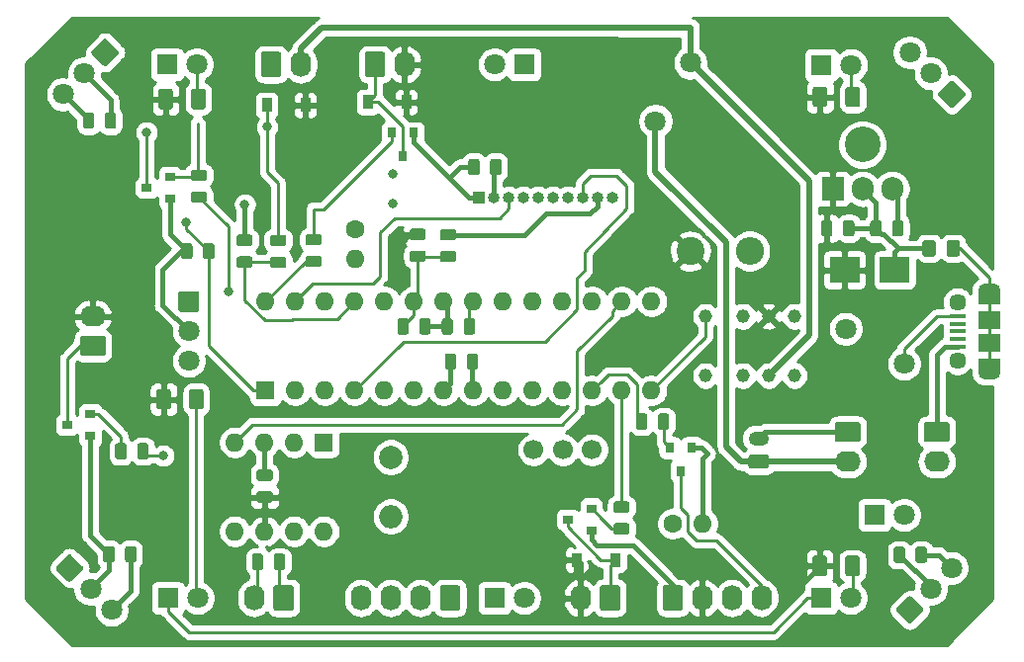
<source format=gbr>
G04 #@! TF.GenerationSoftware,KiCad,Pcbnew,5.1.5+dfsg1-2build2*
G04 #@! TF.CreationDate,2021-05-27T17:25:40+02:00*
G04 #@! TF.ProjectId,board,626f6172-642e-46b6-9963-61645f706362,rev?*
G04 #@! TF.SameCoordinates,Original*
G04 #@! TF.FileFunction,Copper,L4,Bot*
G04 #@! TF.FilePolarity,Positive*
%FSLAX46Y46*%
G04 Gerber Fmt 4.6, Leading zero omitted, Abs format (unit mm)*
G04 Created by KiCad (PCBNEW 5.1.5+dfsg1-2build2) date 2021-05-27 17:25:40*
%MOMM*%
%LPD*%
G04 APERTURE LIST*
%ADD10R,0.900000X1.200000*%
%ADD11C,0.100000*%
%ADD12R,0.800000X0.900000*%
%ADD13R,0.900000X0.800000*%
%ADD14R,2.500000X2.300000*%
%ADD15C,1.800000*%
%ADD16C,1.700000*%
%ADD17C,3.048000*%
%ADD18O,1.905000X2.000000*%
%ADD19R,1.905000X2.000000*%
%ADD20O,2.200000X1.740000*%
%ADD21R,1.900000X1.200000*%
%ADD22O,1.900000X1.200000*%
%ADD23R,1.900000X1.500000*%
%ADD24C,1.450000*%
%ADD25R,1.350000X0.400000*%
%ADD26O,1.600000X1.600000*%
%ADD27C,1.600000*%
%ADD28R,1.800000X1.800000*%
%ADD29O,1.740000X2.200000*%
%ADD30O,2.000000X2.000000*%
%ADD31C,2.000000*%
%ADD32R,1.600000X1.600000*%
%ADD33O,2.400000X2.400000*%
%ADD34C,2.400000*%
%ADD35C,1.168400*%
%ADD36O,1.000000X1.000000*%
%ADD37R,1.000000X1.000000*%
%ADD38O,1.750000X1.200000*%
%ADD39C,0.800000*%
%ADD40C,0.400000*%
%ADD41C,0.250000*%
%ADD42C,0.500000*%
%ADD43C,0.254000*%
G04 APERTURE END LIST*
D10*
X106240000Y-107630000D03*
X109540000Y-107630000D03*
G04 #@! TA.AperFunction,SMDPad,CuDef*
D11*
G36*
X124230142Y-112241174D02*
G01*
X124253803Y-112244684D01*
X124277007Y-112250496D01*
X124299529Y-112258554D01*
X124321153Y-112268782D01*
X124341670Y-112281079D01*
X124360883Y-112295329D01*
X124378607Y-112311393D01*
X124394671Y-112329117D01*
X124408921Y-112348330D01*
X124421218Y-112368847D01*
X124431446Y-112390471D01*
X124439504Y-112412993D01*
X124445316Y-112436197D01*
X124448826Y-112459858D01*
X124450000Y-112483750D01*
X124450000Y-113396250D01*
X124448826Y-113420142D01*
X124445316Y-113443803D01*
X124439504Y-113467007D01*
X124431446Y-113489529D01*
X124421218Y-113511153D01*
X124408921Y-113531670D01*
X124394671Y-113550883D01*
X124378607Y-113568607D01*
X124360883Y-113584671D01*
X124341670Y-113598921D01*
X124321153Y-113611218D01*
X124299529Y-113621446D01*
X124277007Y-113629504D01*
X124253803Y-113635316D01*
X124230142Y-113638826D01*
X124206250Y-113640000D01*
X123718750Y-113640000D01*
X123694858Y-113638826D01*
X123671197Y-113635316D01*
X123647993Y-113629504D01*
X123625471Y-113621446D01*
X123603847Y-113611218D01*
X123583330Y-113598921D01*
X123564117Y-113584671D01*
X123546393Y-113568607D01*
X123530329Y-113550883D01*
X123516079Y-113531670D01*
X123503782Y-113511153D01*
X123493554Y-113489529D01*
X123485496Y-113467007D01*
X123479684Y-113443803D01*
X123476174Y-113420142D01*
X123475000Y-113396250D01*
X123475000Y-112483750D01*
X123476174Y-112459858D01*
X123479684Y-112436197D01*
X123485496Y-112412993D01*
X123493554Y-112390471D01*
X123503782Y-112368847D01*
X123516079Y-112348330D01*
X123530329Y-112329117D01*
X123546393Y-112311393D01*
X123564117Y-112295329D01*
X123583330Y-112281079D01*
X123603847Y-112268782D01*
X123625471Y-112258554D01*
X123647993Y-112250496D01*
X123671197Y-112244684D01*
X123694858Y-112241174D01*
X123718750Y-112240000D01*
X124206250Y-112240000D01*
X124230142Y-112241174D01*
G37*
G04 #@! TD.AperFunction*
G04 #@! TA.AperFunction,SMDPad,CuDef*
G36*
X126105142Y-112241174D02*
G01*
X126128803Y-112244684D01*
X126152007Y-112250496D01*
X126174529Y-112258554D01*
X126196153Y-112268782D01*
X126216670Y-112281079D01*
X126235883Y-112295329D01*
X126253607Y-112311393D01*
X126269671Y-112329117D01*
X126283921Y-112348330D01*
X126296218Y-112368847D01*
X126306446Y-112390471D01*
X126314504Y-112412993D01*
X126320316Y-112436197D01*
X126323826Y-112459858D01*
X126325000Y-112483750D01*
X126325000Y-113396250D01*
X126323826Y-113420142D01*
X126320316Y-113443803D01*
X126314504Y-113467007D01*
X126306446Y-113489529D01*
X126296218Y-113511153D01*
X126283921Y-113531670D01*
X126269671Y-113550883D01*
X126253607Y-113568607D01*
X126235883Y-113584671D01*
X126216670Y-113598921D01*
X126196153Y-113611218D01*
X126174529Y-113621446D01*
X126152007Y-113629504D01*
X126128803Y-113635316D01*
X126105142Y-113638826D01*
X126081250Y-113640000D01*
X125593750Y-113640000D01*
X125569858Y-113638826D01*
X125546197Y-113635316D01*
X125522993Y-113629504D01*
X125500471Y-113621446D01*
X125478847Y-113611218D01*
X125458330Y-113598921D01*
X125439117Y-113584671D01*
X125421393Y-113568607D01*
X125405329Y-113550883D01*
X125391079Y-113531670D01*
X125378782Y-113511153D01*
X125368554Y-113489529D01*
X125360496Y-113467007D01*
X125354684Y-113443803D01*
X125351174Y-113420142D01*
X125350000Y-113396250D01*
X125350000Y-112483750D01*
X125351174Y-112459858D01*
X125354684Y-112436197D01*
X125360496Y-112412993D01*
X125368554Y-112390471D01*
X125378782Y-112368847D01*
X125391079Y-112348330D01*
X125405329Y-112329117D01*
X125421393Y-112311393D01*
X125439117Y-112295329D01*
X125458330Y-112281079D01*
X125478847Y-112268782D01*
X125500471Y-112258554D01*
X125522993Y-112250496D01*
X125546197Y-112244684D01*
X125569858Y-112241174D01*
X125593750Y-112240000D01*
X126081250Y-112240000D01*
X126105142Y-112241174D01*
G37*
G04 #@! TD.AperFunction*
G04 #@! TA.AperFunction,SMDPad,CuDef*
G36*
X156779504Y-106056204D02*
G01*
X156803773Y-106059804D01*
X156827571Y-106065765D01*
X156850671Y-106074030D01*
X156872849Y-106084520D01*
X156893893Y-106097133D01*
X156913598Y-106111747D01*
X156931777Y-106128223D01*
X156948253Y-106146402D01*
X156962867Y-106166107D01*
X156975480Y-106187151D01*
X156985970Y-106209329D01*
X156994235Y-106232429D01*
X157000196Y-106256227D01*
X157003796Y-106280496D01*
X157005000Y-106305000D01*
X157005000Y-107555000D01*
X157003796Y-107579504D01*
X157000196Y-107603773D01*
X156994235Y-107627571D01*
X156985970Y-107650671D01*
X156975480Y-107672849D01*
X156962867Y-107693893D01*
X156948253Y-107713598D01*
X156931777Y-107731777D01*
X156913598Y-107748253D01*
X156893893Y-107762867D01*
X156872849Y-107775480D01*
X156850671Y-107785970D01*
X156827571Y-107794235D01*
X156803773Y-107800196D01*
X156779504Y-107803796D01*
X156755000Y-107805000D01*
X156005000Y-107805000D01*
X155980496Y-107803796D01*
X155956227Y-107800196D01*
X155932429Y-107794235D01*
X155909329Y-107785970D01*
X155887151Y-107775480D01*
X155866107Y-107762867D01*
X155846402Y-107748253D01*
X155828223Y-107731777D01*
X155811747Y-107713598D01*
X155797133Y-107693893D01*
X155784520Y-107672849D01*
X155774030Y-107650671D01*
X155765765Y-107627571D01*
X155759804Y-107603773D01*
X155756204Y-107579504D01*
X155755000Y-107555000D01*
X155755000Y-106305000D01*
X155756204Y-106280496D01*
X155759804Y-106256227D01*
X155765765Y-106232429D01*
X155774030Y-106209329D01*
X155784520Y-106187151D01*
X155797133Y-106166107D01*
X155811747Y-106146402D01*
X155828223Y-106128223D01*
X155846402Y-106111747D01*
X155866107Y-106097133D01*
X155887151Y-106084520D01*
X155909329Y-106074030D01*
X155932429Y-106065765D01*
X155956227Y-106059804D01*
X155980496Y-106056204D01*
X156005000Y-106055000D01*
X156755000Y-106055000D01*
X156779504Y-106056204D01*
G37*
G04 #@! TD.AperFunction*
G04 #@! TA.AperFunction,SMDPad,CuDef*
G36*
X153979504Y-106056204D02*
G01*
X154003773Y-106059804D01*
X154027571Y-106065765D01*
X154050671Y-106074030D01*
X154072849Y-106084520D01*
X154093893Y-106097133D01*
X154113598Y-106111747D01*
X154131777Y-106128223D01*
X154148253Y-106146402D01*
X154162867Y-106166107D01*
X154175480Y-106187151D01*
X154185970Y-106209329D01*
X154194235Y-106232429D01*
X154200196Y-106256227D01*
X154203796Y-106280496D01*
X154205000Y-106305000D01*
X154205000Y-107555000D01*
X154203796Y-107579504D01*
X154200196Y-107603773D01*
X154194235Y-107627571D01*
X154185970Y-107650671D01*
X154175480Y-107672849D01*
X154162867Y-107693893D01*
X154148253Y-107713598D01*
X154131777Y-107731777D01*
X154113598Y-107748253D01*
X154093893Y-107762867D01*
X154072849Y-107775480D01*
X154050671Y-107785970D01*
X154027571Y-107794235D01*
X154003773Y-107800196D01*
X153979504Y-107803796D01*
X153955000Y-107805000D01*
X153205000Y-107805000D01*
X153180496Y-107803796D01*
X153156227Y-107800196D01*
X153132429Y-107794235D01*
X153109329Y-107785970D01*
X153087151Y-107775480D01*
X153066107Y-107762867D01*
X153046402Y-107748253D01*
X153028223Y-107731777D01*
X153011747Y-107713598D01*
X152997133Y-107693893D01*
X152984520Y-107672849D01*
X152974030Y-107650671D01*
X152965765Y-107627571D01*
X152959804Y-107603773D01*
X152956204Y-107579504D01*
X152955000Y-107555000D01*
X152955000Y-106305000D01*
X152956204Y-106280496D01*
X152959804Y-106256227D01*
X152965765Y-106232429D01*
X152974030Y-106209329D01*
X152984520Y-106187151D01*
X152997133Y-106166107D01*
X153011747Y-106146402D01*
X153028223Y-106128223D01*
X153046402Y-106111747D01*
X153066107Y-106097133D01*
X153087151Y-106084520D01*
X153109329Y-106074030D01*
X153132429Y-106065765D01*
X153156227Y-106059804D01*
X153180496Y-106056204D01*
X153205000Y-106055000D01*
X153955000Y-106055000D01*
X153979504Y-106056204D01*
G37*
G04 #@! TD.AperFunction*
G04 #@! TA.AperFunction,SMDPad,CuDef*
G36*
X156759504Y-146236204D02*
G01*
X156783773Y-146239804D01*
X156807571Y-146245765D01*
X156830671Y-146254030D01*
X156852849Y-146264520D01*
X156873893Y-146277133D01*
X156893598Y-146291747D01*
X156911777Y-146308223D01*
X156928253Y-146326402D01*
X156942867Y-146346107D01*
X156955480Y-146367151D01*
X156965970Y-146389329D01*
X156974235Y-146412429D01*
X156980196Y-146436227D01*
X156983796Y-146460496D01*
X156985000Y-146485000D01*
X156985000Y-147735000D01*
X156983796Y-147759504D01*
X156980196Y-147783773D01*
X156974235Y-147807571D01*
X156965970Y-147830671D01*
X156955480Y-147852849D01*
X156942867Y-147873893D01*
X156928253Y-147893598D01*
X156911777Y-147911777D01*
X156893598Y-147928253D01*
X156873893Y-147942867D01*
X156852849Y-147955480D01*
X156830671Y-147965970D01*
X156807571Y-147974235D01*
X156783773Y-147980196D01*
X156759504Y-147983796D01*
X156735000Y-147985000D01*
X155985000Y-147985000D01*
X155960496Y-147983796D01*
X155936227Y-147980196D01*
X155912429Y-147974235D01*
X155889329Y-147965970D01*
X155867151Y-147955480D01*
X155846107Y-147942867D01*
X155826402Y-147928253D01*
X155808223Y-147911777D01*
X155791747Y-147893598D01*
X155777133Y-147873893D01*
X155764520Y-147852849D01*
X155754030Y-147830671D01*
X155745765Y-147807571D01*
X155739804Y-147783773D01*
X155736204Y-147759504D01*
X155735000Y-147735000D01*
X155735000Y-146485000D01*
X155736204Y-146460496D01*
X155739804Y-146436227D01*
X155745765Y-146412429D01*
X155754030Y-146389329D01*
X155764520Y-146367151D01*
X155777133Y-146346107D01*
X155791747Y-146326402D01*
X155808223Y-146308223D01*
X155826402Y-146291747D01*
X155846107Y-146277133D01*
X155867151Y-146264520D01*
X155889329Y-146254030D01*
X155912429Y-146245765D01*
X155936227Y-146239804D01*
X155960496Y-146236204D01*
X155985000Y-146235000D01*
X156735000Y-146235000D01*
X156759504Y-146236204D01*
G37*
G04 #@! TD.AperFunction*
G04 #@! TA.AperFunction,SMDPad,CuDef*
G36*
X153959504Y-146236204D02*
G01*
X153983773Y-146239804D01*
X154007571Y-146245765D01*
X154030671Y-146254030D01*
X154052849Y-146264520D01*
X154073893Y-146277133D01*
X154093598Y-146291747D01*
X154111777Y-146308223D01*
X154128253Y-146326402D01*
X154142867Y-146346107D01*
X154155480Y-146367151D01*
X154165970Y-146389329D01*
X154174235Y-146412429D01*
X154180196Y-146436227D01*
X154183796Y-146460496D01*
X154185000Y-146485000D01*
X154185000Y-147735000D01*
X154183796Y-147759504D01*
X154180196Y-147783773D01*
X154174235Y-147807571D01*
X154165970Y-147830671D01*
X154155480Y-147852849D01*
X154142867Y-147873893D01*
X154128253Y-147893598D01*
X154111777Y-147911777D01*
X154093598Y-147928253D01*
X154073893Y-147942867D01*
X154052849Y-147955480D01*
X154030671Y-147965970D01*
X154007571Y-147974235D01*
X153983773Y-147980196D01*
X153959504Y-147983796D01*
X153935000Y-147985000D01*
X153185000Y-147985000D01*
X153160496Y-147983796D01*
X153136227Y-147980196D01*
X153112429Y-147974235D01*
X153089329Y-147965970D01*
X153067151Y-147955480D01*
X153046107Y-147942867D01*
X153026402Y-147928253D01*
X153008223Y-147911777D01*
X152991747Y-147893598D01*
X152977133Y-147873893D01*
X152964520Y-147852849D01*
X152954030Y-147830671D01*
X152945765Y-147807571D01*
X152939804Y-147783773D01*
X152936204Y-147759504D01*
X152935000Y-147735000D01*
X152935000Y-146485000D01*
X152936204Y-146460496D01*
X152939804Y-146436227D01*
X152945765Y-146412429D01*
X152954030Y-146389329D01*
X152964520Y-146367151D01*
X152977133Y-146346107D01*
X152991747Y-146326402D01*
X153008223Y-146308223D01*
X153026402Y-146291747D01*
X153046107Y-146277133D01*
X153067151Y-146264520D01*
X153089329Y-146254030D01*
X153112429Y-146245765D01*
X153136227Y-146239804D01*
X153160496Y-146236204D01*
X153185000Y-146235000D01*
X153935000Y-146235000D01*
X153959504Y-146236204D01*
G37*
G04 #@! TD.AperFunction*
G04 #@! TA.AperFunction,SMDPad,CuDef*
G36*
X100789504Y-106236204D02*
G01*
X100813773Y-106239804D01*
X100837571Y-106245765D01*
X100860671Y-106254030D01*
X100882849Y-106264520D01*
X100903893Y-106277133D01*
X100923598Y-106291747D01*
X100941777Y-106308223D01*
X100958253Y-106326402D01*
X100972867Y-106346107D01*
X100985480Y-106367151D01*
X100995970Y-106389329D01*
X101004235Y-106412429D01*
X101010196Y-106436227D01*
X101013796Y-106460496D01*
X101015000Y-106485000D01*
X101015000Y-107735000D01*
X101013796Y-107759504D01*
X101010196Y-107783773D01*
X101004235Y-107807571D01*
X100995970Y-107830671D01*
X100985480Y-107852849D01*
X100972867Y-107873893D01*
X100958253Y-107893598D01*
X100941777Y-107911777D01*
X100923598Y-107928253D01*
X100903893Y-107942867D01*
X100882849Y-107955480D01*
X100860671Y-107965970D01*
X100837571Y-107974235D01*
X100813773Y-107980196D01*
X100789504Y-107983796D01*
X100765000Y-107985000D01*
X100015000Y-107985000D01*
X99990496Y-107983796D01*
X99966227Y-107980196D01*
X99942429Y-107974235D01*
X99919329Y-107965970D01*
X99897151Y-107955480D01*
X99876107Y-107942867D01*
X99856402Y-107928253D01*
X99838223Y-107911777D01*
X99821747Y-107893598D01*
X99807133Y-107873893D01*
X99794520Y-107852849D01*
X99784030Y-107830671D01*
X99775765Y-107807571D01*
X99769804Y-107783773D01*
X99766204Y-107759504D01*
X99765000Y-107735000D01*
X99765000Y-106485000D01*
X99766204Y-106460496D01*
X99769804Y-106436227D01*
X99775765Y-106412429D01*
X99784030Y-106389329D01*
X99794520Y-106367151D01*
X99807133Y-106346107D01*
X99821747Y-106326402D01*
X99838223Y-106308223D01*
X99856402Y-106291747D01*
X99876107Y-106277133D01*
X99897151Y-106264520D01*
X99919329Y-106254030D01*
X99942429Y-106245765D01*
X99966227Y-106239804D01*
X99990496Y-106236204D01*
X100015000Y-106235000D01*
X100765000Y-106235000D01*
X100789504Y-106236204D01*
G37*
G04 #@! TD.AperFunction*
G04 #@! TA.AperFunction,SMDPad,CuDef*
G36*
X97989504Y-106236204D02*
G01*
X98013773Y-106239804D01*
X98037571Y-106245765D01*
X98060671Y-106254030D01*
X98082849Y-106264520D01*
X98103893Y-106277133D01*
X98123598Y-106291747D01*
X98141777Y-106308223D01*
X98158253Y-106326402D01*
X98172867Y-106346107D01*
X98185480Y-106367151D01*
X98195970Y-106389329D01*
X98204235Y-106412429D01*
X98210196Y-106436227D01*
X98213796Y-106460496D01*
X98215000Y-106485000D01*
X98215000Y-107735000D01*
X98213796Y-107759504D01*
X98210196Y-107783773D01*
X98204235Y-107807571D01*
X98195970Y-107830671D01*
X98185480Y-107852849D01*
X98172867Y-107873893D01*
X98158253Y-107893598D01*
X98141777Y-107911777D01*
X98123598Y-107928253D01*
X98103893Y-107942867D01*
X98082849Y-107955480D01*
X98060671Y-107965970D01*
X98037571Y-107974235D01*
X98013773Y-107980196D01*
X97989504Y-107983796D01*
X97965000Y-107985000D01*
X97215000Y-107985000D01*
X97190496Y-107983796D01*
X97166227Y-107980196D01*
X97142429Y-107974235D01*
X97119329Y-107965970D01*
X97097151Y-107955480D01*
X97076107Y-107942867D01*
X97056402Y-107928253D01*
X97038223Y-107911777D01*
X97021747Y-107893598D01*
X97007133Y-107873893D01*
X96994520Y-107852849D01*
X96984030Y-107830671D01*
X96975765Y-107807571D01*
X96969804Y-107783773D01*
X96966204Y-107759504D01*
X96965000Y-107735000D01*
X96965000Y-106485000D01*
X96966204Y-106460496D01*
X96969804Y-106436227D01*
X96975765Y-106412429D01*
X96984030Y-106389329D01*
X96994520Y-106367151D01*
X97007133Y-106346107D01*
X97021747Y-106326402D01*
X97038223Y-106308223D01*
X97056402Y-106291747D01*
X97076107Y-106277133D01*
X97097151Y-106264520D01*
X97119329Y-106254030D01*
X97142429Y-106245765D01*
X97166227Y-106239804D01*
X97190496Y-106236204D01*
X97215000Y-106235000D01*
X97965000Y-106235000D01*
X97989504Y-106236204D01*
G37*
G04 #@! TD.AperFunction*
G04 #@! TA.AperFunction,SMDPad,CuDef*
G36*
X100605504Y-131968204D02*
G01*
X100629773Y-131971804D01*
X100653571Y-131977765D01*
X100676671Y-131986030D01*
X100698849Y-131996520D01*
X100719893Y-132009133D01*
X100739598Y-132023747D01*
X100757777Y-132040223D01*
X100774253Y-132058402D01*
X100788867Y-132078107D01*
X100801480Y-132099151D01*
X100811970Y-132121329D01*
X100820235Y-132144429D01*
X100826196Y-132168227D01*
X100829796Y-132192496D01*
X100831000Y-132217000D01*
X100831000Y-133467000D01*
X100829796Y-133491504D01*
X100826196Y-133515773D01*
X100820235Y-133539571D01*
X100811970Y-133562671D01*
X100801480Y-133584849D01*
X100788867Y-133605893D01*
X100774253Y-133625598D01*
X100757777Y-133643777D01*
X100739598Y-133660253D01*
X100719893Y-133674867D01*
X100698849Y-133687480D01*
X100676671Y-133697970D01*
X100653571Y-133706235D01*
X100629773Y-133712196D01*
X100605504Y-133715796D01*
X100581000Y-133717000D01*
X99831000Y-133717000D01*
X99806496Y-133715796D01*
X99782227Y-133712196D01*
X99758429Y-133706235D01*
X99735329Y-133697970D01*
X99713151Y-133687480D01*
X99692107Y-133674867D01*
X99672402Y-133660253D01*
X99654223Y-133643777D01*
X99637747Y-133625598D01*
X99623133Y-133605893D01*
X99610520Y-133584849D01*
X99600030Y-133562671D01*
X99591765Y-133539571D01*
X99585804Y-133515773D01*
X99582204Y-133491504D01*
X99581000Y-133467000D01*
X99581000Y-132217000D01*
X99582204Y-132192496D01*
X99585804Y-132168227D01*
X99591765Y-132144429D01*
X99600030Y-132121329D01*
X99610520Y-132099151D01*
X99623133Y-132078107D01*
X99637747Y-132058402D01*
X99654223Y-132040223D01*
X99672402Y-132023747D01*
X99692107Y-132009133D01*
X99713151Y-131996520D01*
X99735329Y-131986030D01*
X99758429Y-131977765D01*
X99782227Y-131971804D01*
X99806496Y-131968204D01*
X99831000Y-131967000D01*
X100581000Y-131967000D01*
X100605504Y-131968204D01*
G37*
G04 #@! TD.AperFunction*
G04 #@! TA.AperFunction,SMDPad,CuDef*
G36*
X97805504Y-131968204D02*
G01*
X97829773Y-131971804D01*
X97853571Y-131977765D01*
X97876671Y-131986030D01*
X97898849Y-131996520D01*
X97919893Y-132009133D01*
X97939598Y-132023747D01*
X97957777Y-132040223D01*
X97974253Y-132058402D01*
X97988867Y-132078107D01*
X98001480Y-132099151D01*
X98011970Y-132121329D01*
X98020235Y-132144429D01*
X98026196Y-132168227D01*
X98029796Y-132192496D01*
X98031000Y-132217000D01*
X98031000Y-133467000D01*
X98029796Y-133491504D01*
X98026196Y-133515773D01*
X98020235Y-133539571D01*
X98011970Y-133562671D01*
X98001480Y-133584849D01*
X97988867Y-133605893D01*
X97974253Y-133625598D01*
X97957777Y-133643777D01*
X97939598Y-133660253D01*
X97919893Y-133674867D01*
X97898849Y-133687480D01*
X97876671Y-133697970D01*
X97853571Y-133706235D01*
X97829773Y-133712196D01*
X97805504Y-133715796D01*
X97781000Y-133717000D01*
X97031000Y-133717000D01*
X97006496Y-133715796D01*
X96982227Y-133712196D01*
X96958429Y-133706235D01*
X96935329Y-133697970D01*
X96913151Y-133687480D01*
X96892107Y-133674867D01*
X96872402Y-133660253D01*
X96854223Y-133643777D01*
X96837747Y-133625598D01*
X96823133Y-133605893D01*
X96810520Y-133584849D01*
X96800030Y-133562671D01*
X96791765Y-133539571D01*
X96785804Y-133515773D01*
X96782204Y-133491504D01*
X96781000Y-133467000D01*
X96781000Y-132217000D01*
X96782204Y-132192496D01*
X96785804Y-132168227D01*
X96791765Y-132144429D01*
X96800030Y-132121329D01*
X96810520Y-132099151D01*
X96823133Y-132078107D01*
X96837747Y-132058402D01*
X96854223Y-132040223D01*
X96872402Y-132023747D01*
X96892107Y-132009133D01*
X96913151Y-131996520D01*
X96935329Y-131986030D01*
X96958429Y-131977765D01*
X96982227Y-131971804D01*
X97006496Y-131968204D01*
X97031000Y-131967000D01*
X97781000Y-131967000D01*
X97805504Y-131968204D01*
G37*
G04 #@! TD.AperFunction*
D12*
X141660000Y-138980000D03*
X142610000Y-136980000D03*
X140710000Y-136980000D03*
D13*
X89130000Y-135050000D03*
X91130000Y-136000000D03*
X91130000Y-134100000D03*
D12*
X117870000Y-112000000D03*
X118820000Y-110000000D03*
X116920000Y-110000000D03*
D13*
X95960000Y-114710000D03*
X97960000Y-115660000D03*
X97960000Y-113760000D03*
X132010000Y-143140000D03*
X134010000Y-144090000D03*
X134010000Y-142190000D03*
G04 #@! TA.AperFunction,SMDPad,CuDef*
D11*
G36*
X160640142Y-145471174D02*
G01*
X160663803Y-145474684D01*
X160687007Y-145480496D01*
X160709529Y-145488554D01*
X160731153Y-145498782D01*
X160751670Y-145511079D01*
X160770883Y-145525329D01*
X160788607Y-145541393D01*
X160804671Y-145559117D01*
X160818921Y-145578330D01*
X160831218Y-145598847D01*
X160841446Y-145620471D01*
X160849504Y-145642993D01*
X160855316Y-145666197D01*
X160858826Y-145689858D01*
X160860000Y-145713750D01*
X160860000Y-146626250D01*
X160858826Y-146650142D01*
X160855316Y-146673803D01*
X160849504Y-146697007D01*
X160841446Y-146719529D01*
X160831218Y-146741153D01*
X160818921Y-146761670D01*
X160804671Y-146780883D01*
X160788607Y-146798607D01*
X160770883Y-146814671D01*
X160751670Y-146828921D01*
X160731153Y-146841218D01*
X160709529Y-146851446D01*
X160687007Y-146859504D01*
X160663803Y-146865316D01*
X160640142Y-146868826D01*
X160616250Y-146870000D01*
X160128750Y-146870000D01*
X160104858Y-146868826D01*
X160081197Y-146865316D01*
X160057993Y-146859504D01*
X160035471Y-146851446D01*
X160013847Y-146841218D01*
X159993330Y-146828921D01*
X159974117Y-146814671D01*
X159956393Y-146798607D01*
X159940329Y-146780883D01*
X159926079Y-146761670D01*
X159913782Y-146741153D01*
X159903554Y-146719529D01*
X159895496Y-146697007D01*
X159889684Y-146673803D01*
X159886174Y-146650142D01*
X159885000Y-146626250D01*
X159885000Y-145713750D01*
X159886174Y-145689858D01*
X159889684Y-145666197D01*
X159895496Y-145642993D01*
X159903554Y-145620471D01*
X159913782Y-145598847D01*
X159926079Y-145578330D01*
X159940329Y-145559117D01*
X159956393Y-145541393D01*
X159974117Y-145525329D01*
X159993330Y-145511079D01*
X160013847Y-145498782D01*
X160035471Y-145488554D01*
X160057993Y-145480496D01*
X160081197Y-145474684D01*
X160104858Y-145471174D01*
X160128750Y-145470000D01*
X160616250Y-145470000D01*
X160640142Y-145471174D01*
G37*
G04 #@! TD.AperFunction*
G04 #@! TA.AperFunction,SMDPad,CuDef*
G36*
X162515142Y-145471174D02*
G01*
X162538803Y-145474684D01*
X162562007Y-145480496D01*
X162584529Y-145488554D01*
X162606153Y-145498782D01*
X162626670Y-145511079D01*
X162645883Y-145525329D01*
X162663607Y-145541393D01*
X162679671Y-145559117D01*
X162693921Y-145578330D01*
X162706218Y-145598847D01*
X162716446Y-145620471D01*
X162724504Y-145642993D01*
X162730316Y-145666197D01*
X162733826Y-145689858D01*
X162735000Y-145713750D01*
X162735000Y-146626250D01*
X162733826Y-146650142D01*
X162730316Y-146673803D01*
X162724504Y-146697007D01*
X162716446Y-146719529D01*
X162706218Y-146741153D01*
X162693921Y-146761670D01*
X162679671Y-146780883D01*
X162663607Y-146798607D01*
X162645883Y-146814671D01*
X162626670Y-146828921D01*
X162606153Y-146841218D01*
X162584529Y-146851446D01*
X162562007Y-146859504D01*
X162538803Y-146865316D01*
X162515142Y-146868826D01*
X162491250Y-146870000D01*
X162003750Y-146870000D01*
X161979858Y-146868826D01*
X161956197Y-146865316D01*
X161932993Y-146859504D01*
X161910471Y-146851446D01*
X161888847Y-146841218D01*
X161868330Y-146828921D01*
X161849117Y-146814671D01*
X161831393Y-146798607D01*
X161815329Y-146780883D01*
X161801079Y-146761670D01*
X161788782Y-146741153D01*
X161778554Y-146719529D01*
X161770496Y-146697007D01*
X161764684Y-146673803D01*
X161761174Y-146650142D01*
X161760000Y-146626250D01*
X161760000Y-145713750D01*
X161761174Y-145689858D01*
X161764684Y-145666197D01*
X161770496Y-145642993D01*
X161778554Y-145620471D01*
X161788782Y-145598847D01*
X161801079Y-145578330D01*
X161815329Y-145559117D01*
X161831393Y-145541393D01*
X161849117Y-145525329D01*
X161868330Y-145511079D01*
X161888847Y-145498782D01*
X161910471Y-145488554D01*
X161932993Y-145480496D01*
X161956197Y-145474684D01*
X161979858Y-145471174D01*
X162003750Y-145470000D01*
X162491250Y-145470000D01*
X162515142Y-145471174D01*
G37*
G04 #@! TD.AperFunction*
G04 #@! TA.AperFunction,SMDPad,CuDef*
G36*
X92990142Y-145421174D02*
G01*
X93013803Y-145424684D01*
X93037007Y-145430496D01*
X93059529Y-145438554D01*
X93081153Y-145448782D01*
X93101670Y-145461079D01*
X93120883Y-145475329D01*
X93138607Y-145491393D01*
X93154671Y-145509117D01*
X93168921Y-145528330D01*
X93181218Y-145548847D01*
X93191446Y-145570471D01*
X93199504Y-145592993D01*
X93205316Y-145616197D01*
X93208826Y-145639858D01*
X93210000Y-145663750D01*
X93210000Y-146576250D01*
X93208826Y-146600142D01*
X93205316Y-146623803D01*
X93199504Y-146647007D01*
X93191446Y-146669529D01*
X93181218Y-146691153D01*
X93168921Y-146711670D01*
X93154671Y-146730883D01*
X93138607Y-146748607D01*
X93120883Y-146764671D01*
X93101670Y-146778921D01*
X93081153Y-146791218D01*
X93059529Y-146801446D01*
X93037007Y-146809504D01*
X93013803Y-146815316D01*
X92990142Y-146818826D01*
X92966250Y-146820000D01*
X92478750Y-146820000D01*
X92454858Y-146818826D01*
X92431197Y-146815316D01*
X92407993Y-146809504D01*
X92385471Y-146801446D01*
X92363847Y-146791218D01*
X92343330Y-146778921D01*
X92324117Y-146764671D01*
X92306393Y-146748607D01*
X92290329Y-146730883D01*
X92276079Y-146711670D01*
X92263782Y-146691153D01*
X92253554Y-146669529D01*
X92245496Y-146647007D01*
X92239684Y-146623803D01*
X92236174Y-146600142D01*
X92235000Y-146576250D01*
X92235000Y-145663750D01*
X92236174Y-145639858D01*
X92239684Y-145616197D01*
X92245496Y-145592993D01*
X92253554Y-145570471D01*
X92263782Y-145548847D01*
X92276079Y-145528330D01*
X92290329Y-145509117D01*
X92306393Y-145491393D01*
X92324117Y-145475329D01*
X92343330Y-145461079D01*
X92363847Y-145448782D01*
X92385471Y-145438554D01*
X92407993Y-145430496D01*
X92431197Y-145424684D01*
X92454858Y-145421174D01*
X92478750Y-145420000D01*
X92966250Y-145420000D01*
X92990142Y-145421174D01*
G37*
G04 #@! TD.AperFunction*
G04 #@! TA.AperFunction,SMDPad,CuDef*
G36*
X94865142Y-145421174D02*
G01*
X94888803Y-145424684D01*
X94912007Y-145430496D01*
X94934529Y-145438554D01*
X94956153Y-145448782D01*
X94976670Y-145461079D01*
X94995883Y-145475329D01*
X95013607Y-145491393D01*
X95029671Y-145509117D01*
X95043921Y-145528330D01*
X95056218Y-145548847D01*
X95066446Y-145570471D01*
X95074504Y-145592993D01*
X95080316Y-145616197D01*
X95083826Y-145639858D01*
X95085000Y-145663750D01*
X95085000Y-146576250D01*
X95083826Y-146600142D01*
X95080316Y-146623803D01*
X95074504Y-146647007D01*
X95066446Y-146669529D01*
X95056218Y-146691153D01*
X95043921Y-146711670D01*
X95029671Y-146730883D01*
X95013607Y-146748607D01*
X94995883Y-146764671D01*
X94976670Y-146778921D01*
X94956153Y-146791218D01*
X94934529Y-146801446D01*
X94912007Y-146809504D01*
X94888803Y-146815316D01*
X94865142Y-146818826D01*
X94841250Y-146820000D01*
X94353750Y-146820000D01*
X94329858Y-146818826D01*
X94306197Y-146815316D01*
X94282993Y-146809504D01*
X94260471Y-146801446D01*
X94238847Y-146791218D01*
X94218330Y-146778921D01*
X94199117Y-146764671D01*
X94181393Y-146748607D01*
X94165329Y-146730883D01*
X94151079Y-146711670D01*
X94138782Y-146691153D01*
X94128554Y-146669529D01*
X94120496Y-146647007D01*
X94114684Y-146623803D01*
X94111174Y-146600142D01*
X94110000Y-146576250D01*
X94110000Y-145663750D01*
X94111174Y-145639858D01*
X94114684Y-145616197D01*
X94120496Y-145592993D01*
X94128554Y-145570471D01*
X94138782Y-145548847D01*
X94151079Y-145528330D01*
X94165329Y-145509117D01*
X94181393Y-145491393D01*
X94199117Y-145475329D01*
X94218330Y-145461079D01*
X94238847Y-145448782D01*
X94260471Y-145438554D01*
X94282993Y-145430496D01*
X94306197Y-145424684D01*
X94329858Y-145421174D01*
X94353750Y-145420000D01*
X94841250Y-145420000D01*
X94865142Y-145421174D01*
G37*
G04 #@! TD.AperFunction*
G04 #@! TA.AperFunction,SMDPad,CuDef*
G36*
X93135142Y-108251174D02*
G01*
X93158803Y-108254684D01*
X93182007Y-108260496D01*
X93204529Y-108268554D01*
X93226153Y-108278782D01*
X93246670Y-108291079D01*
X93265883Y-108305329D01*
X93283607Y-108321393D01*
X93299671Y-108339117D01*
X93313921Y-108358330D01*
X93326218Y-108378847D01*
X93336446Y-108400471D01*
X93344504Y-108422993D01*
X93350316Y-108446197D01*
X93353826Y-108469858D01*
X93355000Y-108493750D01*
X93355000Y-109406250D01*
X93353826Y-109430142D01*
X93350316Y-109453803D01*
X93344504Y-109477007D01*
X93336446Y-109499529D01*
X93326218Y-109521153D01*
X93313921Y-109541670D01*
X93299671Y-109560883D01*
X93283607Y-109578607D01*
X93265883Y-109594671D01*
X93246670Y-109608921D01*
X93226153Y-109621218D01*
X93204529Y-109631446D01*
X93182007Y-109639504D01*
X93158803Y-109645316D01*
X93135142Y-109648826D01*
X93111250Y-109650000D01*
X92623750Y-109650000D01*
X92599858Y-109648826D01*
X92576197Y-109645316D01*
X92552993Y-109639504D01*
X92530471Y-109631446D01*
X92508847Y-109621218D01*
X92488330Y-109608921D01*
X92469117Y-109594671D01*
X92451393Y-109578607D01*
X92435329Y-109560883D01*
X92421079Y-109541670D01*
X92408782Y-109521153D01*
X92398554Y-109499529D01*
X92390496Y-109477007D01*
X92384684Y-109453803D01*
X92381174Y-109430142D01*
X92380000Y-109406250D01*
X92380000Y-108493750D01*
X92381174Y-108469858D01*
X92384684Y-108446197D01*
X92390496Y-108422993D01*
X92398554Y-108400471D01*
X92408782Y-108378847D01*
X92421079Y-108358330D01*
X92435329Y-108339117D01*
X92451393Y-108321393D01*
X92469117Y-108305329D01*
X92488330Y-108291079D01*
X92508847Y-108278782D01*
X92530471Y-108268554D01*
X92552993Y-108260496D01*
X92576197Y-108254684D01*
X92599858Y-108251174D01*
X92623750Y-108250000D01*
X93111250Y-108250000D01*
X93135142Y-108251174D01*
G37*
G04 #@! TD.AperFunction*
G04 #@! TA.AperFunction,SMDPad,CuDef*
G36*
X91260142Y-108251174D02*
G01*
X91283803Y-108254684D01*
X91307007Y-108260496D01*
X91329529Y-108268554D01*
X91351153Y-108278782D01*
X91371670Y-108291079D01*
X91390883Y-108305329D01*
X91408607Y-108321393D01*
X91424671Y-108339117D01*
X91438921Y-108358330D01*
X91451218Y-108378847D01*
X91461446Y-108400471D01*
X91469504Y-108422993D01*
X91475316Y-108446197D01*
X91478826Y-108469858D01*
X91480000Y-108493750D01*
X91480000Y-109406250D01*
X91478826Y-109430142D01*
X91475316Y-109453803D01*
X91469504Y-109477007D01*
X91461446Y-109499529D01*
X91451218Y-109521153D01*
X91438921Y-109541670D01*
X91424671Y-109560883D01*
X91408607Y-109578607D01*
X91390883Y-109594671D01*
X91371670Y-109608921D01*
X91351153Y-109621218D01*
X91329529Y-109631446D01*
X91307007Y-109639504D01*
X91283803Y-109645316D01*
X91260142Y-109648826D01*
X91236250Y-109650000D01*
X90748750Y-109650000D01*
X90724858Y-109648826D01*
X90701197Y-109645316D01*
X90677993Y-109639504D01*
X90655471Y-109631446D01*
X90633847Y-109621218D01*
X90613330Y-109608921D01*
X90594117Y-109594671D01*
X90576393Y-109578607D01*
X90560329Y-109560883D01*
X90546079Y-109541670D01*
X90533782Y-109521153D01*
X90523554Y-109499529D01*
X90515496Y-109477007D01*
X90509684Y-109453803D01*
X90506174Y-109430142D01*
X90505000Y-109406250D01*
X90505000Y-108493750D01*
X90506174Y-108469858D01*
X90509684Y-108446197D01*
X90515496Y-108422993D01*
X90523554Y-108400471D01*
X90533782Y-108378847D01*
X90546079Y-108358330D01*
X90560329Y-108339117D01*
X90576393Y-108321393D01*
X90594117Y-108305329D01*
X90613330Y-108291079D01*
X90633847Y-108278782D01*
X90655471Y-108268554D01*
X90677993Y-108260496D01*
X90701197Y-108254684D01*
X90724858Y-108251174D01*
X90748750Y-108250000D01*
X91236250Y-108250000D01*
X91260142Y-108251174D01*
G37*
G04 #@! TD.AperFunction*
G04 #@! TA.AperFunction,SMDPad,CuDef*
G36*
X110720142Y-118668674D02*
G01*
X110743803Y-118672184D01*
X110767007Y-118677996D01*
X110789529Y-118686054D01*
X110811153Y-118696282D01*
X110831670Y-118708579D01*
X110850883Y-118722829D01*
X110868607Y-118738893D01*
X110884671Y-118756617D01*
X110898921Y-118775830D01*
X110911218Y-118796347D01*
X110921446Y-118817971D01*
X110929504Y-118840493D01*
X110935316Y-118863697D01*
X110938826Y-118887358D01*
X110940000Y-118911250D01*
X110940000Y-119398750D01*
X110938826Y-119422642D01*
X110935316Y-119446303D01*
X110929504Y-119469507D01*
X110921446Y-119492029D01*
X110911218Y-119513653D01*
X110898921Y-119534170D01*
X110884671Y-119553383D01*
X110868607Y-119571107D01*
X110850883Y-119587171D01*
X110831670Y-119601421D01*
X110811153Y-119613718D01*
X110789529Y-119623946D01*
X110767007Y-119632004D01*
X110743803Y-119637816D01*
X110720142Y-119641326D01*
X110696250Y-119642500D01*
X109783750Y-119642500D01*
X109759858Y-119641326D01*
X109736197Y-119637816D01*
X109712993Y-119632004D01*
X109690471Y-119623946D01*
X109668847Y-119613718D01*
X109648330Y-119601421D01*
X109629117Y-119587171D01*
X109611393Y-119571107D01*
X109595329Y-119553383D01*
X109581079Y-119534170D01*
X109568782Y-119513653D01*
X109558554Y-119492029D01*
X109550496Y-119469507D01*
X109544684Y-119446303D01*
X109541174Y-119422642D01*
X109540000Y-119398750D01*
X109540000Y-118911250D01*
X109541174Y-118887358D01*
X109544684Y-118863697D01*
X109550496Y-118840493D01*
X109558554Y-118817971D01*
X109568782Y-118796347D01*
X109581079Y-118775830D01*
X109595329Y-118756617D01*
X109611393Y-118738893D01*
X109629117Y-118722829D01*
X109648330Y-118708579D01*
X109668847Y-118696282D01*
X109690471Y-118686054D01*
X109712993Y-118677996D01*
X109736197Y-118672184D01*
X109759858Y-118668674D01*
X109783750Y-118667500D01*
X110696250Y-118667500D01*
X110720142Y-118668674D01*
G37*
G04 #@! TD.AperFunction*
G04 #@! TA.AperFunction,SMDPad,CuDef*
G36*
X110720142Y-120543674D02*
G01*
X110743803Y-120547184D01*
X110767007Y-120552996D01*
X110789529Y-120561054D01*
X110811153Y-120571282D01*
X110831670Y-120583579D01*
X110850883Y-120597829D01*
X110868607Y-120613893D01*
X110884671Y-120631617D01*
X110898921Y-120650830D01*
X110911218Y-120671347D01*
X110921446Y-120692971D01*
X110929504Y-120715493D01*
X110935316Y-120738697D01*
X110938826Y-120762358D01*
X110940000Y-120786250D01*
X110940000Y-121273750D01*
X110938826Y-121297642D01*
X110935316Y-121321303D01*
X110929504Y-121344507D01*
X110921446Y-121367029D01*
X110911218Y-121388653D01*
X110898921Y-121409170D01*
X110884671Y-121428383D01*
X110868607Y-121446107D01*
X110850883Y-121462171D01*
X110831670Y-121476421D01*
X110811153Y-121488718D01*
X110789529Y-121498946D01*
X110767007Y-121507004D01*
X110743803Y-121512816D01*
X110720142Y-121516326D01*
X110696250Y-121517500D01*
X109783750Y-121517500D01*
X109759858Y-121516326D01*
X109736197Y-121512816D01*
X109712993Y-121507004D01*
X109690471Y-121498946D01*
X109668847Y-121488718D01*
X109648330Y-121476421D01*
X109629117Y-121462171D01*
X109611393Y-121446107D01*
X109595329Y-121428383D01*
X109581079Y-121409170D01*
X109568782Y-121388653D01*
X109558554Y-121367029D01*
X109550496Y-121344507D01*
X109544684Y-121321303D01*
X109541174Y-121297642D01*
X109540000Y-121273750D01*
X109540000Y-120786250D01*
X109541174Y-120762358D01*
X109544684Y-120738697D01*
X109550496Y-120715493D01*
X109558554Y-120692971D01*
X109568782Y-120671347D01*
X109581079Y-120650830D01*
X109595329Y-120631617D01*
X109611393Y-120613893D01*
X109629117Y-120597829D01*
X109648330Y-120583579D01*
X109668847Y-120571282D01*
X109690471Y-120561054D01*
X109712993Y-120552996D01*
X109736197Y-120547184D01*
X109759858Y-120543674D01*
X109783750Y-120542500D01*
X110696250Y-120542500D01*
X110720142Y-120543674D01*
G37*
G04 #@! TD.AperFunction*
G04 #@! TA.AperFunction,SMDPad,CuDef*
G36*
X100910142Y-113156174D02*
G01*
X100933803Y-113159684D01*
X100957007Y-113165496D01*
X100979529Y-113173554D01*
X101001153Y-113183782D01*
X101021670Y-113196079D01*
X101040883Y-113210329D01*
X101058607Y-113226393D01*
X101074671Y-113244117D01*
X101088921Y-113263330D01*
X101101218Y-113283847D01*
X101111446Y-113305471D01*
X101119504Y-113327993D01*
X101125316Y-113351197D01*
X101128826Y-113374858D01*
X101130000Y-113398750D01*
X101130000Y-113886250D01*
X101128826Y-113910142D01*
X101125316Y-113933803D01*
X101119504Y-113957007D01*
X101111446Y-113979529D01*
X101101218Y-114001153D01*
X101088921Y-114021670D01*
X101074671Y-114040883D01*
X101058607Y-114058607D01*
X101040883Y-114074671D01*
X101021670Y-114088921D01*
X101001153Y-114101218D01*
X100979529Y-114111446D01*
X100957007Y-114119504D01*
X100933803Y-114125316D01*
X100910142Y-114128826D01*
X100886250Y-114130000D01*
X99973750Y-114130000D01*
X99949858Y-114128826D01*
X99926197Y-114125316D01*
X99902993Y-114119504D01*
X99880471Y-114111446D01*
X99858847Y-114101218D01*
X99838330Y-114088921D01*
X99819117Y-114074671D01*
X99801393Y-114058607D01*
X99785329Y-114040883D01*
X99771079Y-114021670D01*
X99758782Y-114001153D01*
X99748554Y-113979529D01*
X99740496Y-113957007D01*
X99734684Y-113933803D01*
X99731174Y-113910142D01*
X99730000Y-113886250D01*
X99730000Y-113398750D01*
X99731174Y-113374858D01*
X99734684Y-113351197D01*
X99740496Y-113327993D01*
X99748554Y-113305471D01*
X99758782Y-113283847D01*
X99771079Y-113263330D01*
X99785329Y-113244117D01*
X99801393Y-113226393D01*
X99819117Y-113210329D01*
X99838330Y-113196079D01*
X99858847Y-113183782D01*
X99880471Y-113173554D01*
X99902993Y-113165496D01*
X99926197Y-113159684D01*
X99949858Y-113156174D01*
X99973750Y-113155000D01*
X100886250Y-113155000D01*
X100910142Y-113156174D01*
G37*
G04 #@! TD.AperFunction*
G04 #@! TA.AperFunction,SMDPad,CuDef*
G36*
X100910142Y-115031174D02*
G01*
X100933803Y-115034684D01*
X100957007Y-115040496D01*
X100979529Y-115048554D01*
X101001153Y-115058782D01*
X101021670Y-115071079D01*
X101040883Y-115085329D01*
X101058607Y-115101393D01*
X101074671Y-115119117D01*
X101088921Y-115138330D01*
X101101218Y-115158847D01*
X101111446Y-115180471D01*
X101119504Y-115202993D01*
X101125316Y-115226197D01*
X101128826Y-115249858D01*
X101130000Y-115273750D01*
X101130000Y-115761250D01*
X101128826Y-115785142D01*
X101125316Y-115808803D01*
X101119504Y-115832007D01*
X101111446Y-115854529D01*
X101101218Y-115876153D01*
X101088921Y-115896670D01*
X101074671Y-115915883D01*
X101058607Y-115933607D01*
X101040883Y-115949671D01*
X101021670Y-115963921D01*
X101001153Y-115976218D01*
X100979529Y-115986446D01*
X100957007Y-115994504D01*
X100933803Y-116000316D01*
X100910142Y-116003826D01*
X100886250Y-116005000D01*
X99973750Y-116005000D01*
X99949858Y-116003826D01*
X99926197Y-116000316D01*
X99902993Y-115994504D01*
X99880471Y-115986446D01*
X99858847Y-115976218D01*
X99838330Y-115963921D01*
X99819117Y-115949671D01*
X99801393Y-115933607D01*
X99785329Y-115915883D01*
X99771079Y-115896670D01*
X99758782Y-115876153D01*
X99748554Y-115854529D01*
X99740496Y-115832007D01*
X99734684Y-115808803D01*
X99731174Y-115785142D01*
X99730000Y-115761250D01*
X99730000Y-115273750D01*
X99731174Y-115249858D01*
X99734684Y-115226197D01*
X99740496Y-115202993D01*
X99748554Y-115180471D01*
X99758782Y-115158847D01*
X99771079Y-115138330D01*
X99785329Y-115119117D01*
X99801393Y-115101393D01*
X99819117Y-115085329D01*
X99838330Y-115071079D01*
X99858847Y-115058782D01*
X99880471Y-115048554D01*
X99902993Y-115040496D01*
X99926197Y-115034684D01*
X99949858Y-115031174D01*
X99973750Y-115030000D01*
X100886250Y-115030000D01*
X100910142Y-115031174D01*
G37*
G04 #@! TD.AperFunction*
G04 #@! TA.AperFunction,SMDPad,CuDef*
G36*
X137080142Y-143451174D02*
G01*
X137103803Y-143454684D01*
X137127007Y-143460496D01*
X137149529Y-143468554D01*
X137171153Y-143478782D01*
X137191670Y-143491079D01*
X137210883Y-143505329D01*
X137228607Y-143521393D01*
X137244671Y-143539117D01*
X137258921Y-143558330D01*
X137271218Y-143578847D01*
X137281446Y-143600471D01*
X137289504Y-143622993D01*
X137295316Y-143646197D01*
X137298826Y-143669858D01*
X137300000Y-143693750D01*
X137300000Y-144181250D01*
X137298826Y-144205142D01*
X137295316Y-144228803D01*
X137289504Y-144252007D01*
X137281446Y-144274529D01*
X137271218Y-144296153D01*
X137258921Y-144316670D01*
X137244671Y-144335883D01*
X137228607Y-144353607D01*
X137210883Y-144369671D01*
X137191670Y-144383921D01*
X137171153Y-144396218D01*
X137149529Y-144406446D01*
X137127007Y-144414504D01*
X137103803Y-144420316D01*
X137080142Y-144423826D01*
X137056250Y-144425000D01*
X136143750Y-144425000D01*
X136119858Y-144423826D01*
X136096197Y-144420316D01*
X136072993Y-144414504D01*
X136050471Y-144406446D01*
X136028847Y-144396218D01*
X136008330Y-144383921D01*
X135989117Y-144369671D01*
X135971393Y-144353607D01*
X135955329Y-144335883D01*
X135941079Y-144316670D01*
X135928782Y-144296153D01*
X135918554Y-144274529D01*
X135910496Y-144252007D01*
X135904684Y-144228803D01*
X135901174Y-144205142D01*
X135900000Y-144181250D01*
X135900000Y-143693750D01*
X135901174Y-143669858D01*
X135904684Y-143646197D01*
X135910496Y-143622993D01*
X135918554Y-143600471D01*
X135928782Y-143578847D01*
X135941079Y-143558330D01*
X135955329Y-143539117D01*
X135971393Y-143521393D01*
X135989117Y-143505329D01*
X136008330Y-143491079D01*
X136028847Y-143478782D01*
X136050471Y-143468554D01*
X136072993Y-143460496D01*
X136096197Y-143454684D01*
X136119858Y-143451174D01*
X136143750Y-143450000D01*
X137056250Y-143450000D01*
X137080142Y-143451174D01*
G37*
G04 #@! TD.AperFunction*
G04 #@! TA.AperFunction,SMDPad,CuDef*
G36*
X137080142Y-141576174D02*
G01*
X137103803Y-141579684D01*
X137127007Y-141585496D01*
X137149529Y-141593554D01*
X137171153Y-141603782D01*
X137191670Y-141616079D01*
X137210883Y-141630329D01*
X137228607Y-141646393D01*
X137244671Y-141664117D01*
X137258921Y-141683330D01*
X137271218Y-141703847D01*
X137281446Y-141725471D01*
X137289504Y-141747993D01*
X137295316Y-141771197D01*
X137298826Y-141794858D01*
X137300000Y-141818750D01*
X137300000Y-142306250D01*
X137298826Y-142330142D01*
X137295316Y-142353803D01*
X137289504Y-142377007D01*
X137281446Y-142399529D01*
X137271218Y-142421153D01*
X137258921Y-142441670D01*
X137244671Y-142460883D01*
X137228607Y-142478607D01*
X137210883Y-142494671D01*
X137191670Y-142508921D01*
X137171153Y-142521218D01*
X137149529Y-142531446D01*
X137127007Y-142539504D01*
X137103803Y-142545316D01*
X137080142Y-142548826D01*
X137056250Y-142550000D01*
X136143750Y-142550000D01*
X136119858Y-142548826D01*
X136096197Y-142545316D01*
X136072993Y-142539504D01*
X136050471Y-142531446D01*
X136028847Y-142521218D01*
X136008330Y-142508921D01*
X135989117Y-142494671D01*
X135971393Y-142478607D01*
X135955329Y-142460883D01*
X135941079Y-142441670D01*
X135928782Y-142421153D01*
X135918554Y-142399529D01*
X135910496Y-142377007D01*
X135904684Y-142353803D01*
X135901174Y-142330142D01*
X135900000Y-142306250D01*
X135900000Y-141818750D01*
X135901174Y-141794858D01*
X135904684Y-141771197D01*
X135910496Y-141747993D01*
X135918554Y-141725471D01*
X135928782Y-141703847D01*
X135941079Y-141683330D01*
X135955329Y-141664117D01*
X135971393Y-141646393D01*
X135989117Y-141630329D01*
X136008330Y-141616079D01*
X136028847Y-141603782D01*
X136050471Y-141593554D01*
X136072993Y-141585496D01*
X136096197Y-141579684D01*
X136119858Y-141576174D01*
X136143750Y-141575000D01*
X137056250Y-141575000D01*
X137080142Y-141576174D01*
G37*
G04 #@! TD.AperFunction*
G04 #@! TA.AperFunction,SMDPad,CuDef*
G36*
X94020142Y-136591174D02*
G01*
X94043803Y-136594684D01*
X94067007Y-136600496D01*
X94089529Y-136608554D01*
X94111153Y-136618782D01*
X94131670Y-136631079D01*
X94150883Y-136645329D01*
X94168607Y-136661393D01*
X94184671Y-136679117D01*
X94198921Y-136698330D01*
X94211218Y-136718847D01*
X94221446Y-136740471D01*
X94229504Y-136762993D01*
X94235316Y-136786197D01*
X94238826Y-136809858D01*
X94240000Y-136833750D01*
X94240000Y-137746250D01*
X94238826Y-137770142D01*
X94235316Y-137793803D01*
X94229504Y-137817007D01*
X94221446Y-137839529D01*
X94211218Y-137861153D01*
X94198921Y-137881670D01*
X94184671Y-137900883D01*
X94168607Y-137918607D01*
X94150883Y-137934671D01*
X94131670Y-137948921D01*
X94111153Y-137961218D01*
X94089529Y-137971446D01*
X94067007Y-137979504D01*
X94043803Y-137985316D01*
X94020142Y-137988826D01*
X93996250Y-137990000D01*
X93508750Y-137990000D01*
X93484858Y-137988826D01*
X93461197Y-137985316D01*
X93437993Y-137979504D01*
X93415471Y-137971446D01*
X93393847Y-137961218D01*
X93373330Y-137948921D01*
X93354117Y-137934671D01*
X93336393Y-137918607D01*
X93320329Y-137900883D01*
X93306079Y-137881670D01*
X93293782Y-137861153D01*
X93283554Y-137839529D01*
X93275496Y-137817007D01*
X93269684Y-137793803D01*
X93266174Y-137770142D01*
X93265000Y-137746250D01*
X93265000Y-136833750D01*
X93266174Y-136809858D01*
X93269684Y-136786197D01*
X93275496Y-136762993D01*
X93283554Y-136740471D01*
X93293782Y-136718847D01*
X93306079Y-136698330D01*
X93320329Y-136679117D01*
X93336393Y-136661393D01*
X93354117Y-136645329D01*
X93373330Y-136631079D01*
X93393847Y-136618782D01*
X93415471Y-136608554D01*
X93437993Y-136600496D01*
X93461197Y-136594684D01*
X93484858Y-136591174D01*
X93508750Y-136590000D01*
X93996250Y-136590000D01*
X94020142Y-136591174D01*
G37*
G04 #@! TD.AperFunction*
G04 #@! TA.AperFunction,SMDPad,CuDef*
G36*
X95895142Y-136591174D02*
G01*
X95918803Y-136594684D01*
X95942007Y-136600496D01*
X95964529Y-136608554D01*
X95986153Y-136618782D01*
X96006670Y-136631079D01*
X96025883Y-136645329D01*
X96043607Y-136661393D01*
X96059671Y-136679117D01*
X96073921Y-136698330D01*
X96086218Y-136718847D01*
X96096446Y-136740471D01*
X96104504Y-136762993D01*
X96110316Y-136786197D01*
X96113826Y-136809858D01*
X96115000Y-136833750D01*
X96115000Y-137746250D01*
X96113826Y-137770142D01*
X96110316Y-137793803D01*
X96104504Y-137817007D01*
X96096446Y-137839529D01*
X96086218Y-137861153D01*
X96073921Y-137881670D01*
X96059671Y-137900883D01*
X96043607Y-137918607D01*
X96025883Y-137934671D01*
X96006670Y-137948921D01*
X95986153Y-137961218D01*
X95964529Y-137971446D01*
X95942007Y-137979504D01*
X95918803Y-137985316D01*
X95895142Y-137988826D01*
X95871250Y-137990000D01*
X95383750Y-137990000D01*
X95359858Y-137988826D01*
X95336197Y-137985316D01*
X95312993Y-137979504D01*
X95290471Y-137971446D01*
X95268847Y-137961218D01*
X95248330Y-137948921D01*
X95229117Y-137934671D01*
X95211393Y-137918607D01*
X95195329Y-137900883D01*
X95181079Y-137881670D01*
X95168782Y-137861153D01*
X95158554Y-137839529D01*
X95150496Y-137817007D01*
X95144684Y-137793803D01*
X95141174Y-137770142D01*
X95140000Y-137746250D01*
X95140000Y-136833750D01*
X95141174Y-136809858D01*
X95144684Y-136786197D01*
X95150496Y-136762993D01*
X95158554Y-136740471D01*
X95168782Y-136718847D01*
X95181079Y-136698330D01*
X95195329Y-136679117D01*
X95211393Y-136661393D01*
X95229117Y-136645329D01*
X95248330Y-136631079D01*
X95268847Y-136618782D01*
X95290471Y-136608554D01*
X95312993Y-136600496D01*
X95336197Y-136594684D01*
X95359858Y-136591174D01*
X95383750Y-136590000D01*
X95871250Y-136590000D01*
X95895142Y-136591174D01*
G37*
G04 #@! TD.AperFunction*
G04 #@! TA.AperFunction,SMDPad,CuDef*
G36*
X138592642Y-134051174D02*
G01*
X138616303Y-134054684D01*
X138639507Y-134060496D01*
X138662029Y-134068554D01*
X138683653Y-134078782D01*
X138704170Y-134091079D01*
X138723383Y-134105329D01*
X138741107Y-134121393D01*
X138757171Y-134139117D01*
X138771421Y-134158330D01*
X138783718Y-134178847D01*
X138793946Y-134200471D01*
X138802004Y-134222993D01*
X138807816Y-134246197D01*
X138811326Y-134269858D01*
X138812500Y-134293750D01*
X138812500Y-135206250D01*
X138811326Y-135230142D01*
X138807816Y-135253803D01*
X138802004Y-135277007D01*
X138793946Y-135299529D01*
X138783718Y-135321153D01*
X138771421Y-135341670D01*
X138757171Y-135360883D01*
X138741107Y-135378607D01*
X138723383Y-135394671D01*
X138704170Y-135408921D01*
X138683653Y-135421218D01*
X138662029Y-135431446D01*
X138639507Y-135439504D01*
X138616303Y-135445316D01*
X138592642Y-135448826D01*
X138568750Y-135450000D01*
X138081250Y-135450000D01*
X138057358Y-135448826D01*
X138033697Y-135445316D01*
X138010493Y-135439504D01*
X137987971Y-135431446D01*
X137966347Y-135421218D01*
X137945830Y-135408921D01*
X137926617Y-135394671D01*
X137908893Y-135378607D01*
X137892829Y-135360883D01*
X137878579Y-135341670D01*
X137866282Y-135321153D01*
X137856054Y-135299529D01*
X137847996Y-135277007D01*
X137842184Y-135253803D01*
X137838674Y-135230142D01*
X137837500Y-135206250D01*
X137837500Y-134293750D01*
X137838674Y-134269858D01*
X137842184Y-134246197D01*
X137847996Y-134222993D01*
X137856054Y-134200471D01*
X137866282Y-134178847D01*
X137878579Y-134158330D01*
X137892829Y-134139117D01*
X137908893Y-134121393D01*
X137926617Y-134105329D01*
X137945830Y-134091079D01*
X137966347Y-134078782D01*
X137987971Y-134068554D01*
X138010493Y-134060496D01*
X138033697Y-134054684D01*
X138057358Y-134051174D01*
X138081250Y-134050000D01*
X138568750Y-134050000D01*
X138592642Y-134051174D01*
G37*
G04 #@! TD.AperFunction*
G04 #@! TA.AperFunction,SMDPad,CuDef*
G36*
X140467642Y-134051174D02*
G01*
X140491303Y-134054684D01*
X140514507Y-134060496D01*
X140537029Y-134068554D01*
X140558653Y-134078782D01*
X140579170Y-134091079D01*
X140598383Y-134105329D01*
X140616107Y-134121393D01*
X140632171Y-134139117D01*
X140646421Y-134158330D01*
X140658718Y-134178847D01*
X140668946Y-134200471D01*
X140677004Y-134222993D01*
X140682816Y-134246197D01*
X140686326Y-134269858D01*
X140687500Y-134293750D01*
X140687500Y-135206250D01*
X140686326Y-135230142D01*
X140682816Y-135253803D01*
X140677004Y-135277007D01*
X140668946Y-135299529D01*
X140658718Y-135321153D01*
X140646421Y-135341670D01*
X140632171Y-135360883D01*
X140616107Y-135378607D01*
X140598383Y-135394671D01*
X140579170Y-135408921D01*
X140558653Y-135421218D01*
X140537029Y-135431446D01*
X140514507Y-135439504D01*
X140491303Y-135445316D01*
X140467642Y-135448826D01*
X140443750Y-135450000D01*
X139956250Y-135450000D01*
X139932358Y-135448826D01*
X139908697Y-135445316D01*
X139885493Y-135439504D01*
X139862971Y-135431446D01*
X139841347Y-135421218D01*
X139820830Y-135408921D01*
X139801617Y-135394671D01*
X139783893Y-135378607D01*
X139767829Y-135360883D01*
X139753579Y-135341670D01*
X139741282Y-135321153D01*
X139731054Y-135299529D01*
X139722996Y-135277007D01*
X139717184Y-135253803D01*
X139713674Y-135230142D01*
X139712500Y-135206250D01*
X139712500Y-134293750D01*
X139713674Y-134269858D01*
X139717184Y-134246197D01*
X139722996Y-134222993D01*
X139731054Y-134200471D01*
X139741282Y-134178847D01*
X139753579Y-134158330D01*
X139767829Y-134139117D01*
X139783893Y-134121393D01*
X139801617Y-134105329D01*
X139820830Y-134091079D01*
X139841347Y-134078782D01*
X139862971Y-134068554D01*
X139885493Y-134060496D01*
X139908697Y-134054684D01*
X139932358Y-134051174D01*
X139956250Y-134050000D01*
X140443750Y-134050000D01*
X140467642Y-134051174D01*
G37*
G04 #@! TD.AperFunction*
G04 #@! TA.AperFunction,SMDPad,CuDef*
G36*
X122230142Y-118251174D02*
G01*
X122253803Y-118254684D01*
X122277007Y-118260496D01*
X122299529Y-118268554D01*
X122321153Y-118278782D01*
X122341670Y-118291079D01*
X122360883Y-118305329D01*
X122378607Y-118321393D01*
X122394671Y-118339117D01*
X122408921Y-118358330D01*
X122421218Y-118378847D01*
X122431446Y-118400471D01*
X122439504Y-118422993D01*
X122445316Y-118446197D01*
X122448826Y-118469858D01*
X122450000Y-118493750D01*
X122450000Y-118981250D01*
X122448826Y-119005142D01*
X122445316Y-119028803D01*
X122439504Y-119052007D01*
X122431446Y-119074529D01*
X122421218Y-119096153D01*
X122408921Y-119116670D01*
X122394671Y-119135883D01*
X122378607Y-119153607D01*
X122360883Y-119169671D01*
X122341670Y-119183921D01*
X122321153Y-119196218D01*
X122299529Y-119206446D01*
X122277007Y-119214504D01*
X122253803Y-119220316D01*
X122230142Y-119223826D01*
X122206250Y-119225000D01*
X121293750Y-119225000D01*
X121269858Y-119223826D01*
X121246197Y-119220316D01*
X121222993Y-119214504D01*
X121200471Y-119206446D01*
X121178847Y-119196218D01*
X121158330Y-119183921D01*
X121139117Y-119169671D01*
X121121393Y-119153607D01*
X121105329Y-119135883D01*
X121091079Y-119116670D01*
X121078782Y-119096153D01*
X121068554Y-119074529D01*
X121060496Y-119052007D01*
X121054684Y-119028803D01*
X121051174Y-119005142D01*
X121050000Y-118981250D01*
X121050000Y-118493750D01*
X121051174Y-118469858D01*
X121054684Y-118446197D01*
X121060496Y-118422993D01*
X121068554Y-118400471D01*
X121078782Y-118378847D01*
X121091079Y-118358330D01*
X121105329Y-118339117D01*
X121121393Y-118321393D01*
X121139117Y-118305329D01*
X121158330Y-118291079D01*
X121178847Y-118278782D01*
X121200471Y-118268554D01*
X121222993Y-118260496D01*
X121246197Y-118254684D01*
X121269858Y-118251174D01*
X121293750Y-118250000D01*
X122206250Y-118250000D01*
X122230142Y-118251174D01*
G37*
G04 #@! TD.AperFunction*
G04 #@! TA.AperFunction,SMDPad,CuDef*
G36*
X122230142Y-120126174D02*
G01*
X122253803Y-120129684D01*
X122277007Y-120135496D01*
X122299529Y-120143554D01*
X122321153Y-120153782D01*
X122341670Y-120166079D01*
X122360883Y-120180329D01*
X122378607Y-120196393D01*
X122394671Y-120214117D01*
X122408921Y-120233330D01*
X122421218Y-120253847D01*
X122431446Y-120275471D01*
X122439504Y-120297993D01*
X122445316Y-120321197D01*
X122448826Y-120344858D01*
X122450000Y-120368750D01*
X122450000Y-120856250D01*
X122448826Y-120880142D01*
X122445316Y-120903803D01*
X122439504Y-120927007D01*
X122431446Y-120949529D01*
X122421218Y-120971153D01*
X122408921Y-120991670D01*
X122394671Y-121010883D01*
X122378607Y-121028607D01*
X122360883Y-121044671D01*
X122341670Y-121058921D01*
X122321153Y-121071218D01*
X122299529Y-121081446D01*
X122277007Y-121089504D01*
X122253803Y-121095316D01*
X122230142Y-121098826D01*
X122206250Y-121100000D01*
X121293750Y-121100000D01*
X121269858Y-121098826D01*
X121246197Y-121095316D01*
X121222993Y-121089504D01*
X121200471Y-121081446D01*
X121178847Y-121071218D01*
X121158330Y-121058921D01*
X121139117Y-121044671D01*
X121121393Y-121028607D01*
X121105329Y-121010883D01*
X121091079Y-120991670D01*
X121078782Y-120971153D01*
X121068554Y-120949529D01*
X121060496Y-120927007D01*
X121054684Y-120903803D01*
X121051174Y-120880142D01*
X121050000Y-120856250D01*
X121050000Y-120368750D01*
X121051174Y-120344858D01*
X121054684Y-120321197D01*
X121060496Y-120297993D01*
X121068554Y-120275471D01*
X121078782Y-120253847D01*
X121091079Y-120233330D01*
X121105329Y-120214117D01*
X121121393Y-120196393D01*
X121139117Y-120180329D01*
X121158330Y-120166079D01*
X121178847Y-120153782D01*
X121200471Y-120143554D01*
X121222993Y-120135496D01*
X121246197Y-120129684D01*
X121269858Y-120126174D01*
X121293750Y-120125000D01*
X122206250Y-120125000D01*
X122230142Y-120126174D01*
G37*
G04 #@! TD.AperFunction*
G04 #@! TA.AperFunction,SMDPad,CuDef*
G36*
X119640142Y-120091174D02*
G01*
X119663803Y-120094684D01*
X119687007Y-120100496D01*
X119709529Y-120108554D01*
X119731153Y-120118782D01*
X119751670Y-120131079D01*
X119770883Y-120145329D01*
X119788607Y-120161393D01*
X119804671Y-120179117D01*
X119818921Y-120198330D01*
X119831218Y-120218847D01*
X119841446Y-120240471D01*
X119849504Y-120262993D01*
X119855316Y-120286197D01*
X119858826Y-120309858D01*
X119860000Y-120333750D01*
X119860000Y-120821250D01*
X119858826Y-120845142D01*
X119855316Y-120868803D01*
X119849504Y-120892007D01*
X119841446Y-120914529D01*
X119831218Y-120936153D01*
X119818921Y-120956670D01*
X119804671Y-120975883D01*
X119788607Y-120993607D01*
X119770883Y-121009671D01*
X119751670Y-121023921D01*
X119731153Y-121036218D01*
X119709529Y-121046446D01*
X119687007Y-121054504D01*
X119663803Y-121060316D01*
X119640142Y-121063826D01*
X119616250Y-121065000D01*
X118703750Y-121065000D01*
X118679858Y-121063826D01*
X118656197Y-121060316D01*
X118632993Y-121054504D01*
X118610471Y-121046446D01*
X118588847Y-121036218D01*
X118568330Y-121023921D01*
X118549117Y-121009671D01*
X118531393Y-120993607D01*
X118515329Y-120975883D01*
X118501079Y-120956670D01*
X118488782Y-120936153D01*
X118478554Y-120914529D01*
X118470496Y-120892007D01*
X118464684Y-120868803D01*
X118461174Y-120845142D01*
X118460000Y-120821250D01*
X118460000Y-120333750D01*
X118461174Y-120309858D01*
X118464684Y-120286197D01*
X118470496Y-120262993D01*
X118478554Y-120240471D01*
X118488782Y-120218847D01*
X118501079Y-120198330D01*
X118515329Y-120179117D01*
X118531393Y-120161393D01*
X118549117Y-120145329D01*
X118568330Y-120131079D01*
X118588847Y-120118782D01*
X118610471Y-120108554D01*
X118632993Y-120100496D01*
X118656197Y-120094684D01*
X118679858Y-120091174D01*
X118703750Y-120090000D01*
X119616250Y-120090000D01*
X119640142Y-120091174D01*
G37*
G04 #@! TD.AperFunction*
G04 #@! TA.AperFunction,SMDPad,CuDef*
G36*
X119640142Y-118216174D02*
G01*
X119663803Y-118219684D01*
X119687007Y-118225496D01*
X119709529Y-118233554D01*
X119731153Y-118243782D01*
X119751670Y-118256079D01*
X119770883Y-118270329D01*
X119788607Y-118286393D01*
X119804671Y-118304117D01*
X119818921Y-118323330D01*
X119831218Y-118343847D01*
X119841446Y-118365471D01*
X119849504Y-118387993D01*
X119855316Y-118411197D01*
X119858826Y-118434858D01*
X119860000Y-118458750D01*
X119860000Y-118946250D01*
X119858826Y-118970142D01*
X119855316Y-118993803D01*
X119849504Y-119017007D01*
X119841446Y-119039529D01*
X119831218Y-119061153D01*
X119818921Y-119081670D01*
X119804671Y-119100883D01*
X119788607Y-119118607D01*
X119770883Y-119134671D01*
X119751670Y-119148921D01*
X119731153Y-119161218D01*
X119709529Y-119171446D01*
X119687007Y-119179504D01*
X119663803Y-119185316D01*
X119640142Y-119188826D01*
X119616250Y-119190000D01*
X118703750Y-119190000D01*
X118679858Y-119188826D01*
X118656197Y-119185316D01*
X118632993Y-119179504D01*
X118610471Y-119171446D01*
X118588847Y-119161218D01*
X118568330Y-119148921D01*
X118549117Y-119134671D01*
X118531393Y-119118607D01*
X118515329Y-119100883D01*
X118501079Y-119081670D01*
X118488782Y-119061153D01*
X118478554Y-119039529D01*
X118470496Y-119017007D01*
X118464684Y-118993803D01*
X118461174Y-118970142D01*
X118460000Y-118946250D01*
X118460000Y-118458750D01*
X118461174Y-118434858D01*
X118464684Y-118411197D01*
X118470496Y-118387993D01*
X118478554Y-118365471D01*
X118488782Y-118343847D01*
X118501079Y-118323330D01*
X118515329Y-118304117D01*
X118531393Y-118286393D01*
X118549117Y-118270329D01*
X118568330Y-118256079D01*
X118588847Y-118243782D01*
X118610471Y-118233554D01*
X118632993Y-118225496D01*
X118656197Y-118219684D01*
X118679858Y-118216174D01*
X118703750Y-118215000D01*
X119616250Y-118215000D01*
X119640142Y-118216174D01*
G37*
G04 #@! TD.AperFunction*
G04 #@! TA.AperFunction,SMDPad,CuDef*
G36*
X104820142Y-118718674D02*
G01*
X104843803Y-118722184D01*
X104867007Y-118727996D01*
X104889529Y-118736054D01*
X104911153Y-118746282D01*
X104931670Y-118758579D01*
X104950883Y-118772829D01*
X104968607Y-118788893D01*
X104984671Y-118806617D01*
X104998921Y-118825830D01*
X105011218Y-118846347D01*
X105021446Y-118867971D01*
X105029504Y-118890493D01*
X105035316Y-118913697D01*
X105038826Y-118937358D01*
X105040000Y-118961250D01*
X105040000Y-119448750D01*
X105038826Y-119472642D01*
X105035316Y-119496303D01*
X105029504Y-119519507D01*
X105021446Y-119542029D01*
X105011218Y-119563653D01*
X104998921Y-119584170D01*
X104984671Y-119603383D01*
X104968607Y-119621107D01*
X104950883Y-119637171D01*
X104931670Y-119651421D01*
X104911153Y-119663718D01*
X104889529Y-119673946D01*
X104867007Y-119682004D01*
X104843803Y-119687816D01*
X104820142Y-119691326D01*
X104796250Y-119692500D01*
X103883750Y-119692500D01*
X103859858Y-119691326D01*
X103836197Y-119687816D01*
X103812993Y-119682004D01*
X103790471Y-119673946D01*
X103768847Y-119663718D01*
X103748330Y-119651421D01*
X103729117Y-119637171D01*
X103711393Y-119621107D01*
X103695329Y-119603383D01*
X103681079Y-119584170D01*
X103668782Y-119563653D01*
X103658554Y-119542029D01*
X103650496Y-119519507D01*
X103644684Y-119496303D01*
X103641174Y-119472642D01*
X103640000Y-119448750D01*
X103640000Y-118961250D01*
X103641174Y-118937358D01*
X103644684Y-118913697D01*
X103650496Y-118890493D01*
X103658554Y-118867971D01*
X103668782Y-118846347D01*
X103681079Y-118825830D01*
X103695329Y-118806617D01*
X103711393Y-118788893D01*
X103729117Y-118772829D01*
X103748330Y-118758579D01*
X103768847Y-118746282D01*
X103790471Y-118736054D01*
X103812993Y-118727996D01*
X103836197Y-118722184D01*
X103859858Y-118718674D01*
X103883750Y-118717500D01*
X104796250Y-118717500D01*
X104820142Y-118718674D01*
G37*
G04 #@! TD.AperFunction*
G04 #@! TA.AperFunction,SMDPad,CuDef*
G36*
X104820142Y-120593674D02*
G01*
X104843803Y-120597184D01*
X104867007Y-120602996D01*
X104889529Y-120611054D01*
X104911153Y-120621282D01*
X104931670Y-120633579D01*
X104950883Y-120647829D01*
X104968607Y-120663893D01*
X104984671Y-120681617D01*
X104998921Y-120700830D01*
X105011218Y-120721347D01*
X105021446Y-120742971D01*
X105029504Y-120765493D01*
X105035316Y-120788697D01*
X105038826Y-120812358D01*
X105040000Y-120836250D01*
X105040000Y-121323750D01*
X105038826Y-121347642D01*
X105035316Y-121371303D01*
X105029504Y-121394507D01*
X105021446Y-121417029D01*
X105011218Y-121438653D01*
X104998921Y-121459170D01*
X104984671Y-121478383D01*
X104968607Y-121496107D01*
X104950883Y-121512171D01*
X104931670Y-121526421D01*
X104911153Y-121538718D01*
X104889529Y-121548946D01*
X104867007Y-121557004D01*
X104843803Y-121562816D01*
X104820142Y-121566326D01*
X104796250Y-121567500D01*
X103883750Y-121567500D01*
X103859858Y-121566326D01*
X103836197Y-121562816D01*
X103812993Y-121557004D01*
X103790471Y-121548946D01*
X103768847Y-121538718D01*
X103748330Y-121526421D01*
X103729117Y-121512171D01*
X103711393Y-121496107D01*
X103695329Y-121478383D01*
X103681079Y-121459170D01*
X103668782Y-121438653D01*
X103658554Y-121417029D01*
X103650496Y-121394507D01*
X103644684Y-121371303D01*
X103641174Y-121347642D01*
X103640000Y-121323750D01*
X103640000Y-120836250D01*
X103641174Y-120812358D01*
X103644684Y-120788697D01*
X103650496Y-120765493D01*
X103658554Y-120742971D01*
X103668782Y-120721347D01*
X103681079Y-120700830D01*
X103695329Y-120681617D01*
X103711393Y-120663893D01*
X103729117Y-120647829D01*
X103748330Y-120633579D01*
X103768847Y-120621282D01*
X103790471Y-120611054D01*
X103812993Y-120602996D01*
X103836197Y-120597184D01*
X103859858Y-120593674D01*
X103883750Y-120592500D01*
X104796250Y-120592500D01*
X104820142Y-120593674D01*
G37*
G04 #@! TD.AperFunction*
G04 #@! TA.AperFunction,SMDPad,CuDef*
G36*
X107690142Y-120613674D02*
G01*
X107713803Y-120617184D01*
X107737007Y-120622996D01*
X107759529Y-120631054D01*
X107781153Y-120641282D01*
X107801670Y-120653579D01*
X107820883Y-120667829D01*
X107838607Y-120683893D01*
X107854671Y-120701617D01*
X107868921Y-120720830D01*
X107881218Y-120741347D01*
X107891446Y-120762971D01*
X107899504Y-120785493D01*
X107905316Y-120808697D01*
X107908826Y-120832358D01*
X107910000Y-120856250D01*
X107910000Y-121343750D01*
X107908826Y-121367642D01*
X107905316Y-121391303D01*
X107899504Y-121414507D01*
X107891446Y-121437029D01*
X107881218Y-121458653D01*
X107868921Y-121479170D01*
X107854671Y-121498383D01*
X107838607Y-121516107D01*
X107820883Y-121532171D01*
X107801670Y-121546421D01*
X107781153Y-121558718D01*
X107759529Y-121568946D01*
X107737007Y-121577004D01*
X107713803Y-121582816D01*
X107690142Y-121586326D01*
X107666250Y-121587500D01*
X106753750Y-121587500D01*
X106729858Y-121586326D01*
X106706197Y-121582816D01*
X106682993Y-121577004D01*
X106660471Y-121568946D01*
X106638847Y-121558718D01*
X106618330Y-121546421D01*
X106599117Y-121532171D01*
X106581393Y-121516107D01*
X106565329Y-121498383D01*
X106551079Y-121479170D01*
X106538782Y-121458653D01*
X106528554Y-121437029D01*
X106520496Y-121414507D01*
X106514684Y-121391303D01*
X106511174Y-121367642D01*
X106510000Y-121343750D01*
X106510000Y-120856250D01*
X106511174Y-120832358D01*
X106514684Y-120808697D01*
X106520496Y-120785493D01*
X106528554Y-120762971D01*
X106538782Y-120741347D01*
X106551079Y-120720830D01*
X106565329Y-120701617D01*
X106581393Y-120683893D01*
X106599117Y-120667829D01*
X106618330Y-120653579D01*
X106638847Y-120641282D01*
X106660471Y-120631054D01*
X106682993Y-120622996D01*
X106706197Y-120617184D01*
X106729858Y-120613674D01*
X106753750Y-120612500D01*
X107666250Y-120612500D01*
X107690142Y-120613674D01*
G37*
G04 #@! TD.AperFunction*
G04 #@! TA.AperFunction,SMDPad,CuDef*
G36*
X107690142Y-118738674D02*
G01*
X107713803Y-118742184D01*
X107737007Y-118747996D01*
X107759529Y-118756054D01*
X107781153Y-118766282D01*
X107801670Y-118778579D01*
X107820883Y-118792829D01*
X107838607Y-118808893D01*
X107854671Y-118826617D01*
X107868921Y-118845830D01*
X107881218Y-118866347D01*
X107891446Y-118887971D01*
X107899504Y-118910493D01*
X107905316Y-118933697D01*
X107908826Y-118957358D01*
X107910000Y-118981250D01*
X107910000Y-119468750D01*
X107908826Y-119492642D01*
X107905316Y-119516303D01*
X107899504Y-119539507D01*
X107891446Y-119562029D01*
X107881218Y-119583653D01*
X107868921Y-119604170D01*
X107854671Y-119623383D01*
X107838607Y-119641107D01*
X107820883Y-119657171D01*
X107801670Y-119671421D01*
X107781153Y-119683718D01*
X107759529Y-119693946D01*
X107737007Y-119702004D01*
X107713803Y-119707816D01*
X107690142Y-119711326D01*
X107666250Y-119712500D01*
X106753750Y-119712500D01*
X106729858Y-119711326D01*
X106706197Y-119707816D01*
X106682993Y-119702004D01*
X106660471Y-119693946D01*
X106638847Y-119683718D01*
X106618330Y-119671421D01*
X106599117Y-119657171D01*
X106581393Y-119641107D01*
X106565329Y-119623383D01*
X106551079Y-119604170D01*
X106538782Y-119583653D01*
X106528554Y-119562029D01*
X106520496Y-119539507D01*
X106514684Y-119516303D01*
X106511174Y-119492642D01*
X106510000Y-119468750D01*
X106510000Y-118981250D01*
X106511174Y-118957358D01*
X106514684Y-118933697D01*
X106520496Y-118910493D01*
X106528554Y-118887971D01*
X106538782Y-118866347D01*
X106551079Y-118845830D01*
X106565329Y-118826617D01*
X106581393Y-118808893D01*
X106599117Y-118792829D01*
X106618330Y-118778579D01*
X106638847Y-118766282D01*
X106660471Y-118756054D01*
X106682993Y-118747996D01*
X106706197Y-118742184D01*
X106729858Y-118738674D01*
X106753750Y-118737500D01*
X107666250Y-118737500D01*
X107690142Y-118738674D01*
G37*
G04 #@! TD.AperFunction*
D10*
X114870000Y-107380000D03*
X118170000Y-107380000D03*
X136060000Y-146590000D03*
X132760000Y-146590000D03*
D14*
X159975000Y-121750000D03*
X155675000Y-121750000D03*
G04 #@! TA.AperFunction,SMDPad,CuDef*
D11*
G36*
X107595142Y-146061174D02*
G01*
X107618803Y-146064684D01*
X107642007Y-146070496D01*
X107664529Y-146078554D01*
X107686153Y-146088782D01*
X107706670Y-146101079D01*
X107725883Y-146115329D01*
X107743607Y-146131393D01*
X107759671Y-146149117D01*
X107773921Y-146168330D01*
X107786218Y-146188847D01*
X107796446Y-146210471D01*
X107804504Y-146232993D01*
X107810316Y-146256197D01*
X107813826Y-146279858D01*
X107815000Y-146303750D01*
X107815000Y-147216250D01*
X107813826Y-147240142D01*
X107810316Y-147263803D01*
X107804504Y-147287007D01*
X107796446Y-147309529D01*
X107786218Y-147331153D01*
X107773921Y-147351670D01*
X107759671Y-147370883D01*
X107743607Y-147388607D01*
X107725883Y-147404671D01*
X107706670Y-147418921D01*
X107686153Y-147431218D01*
X107664529Y-147441446D01*
X107642007Y-147449504D01*
X107618803Y-147455316D01*
X107595142Y-147458826D01*
X107571250Y-147460000D01*
X107083750Y-147460000D01*
X107059858Y-147458826D01*
X107036197Y-147455316D01*
X107012993Y-147449504D01*
X106990471Y-147441446D01*
X106968847Y-147431218D01*
X106948330Y-147418921D01*
X106929117Y-147404671D01*
X106911393Y-147388607D01*
X106895329Y-147370883D01*
X106881079Y-147351670D01*
X106868782Y-147331153D01*
X106858554Y-147309529D01*
X106850496Y-147287007D01*
X106844684Y-147263803D01*
X106841174Y-147240142D01*
X106840000Y-147216250D01*
X106840000Y-146303750D01*
X106841174Y-146279858D01*
X106844684Y-146256197D01*
X106850496Y-146232993D01*
X106858554Y-146210471D01*
X106868782Y-146188847D01*
X106881079Y-146168330D01*
X106895329Y-146149117D01*
X106911393Y-146131393D01*
X106929117Y-146115329D01*
X106948330Y-146101079D01*
X106968847Y-146088782D01*
X106990471Y-146078554D01*
X107012993Y-146070496D01*
X107036197Y-146064684D01*
X107059858Y-146061174D01*
X107083750Y-146060000D01*
X107571250Y-146060000D01*
X107595142Y-146061174D01*
G37*
G04 #@! TD.AperFunction*
G04 #@! TA.AperFunction,SMDPad,CuDef*
G36*
X105720142Y-146061174D02*
G01*
X105743803Y-146064684D01*
X105767007Y-146070496D01*
X105789529Y-146078554D01*
X105811153Y-146088782D01*
X105831670Y-146101079D01*
X105850883Y-146115329D01*
X105868607Y-146131393D01*
X105884671Y-146149117D01*
X105898921Y-146168330D01*
X105911218Y-146188847D01*
X105921446Y-146210471D01*
X105929504Y-146232993D01*
X105935316Y-146256197D01*
X105938826Y-146279858D01*
X105940000Y-146303750D01*
X105940000Y-147216250D01*
X105938826Y-147240142D01*
X105935316Y-147263803D01*
X105929504Y-147287007D01*
X105921446Y-147309529D01*
X105911218Y-147331153D01*
X105898921Y-147351670D01*
X105884671Y-147370883D01*
X105868607Y-147388607D01*
X105850883Y-147404671D01*
X105831670Y-147418921D01*
X105811153Y-147431218D01*
X105789529Y-147441446D01*
X105767007Y-147449504D01*
X105743803Y-147455316D01*
X105720142Y-147458826D01*
X105696250Y-147460000D01*
X105208750Y-147460000D01*
X105184858Y-147458826D01*
X105161197Y-147455316D01*
X105137993Y-147449504D01*
X105115471Y-147441446D01*
X105093847Y-147431218D01*
X105073330Y-147418921D01*
X105054117Y-147404671D01*
X105036393Y-147388607D01*
X105020329Y-147370883D01*
X105006079Y-147351670D01*
X104993782Y-147331153D01*
X104983554Y-147309529D01*
X104975496Y-147287007D01*
X104969684Y-147263803D01*
X104966174Y-147240142D01*
X104965000Y-147216250D01*
X104965000Y-146303750D01*
X104966174Y-146279858D01*
X104969684Y-146256197D01*
X104975496Y-146232993D01*
X104983554Y-146210471D01*
X104993782Y-146188847D01*
X105006079Y-146168330D01*
X105020329Y-146149117D01*
X105036393Y-146131393D01*
X105054117Y-146115329D01*
X105073330Y-146101079D01*
X105093847Y-146088782D01*
X105115471Y-146078554D01*
X105137993Y-146070496D01*
X105161197Y-146064684D01*
X105184858Y-146061174D01*
X105208750Y-146060000D01*
X105696250Y-146060000D01*
X105720142Y-146061174D01*
G37*
G04 #@! TD.AperFunction*
G04 #@! TA.AperFunction,SMDPad,CuDef*
G36*
X106530142Y-138851174D02*
G01*
X106553803Y-138854684D01*
X106577007Y-138860496D01*
X106599529Y-138868554D01*
X106621153Y-138878782D01*
X106641670Y-138891079D01*
X106660883Y-138905329D01*
X106678607Y-138921393D01*
X106694671Y-138939117D01*
X106708921Y-138958330D01*
X106721218Y-138978847D01*
X106731446Y-139000471D01*
X106739504Y-139022993D01*
X106745316Y-139046197D01*
X106748826Y-139069858D01*
X106750000Y-139093750D01*
X106750000Y-139581250D01*
X106748826Y-139605142D01*
X106745316Y-139628803D01*
X106739504Y-139652007D01*
X106731446Y-139674529D01*
X106721218Y-139696153D01*
X106708921Y-139716670D01*
X106694671Y-139735883D01*
X106678607Y-139753607D01*
X106660883Y-139769671D01*
X106641670Y-139783921D01*
X106621153Y-139796218D01*
X106599529Y-139806446D01*
X106577007Y-139814504D01*
X106553803Y-139820316D01*
X106530142Y-139823826D01*
X106506250Y-139825000D01*
X105593750Y-139825000D01*
X105569858Y-139823826D01*
X105546197Y-139820316D01*
X105522993Y-139814504D01*
X105500471Y-139806446D01*
X105478847Y-139796218D01*
X105458330Y-139783921D01*
X105439117Y-139769671D01*
X105421393Y-139753607D01*
X105405329Y-139735883D01*
X105391079Y-139716670D01*
X105378782Y-139696153D01*
X105368554Y-139674529D01*
X105360496Y-139652007D01*
X105354684Y-139628803D01*
X105351174Y-139605142D01*
X105350000Y-139581250D01*
X105350000Y-139093750D01*
X105351174Y-139069858D01*
X105354684Y-139046197D01*
X105360496Y-139022993D01*
X105368554Y-139000471D01*
X105378782Y-138978847D01*
X105391079Y-138958330D01*
X105405329Y-138939117D01*
X105421393Y-138921393D01*
X105439117Y-138905329D01*
X105458330Y-138891079D01*
X105478847Y-138878782D01*
X105500471Y-138868554D01*
X105522993Y-138860496D01*
X105546197Y-138854684D01*
X105569858Y-138851174D01*
X105593750Y-138850000D01*
X106506250Y-138850000D01*
X106530142Y-138851174D01*
G37*
G04 #@! TD.AperFunction*
G04 #@! TA.AperFunction,SMDPad,CuDef*
G36*
X106530142Y-140726174D02*
G01*
X106553803Y-140729684D01*
X106577007Y-140735496D01*
X106599529Y-140743554D01*
X106621153Y-140753782D01*
X106641670Y-140766079D01*
X106660883Y-140780329D01*
X106678607Y-140796393D01*
X106694671Y-140814117D01*
X106708921Y-140833330D01*
X106721218Y-140853847D01*
X106731446Y-140875471D01*
X106739504Y-140897993D01*
X106745316Y-140921197D01*
X106748826Y-140944858D01*
X106750000Y-140968750D01*
X106750000Y-141456250D01*
X106748826Y-141480142D01*
X106745316Y-141503803D01*
X106739504Y-141527007D01*
X106731446Y-141549529D01*
X106721218Y-141571153D01*
X106708921Y-141591670D01*
X106694671Y-141610883D01*
X106678607Y-141628607D01*
X106660883Y-141644671D01*
X106641670Y-141658921D01*
X106621153Y-141671218D01*
X106599529Y-141681446D01*
X106577007Y-141689504D01*
X106553803Y-141695316D01*
X106530142Y-141698826D01*
X106506250Y-141700000D01*
X105593750Y-141700000D01*
X105569858Y-141698826D01*
X105546197Y-141695316D01*
X105522993Y-141689504D01*
X105500471Y-141681446D01*
X105478847Y-141671218D01*
X105458330Y-141658921D01*
X105439117Y-141644671D01*
X105421393Y-141628607D01*
X105405329Y-141610883D01*
X105391079Y-141591670D01*
X105378782Y-141571153D01*
X105368554Y-141549529D01*
X105360496Y-141527007D01*
X105354684Y-141503803D01*
X105351174Y-141480142D01*
X105350000Y-141456250D01*
X105350000Y-140968750D01*
X105351174Y-140944858D01*
X105354684Y-140921197D01*
X105360496Y-140897993D01*
X105368554Y-140875471D01*
X105378782Y-140853847D01*
X105391079Y-140833330D01*
X105405329Y-140814117D01*
X105421393Y-140796393D01*
X105439117Y-140780329D01*
X105458330Y-140766079D01*
X105478847Y-140753782D01*
X105500471Y-140743554D01*
X105522993Y-140735496D01*
X105546197Y-140729684D01*
X105569858Y-140726174D01*
X105593750Y-140725000D01*
X106506250Y-140725000D01*
X106530142Y-140726174D01*
G37*
G04 #@! TD.AperFunction*
G04 #@! TA.AperFunction,SMDPad,CuDef*
G36*
X99660142Y-119443174D02*
G01*
X99683803Y-119446684D01*
X99707007Y-119452496D01*
X99729529Y-119460554D01*
X99751153Y-119470782D01*
X99771670Y-119483079D01*
X99790883Y-119497329D01*
X99808607Y-119513393D01*
X99824671Y-119531117D01*
X99838921Y-119550330D01*
X99851218Y-119570847D01*
X99861446Y-119592471D01*
X99869504Y-119614993D01*
X99875316Y-119638197D01*
X99878826Y-119661858D01*
X99880000Y-119685750D01*
X99880000Y-120598250D01*
X99878826Y-120622142D01*
X99875316Y-120645803D01*
X99869504Y-120669007D01*
X99861446Y-120691529D01*
X99851218Y-120713153D01*
X99838921Y-120733670D01*
X99824671Y-120752883D01*
X99808607Y-120770607D01*
X99790883Y-120786671D01*
X99771670Y-120800921D01*
X99751153Y-120813218D01*
X99729529Y-120823446D01*
X99707007Y-120831504D01*
X99683803Y-120837316D01*
X99660142Y-120840826D01*
X99636250Y-120842000D01*
X99148750Y-120842000D01*
X99124858Y-120840826D01*
X99101197Y-120837316D01*
X99077993Y-120831504D01*
X99055471Y-120823446D01*
X99033847Y-120813218D01*
X99013330Y-120800921D01*
X98994117Y-120786671D01*
X98976393Y-120770607D01*
X98960329Y-120752883D01*
X98946079Y-120733670D01*
X98933782Y-120713153D01*
X98923554Y-120691529D01*
X98915496Y-120669007D01*
X98909684Y-120645803D01*
X98906174Y-120622142D01*
X98905000Y-120598250D01*
X98905000Y-119685750D01*
X98906174Y-119661858D01*
X98909684Y-119638197D01*
X98915496Y-119614993D01*
X98923554Y-119592471D01*
X98933782Y-119570847D01*
X98946079Y-119550330D01*
X98960329Y-119531117D01*
X98976393Y-119513393D01*
X98994117Y-119497329D01*
X99013330Y-119483079D01*
X99033847Y-119470782D01*
X99055471Y-119460554D01*
X99077993Y-119452496D01*
X99101197Y-119446684D01*
X99124858Y-119443174D01*
X99148750Y-119442000D01*
X99636250Y-119442000D01*
X99660142Y-119443174D01*
G37*
G04 #@! TD.AperFunction*
G04 #@! TA.AperFunction,SMDPad,CuDef*
G36*
X101535142Y-119443174D02*
G01*
X101558803Y-119446684D01*
X101582007Y-119452496D01*
X101604529Y-119460554D01*
X101626153Y-119470782D01*
X101646670Y-119483079D01*
X101665883Y-119497329D01*
X101683607Y-119513393D01*
X101699671Y-119531117D01*
X101713921Y-119550330D01*
X101726218Y-119570847D01*
X101736446Y-119592471D01*
X101744504Y-119614993D01*
X101750316Y-119638197D01*
X101753826Y-119661858D01*
X101755000Y-119685750D01*
X101755000Y-120598250D01*
X101753826Y-120622142D01*
X101750316Y-120645803D01*
X101744504Y-120669007D01*
X101736446Y-120691529D01*
X101726218Y-120713153D01*
X101713921Y-120733670D01*
X101699671Y-120752883D01*
X101683607Y-120770607D01*
X101665883Y-120786671D01*
X101646670Y-120800921D01*
X101626153Y-120813218D01*
X101604529Y-120823446D01*
X101582007Y-120831504D01*
X101558803Y-120837316D01*
X101535142Y-120840826D01*
X101511250Y-120842000D01*
X101023750Y-120842000D01*
X100999858Y-120840826D01*
X100976197Y-120837316D01*
X100952993Y-120831504D01*
X100930471Y-120823446D01*
X100908847Y-120813218D01*
X100888330Y-120800921D01*
X100869117Y-120786671D01*
X100851393Y-120770607D01*
X100835329Y-120752883D01*
X100821079Y-120733670D01*
X100808782Y-120713153D01*
X100798554Y-120691529D01*
X100790496Y-120669007D01*
X100784684Y-120645803D01*
X100781174Y-120622142D01*
X100780000Y-120598250D01*
X100780000Y-119685750D01*
X100781174Y-119661858D01*
X100784684Y-119638197D01*
X100790496Y-119614993D01*
X100798554Y-119592471D01*
X100808782Y-119570847D01*
X100821079Y-119550330D01*
X100835329Y-119531117D01*
X100851393Y-119513393D01*
X100869117Y-119497329D01*
X100888330Y-119483079D01*
X100908847Y-119470782D01*
X100930471Y-119460554D01*
X100952993Y-119452496D01*
X100976197Y-119446684D01*
X100999858Y-119443174D01*
X101023750Y-119442000D01*
X101511250Y-119442000D01*
X101535142Y-119443174D01*
G37*
G04 #@! TD.AperFunction*
G04 #@! TA.AperFunction,SMDPad,CuDef*
G36*
X121967642Y-125901174D02*
G01*
X121991303Y-125904684D01*
X122014507Y-125910496D01*
X122037029Y-125918554D01*
X122058653Y-125928782D01*
X122079170Y-125941079D01*
X122098383Y-125955329D01*
X122116107Y-125971393D01*
X122132171Y-125989117D01*
X122146421Y-126008330D01*
X122158718Y-126028847D01*
X122168946Y-126050471D01*
X122177004Y-126072993D01*
X122182816Y-126096197D01*
X122186326Y-126119858D01*
X122187500Y-126143750D01*
X122187500Y-127056250D01*
X122186326Y-127080142D01*
X122182816Y-127103803D01*
X122177004Y-127127007D01*
X122168946Y-127149529D01*
X122158718Y-127171153D01*
X122146421Y-127191670D01*
X122132171Y-127210883D01*
X122116107Y-127228607D01*
X122098383Y-127244671D01*
X122079170Y-127258921D01*
X122058653Y-127271218D01*
X122037029Y-127281446D01*
X122014507Y-127289504D01*
X121991303Y-127295316D01*
X121967642Y-127298826D01*
X121943750Y-127300000D01*
X121456250Y-127300000D01*
X121432358Y-127298826D01*
X121408697Y-127295316D01*
X121385493Y-127289504D01*
X121362971Y-127281446D01*
X121341347Y-127271218D01*
X121320830Y-127258921D01*
X121301617Y-127244671D01*
X121283893Y-127228607D01*
X121267829Y-127210883D01*
X121253579Y-127191670D01*
X121241282Y-127171153D01*
X121231054Y-127149529D01*
X121222996Y-127127007D01*
X121217184Y-127103803D01*
X121213674Y-127080142D01*
X121212500Y-127056250D01*
X121212500Y-126143750D01*
X121213674Y-126119858D01*
X121217184Y-126096197D01*
X121222996Y-126072993D01*
X121231054Y-126050471D01*
X121241282Y-126028847D01*
X121253579Y-126008330D01*
X121267829Y-125989117D01*
X121283893Y-125971393D01*
X121301617Y-125955329D01*
X121320830Y-125941079D01*
X121341347Y-125928782D01*
X121362971Y-125918554D01*
X121385493Y-125910496D01*
X121408697Y-125904684D01*
X121432358Y-125901174D01*
X121456250Y-125900000D01*
X121943750Y-125900000D01*
X121967642Y-125901174D01*
G37*
G04 #@! TD.AperFunction*
G04 #@! TA.AperFunction,SMDPad,CuDef*
G36*
X123842642Y-125901174D02*
G01*
X123866303Y-125904684D01*
X123889507Y-125910496D01*
X123912029Y-125918554D01*
X123933653Y-125928782D01*
X123954170Y-125941079D01*
X123973383Y-125955329D01*
X123991107Y-125971393D01*
X124007171Y-125989117D01*
X124021421Y-126008330D01*
X124033718Y-126028847D01*
X124043946Y-126050471D01*
X124052004Y-126072993D01*
X124057816Y-126096197D01*
X124061326Y-126119858D01*
X124062500Y-126143750D01*
X124062500Y-127056250D01*
X124061326Y-127080142D01*
X124057816Y-127103803D01*
X124052004Y-127127007D01*
X124043946Y-127149529D01*
X124033718Y-127171153D01*
X124021421Y-127191670D01*
X124007171Y-127210883D01*
X123991107Y-127228607D01*
X123973383Y-127244671D01*
X123954170Y-127258921D01*
X123933653Y-127271218D01*
X123912029Y-127281446D01*
X123889507Y-127289504D01*
X123866303Y-127295316D01*
X123842642Y-127298826D01*
X123818750Y-127300000D01*
X123331250Y-127300000D01*
X123307358Y-127298826D01*
X123283697Y-127295316D01*
X123260493Y-127289504D01*
X123237971Y-127281446D01*
X123216347Y-127271218D01*
X123195830Y-127258921D01*
X123176617Y-127244671D01*
X123158893Y-127228607D01*
X123142829Y-127210883D01*
X123128579Y-127191670D01*
X123116282Y-127171153D01*
X123106054Y-127149529D01*
X123097996Y-127127007D01*
X123092184Y-127103803D01*
X123088674Y-127080142D01*
X123087500Y-127056250D01*
X123087500Y-126143750D01*
X123088674Y-126119858D01*
X123092184Y-126096197D01*
X123097996Y-126072993D01*
X123106054Y-126050471D01*
X123116282Y-126028847D01*
X123128579Y-126008330D01*
X123142829Y-125989117D01*
X123158893Y-125971393D01*
X123176617Y-125955329D01*
X123195830Y-125941079D01*
X123216347Y-125928782D01*
X123237971Y-125918554D01*
X123260493Y-125910496D01*
X123283697Y-125904684D01*
X123307358Y-125901174D01*
X123331250Y-125900000D01*
X123818750Y-125900000D01*
X123842642Y-125901174D01*
G37*
G04 #@! TD.AperFunction*
G04 #@! TA.AperFunction,SMDPad,CuDef*
G36*
X124105142Y-128901174D02*
G01*
X124128803Y-128904684D01*
X124152007Y-128910496D01*
X124174529Y-128918554D01*
X124196153Y-128928782D01*
X124216670Y-128941079D01*
X124235883Y-128955329D01*
X124253607Y-128971393D01*
X124269671Y-128989117D01*
X124283921Y-129008330D01*
X124296218Y-129028847D01*
X124306446Y-129050471D01*
X124314504Y-129072993D01*
X124320316Y-129096197D01*
X124323826Y-129119858D01*
X124325000Y-129143750D01*
X124325000Y-130056250D01*
X124323826Y-130080142D01*
X124320316Y-130103803D01*
X124314504Y-130127007D01*
X124306446Y-130149529D01*
X124296218Y-130171153D01*
X124283921Y-130191670D01*
X124269671Y-130210883D01*
X124253607Y-130228607D01*
X124235883Y-130244671D01*
X124216670Y-130258921D01*
X124196153Y-130271218D01*
X124174529Y-130281446D01*
X124152007Y-130289504D01*
X124128803Y-130295316D01*
X124105142Y-130298826D01*
X124081250Y-130300000D01*
X123593750Y-130300000D01*
X123569858Y-130298826D01*
X123546197Y-130295316D01*
X123522993Y-130289504D01*
X123500471Y-130281446D01*
X123478847Y-130271218D01*
X123458330Y-130258921D01*
X123439117Y-130244671D01*
X123421393Y-130228607D01*
X123405329Y-130210883D01*
X123391079Y-130191670D01*
X123378782Y-130171153D01*
X123368554Y-130149529D01*
X123360496Y-130127007D01*
X123354684Y-130103803D01*
X123351174Y-130080142D01*
X123350000Y-130056250D01*
X123350000Y-129143750D01*
X123351174Y-129119858D01*
X123354684Y-129096197D01*
X123360496Y-129072993D01*
X123368554Y-129050471D01*
X123378782Y-129028847D01*
X123391079Y-129008330D01*
X123405329Y-128989117D01*
X123421393Y-128971393D01*
X123439117Y-128955329D01*
X123458330Y-128941079D01*
X123478847Y-128928782D01*
X123500471Y-128918554D01*
X123522993Y-128910496D01*
X123546197Y-128904684D01*
X123569858Y-128901174D01*
X123593750Y-128900000D01*
X124081250Y-128900000D01*
X124105142Y-128901174D01*
G37*
G04 #@! TD.AperFunction*
G04 #@! TA.AperFunction,SMDPad,CuDef*
G36*
X122230142Y-128901174D02*
G01*
X122253803Y-128904684D01*
X122277007Y-128910496D01*
X122299529Y-128918554D01*
X122321153Y-128928782D01*
X122341670Y-128941079D01*
X122360883Y-128955329D01*
X122378607Y-128971393D01*
X122394671Y-128989117D01*
X122408921Y-129008330D01*
X122421218Y-129028847D01*
X122431446Y-129050471D01*
X122439504Y-129072993D01*
X122445316Y-129096197D01*
X122448826Y-129119858D01*
X122450000Y-129143750D01*
X122450000Y-130056250D01*
X122448826Y-130080142D01*
X122445316Y-130103803D01*
X122439504Y-130127007D01*
X122431446Y-130149529D01*
X122421218Y-130171153D01*
X122408921Y-130191670D01*
X122394671Y-130210883D01*
X122378607Y-130228607D01*
X122360883Y-130244671D01*
X122341670Y-130258921D01*
X122321153Y-130271218D01*
X122299529Y-130281446D01*
X122277007Y-130289504D01*
X122253803Y-130295316D01*
X122230142Y-130298826D01*
X122206250Y-130300000D01*
X121718750Y-130300000D01*
X121694858Y-130298826D01*
X121671197Y-130295316D01*
X121647993Y-130289504D01*
X121625471Y-130281446D01*
X121603847Y-130271218D01*
X121583330Y-130258921D01*
X121564117Y-130244671D01*
X121546393Y-130228607D01*
X121530329Y-130210883D01*
X121516079Y-130191670D01*
X121503782Y-130171153D01*
X121493554Y-130149529D01*
X121485496Y-130127007D01*
X121479684Y-130103803D01*
X121476174Y-130080142D01*
X121475000Y-130056250D01*
X121475000Y-129143750D01*
X121476174Y-129119858D01*
X121479684Y-129096197D01*
X121485496Y-129072993D01*
X121493554Y-129050471D01*
X121503782Y-129028847D01*
X121516079Y-129008330D01*
X121530329Y-128989117D01*
X121546393Y-128971393D01*
X121564117Y-128955329D01*
X121583330Y-128941079D01*
X121603847Y-128928782D01*
X121625471Y-128918554D01*
X121647993Y-128910496D01*
X121671197Y-128904684D01*
X121694858Y-128901174D01*
X121718750Y-128900000D01*
X122206250Y-128900000D01*
X122230142Y-128901174D01*
G37*
G04 #@! TD.AperFunction*
G04 #@! TA.AperFunction,SMDPad,CuDef*
G36*
X120042642Y-125901174D02*
G01*
X120066303Y-125904684D01*
X120089507Y-125910496D01*
X120112029Y-125918554D01*
X120133653Y-125928782D01*
X120154170Y-125941079D01*
X120173383Y-125955329D01*
X120191107Y-125971393D01*
X120207171Y-125989117D01*
X120221421Y-126008330D01*
X120233718Y-126028847D01*
X120243946Y-126050471D01*
X120252004Y-126072993D01*
X120257816Y-126096197D01*
X120261326Y-126119858D01*
X120262500Y-126143750D01*
X120262500Y-127056250D01*
X120261326Y-127080142D01*
X120257816Y-127103803D01*
X120252004Y-127127007D01*
X120243946Y-127149529D01*
X120233718Y-127171153D01*
X120221421Y-127191670D01*
X120207171Y-127210883D01*
X120191107Y-127228607D01*
X120173383Y-127244671D01*
X120154170Y-127258921D01*
X120133653Y-127271218D01*
X120112029Y-127281446D01*
X120089507Y-127289504D01*
X120066303Y-127295316D01*
X120042642Y-127298826D01*
X120018750Y-127300000D01*
X119531250Y-127300000D01*
X119507358Y-127298826D01*
X119483697Y-127295316D01*
X119460493Y-127289504D01*
X119437971Y-127281446D01*
X119416347Y-127271218D01*
X119395830Y-127258921D01*
X119376617Y-127244671D01*
X119358893Y-127228607D01*
X119342829Y-127210883D01*
X119328579Y-127191670D01*
X119316282Y-127171153D01*
X119306054Y-127149529D01*
X119297996Y-127127007D01*
X119292184Y-127103803D01*
X119288674Y-127080142D01*
X119287500Y-127056250D01*
X119287500Y-126143750D01*
X119288674Y-126119858D01*
X119292184Y-126096197D01*
X119297996Y-126072993D01*
X119306054Y-126050471D01*
X119316282Y-126028847D01*
X119328579Y-126008330D01*
X119342829Y-125989117D01*
X119358893Y-125971393D01*
X119376617Y-125955329D01*
X119395830Y-125941079D01*
X119416347Y-125928782D01*
X119437971Y-125918554D01*
X119460493Y-125910496D01*
X119483697Y-125904684D01*
X119507358Y-125901174D01*
X119531250Y-125900000D01*
X120018750Y-125900000D01*
X120042642Y-125901174D01*
G37*
G04 #@! TD.AperFunction*
G04 #@! TA.AperFunction,SMDPad,CuDef*
G36*
X118167642Y-125901174D02*
G01*
X118191303Y-125904684D01*
X118214507Y-125910496D01*
X118237029Y-125918554D01*
X118258653Y-125928782D01*
X118279170Y-125941079D01*
X118298383Y-125955329D01*
X118316107Y-125971393D01*
X118332171Y-125989117D01*
X118346421Y-126008330D01*
X118358718Y-126028847D01*
X118368946Y-126050471D01*
X118377004Y-126072993D01*
X118382816Y-126096197D01*
X118386326Y-126119858D01*
X118387500Y-126143750D01*
X118387500Y-127056250D01*
X118386326Y-127080142D01*
X118382816Y-127103803D01*
X118377004Y-127127007D01*
X118368946Y-127149529D01*
X118358718Y-127171153D01*
X118346421Y-127191670D01*
X118332171Y-127210883D01*
X118316107Y-127228607D01*
X118298383Y-127244671D01*
X118279170Y-127258921D01*
X118258653Y-127271218D01*
X118237029Y-127281446D01*
X118214507Y-127289504D01*
X118191303Y-127295316D01*
X118167642Y-127298826D01*
X118143750Y-127300000D01*
X117656250Y-127300000D01*
X117632358Y-127298826D01*
X117608697Y-127295316D01*
X117585493Y-127289504D01*
X117562971Y-127281446D01*
X117541347Y-127271218D01*
X117520830Y-127258921D01*
X117501617Y-127244671D01*
X117483893Y-127228607D01*
X117467829Y-127210883D01*
X117453579Y-127191670D01*
X117441282Y-127171153D01*
X117431054Y-127149529D01*
X117422996Y-127127007D01*
X117417184Y-127103803D01*
X117413674Y-127080142D01*
X117412500Y-127056250D01*
X117412500Y-126143750D01*
X117413674Y-126119858D01*
X117417184Y-126096197D01*
X117422996Y-126072993D01*
X117431054Y-126050471D01*
X117441282Y-126028847D01*
X117453579Y-126008330D01*
X117467829Y-125989117D01*
X117483893Y-125971393D01*
X117501617Y-125955329D01*
X117520830Y-125941079D01*
X117541347Y-125928782D01*
X117562971Y-125918554D01*
X117585493Y-125910496D01*
X117608697Y-125904684D01*
X117632358Y-125901174D01*
X117656250Y-125900000D01*
X118143750Y-125900000D01*
X118167642Y-125901174D01*
G37*
G04 #@! TD.AperFunction*
G04 #@! TA.AperFunction,SMDPad,CuDef*
G36*
X158630142Y-117501174D02*
G01*
X158653803Y-117504684D01*
X158677007Y-117510496D01*
X158699529Y-117518554D01*
X158721153Y-117528782D01*
X158741670Y-117541079D01*
X158760883Y-117555329D01*
X158778607Y-117571393D01*
X158794671Y-117589117D01*
X158808921Y-117608330D01*
X158821218Y-117628847D01*
X158831446Y-117650471D01*
X158839504Y-117672993D01*
X158845316Y-117696197D01*
X158848826Y-117719858D01*
X158850000Y-117743750D01*
X158850000Y-118656250D01*
X158848826Y-118680142D01*
X158845316Y-118703803D01*
X158839504Y-118727007D01*
X158831446Y-118749529D01*
X158821218Y-118771153D01*
X158808921Y-118791670D01*
X158794671Y-118810883D01*
X158778607Y-118828607D01*
X158760883Y-118844671D01*
X158741670Y-118858921D01*
X158721153Y-118871218D01*
X158699529Y-118881446D01*
X158677007Y-118889504D01*
X158653803Y-118895316D01*
X158630142Y-118898826D01*
X158606250Y-118900000D01*
X158118750Y-118900000D01*
X158094858Y-118898826D01*
X158071197Y-118895316D01*
X158047993Y-118889504D01*
X158025471Y-118881446D01*
X158003847Y-118871218D01*
X157983330Y-118858921D01*
X157964117Y-118844671D01*
X157946393Y-118828607D01*
X157930329Y-118810883D01*
X157916079Y-118791670D01*
X157903782Y-118771153D01*
X157893554Y-118749529D01*
X157885496Y-118727007D01*
X157879684Y-118703803D01*
X157876174Y-118680142D01*
X157875000Y-118656250D01*
X157875000Y-117743750D01*
X157876174Y-117719858D01*
X157879684Y-117696197D01*
X157885496Y-117672993D01*
X157893554Y-117650471D01*
X157903782Y-117628847D01*
X157916079Y-117608330D01*
X157930329Y-117589117D01*
X157946393Y-117571393D01*
X157964117Y-117555329D01*
X157983330Y-117541079D01*
X158003847Y-117528782D01*
X158025471Y-117518554D01*
X158047993Y-117510496D01*
X158071197Y-117504684D01*
X158094858Y-117501174D01*
X158118750Y-117500000D01*
X158606250Y-117500000D01*
X158630142Y-117501174D01*
G37*
G04 #@! TD.AperFunction*
G04 #@! TA.AperFunction,SMDPad,CuDef*
G36*
X160505142Y-117501174D02*
G01*
X160528803Y-117504684D01*
X160552007Y-117510496D01*
X160574529Y-117518554D01*
X160596153Y-117528782D01*
X160616670Y-117541079D01*
X160635883Y-117555329D01*
X160653607Y-117571393D01*
X160669671Y-117589117D01*
X160683921Y-117608330D01*
X160696218Y-117628847D01*
X160706446Y-117650471D01*
X160714504Y-117672993D01*
X160720316Y-117696197D01*
X160723826Y-117719858D01*
X160725000Y-117743750D01*
X160725000Y-118656250D01*
X160723826Y-118680142D01*
X160720316Y-118703803D01*
X160714504Y-118727007D01*
X160706446Y-118749529D01*
X160696218Y-118771153D01*
X160683921Y-118791670D01*
X160669671Y-118810883D01*
X160653607Y-118828607D01*
X160635883Y-118844671D01*
X160616670Y-118858921D01*
X160596153Y-118871218D01*
X160574529Y-118881446D01*
X160552007Y-118889504D01*
X160528803Y-118895316D01*
X160505142Y-118898826D01*
X160481250Y-118900000D01*
X159993750Y-118900000D01*
X159969858Y-118898826D01*
X159946197Y-118895316D01*
X159922993Y-118889504D01*
X159900471Y-118881446D01*
X159878847Y-118871218D01*
X159858330Y-118858921D01*
X159839117Y-118844671D01*
X159821393Y-118828607D01*
X159805329Y-118810883D01*
X159791079Y-118791670D01*
X159778782Y-118771153D01*
X159768554Y-118749529D01*
X159760496Y-118727007D01*
X159754684Y-118703803D01*
X159751174Y-118680142D01*
X159750000Y-118656250D01*
X159750000Y-117743750D01*
X159751174Y-117719858D01*
X159754684Y-117696197D01*
X159760496Y-117672993D01*
X159768554Y-117650471D01*
X159778782Y-117628847D01*
X159791079Y-117608330D01*
X159805329Y-117589117D01*
X159821393Y-117571393D01*
X159839117Y-117555329D01*
X159858330Y-117541079D01*
X159878847Y-117528782D01*
X159900471Y-117518554D01*
X159922993Y-117510496D01*
X159946197Y-117504684D01*
X159969858Y-117501174D01*
X159993750Y-117500000D01*
X160481250Y-117500000D01*
X160505142Y-117501174D01*
G37*
G04 #@! TD.AperFunction*
G04 #@! TA.AperFunction,SMDPad,CuDef*
G36*
X156305142Y-117501174D02*
G01*
X156328803Y-117504684D01*
X156352007Y-117510496D01*
X156374529Y-117518554D01*
X156396153Y-117528782D01*
X156416670Y-117541079D01*
X156435883Y-117555329D01*
X156453607Y-117571393D01*
X156469671Y-117589117D01*
X156483921Y-117608330D01*
X156496218Y-117628847D01*
X156506446Y-117650471D01*
X156514504Y-117672993D01*
X156520316Y-117696197D01*
X156523826Y-117719858D01*
X156525000Y-117743750D01*
X156525000Y-118656250D01*
X156523826Y-118680142D01*
X156520316Y-118703803D01*
X156514504Y-118727007D01*
X156506446Y-118749529D01*
X156496218Y-118771153D01*
X156483921Y-118791670D01*
X156469671Y-118810883D01*
X156453607Y-118828607D01*
X156435883Y-118844671D01*
X156416670Y-118858921D01*
X156396153Y-118871218D01*
X156374529Y-118881446D01*
X156352007Y-118889504D01*
X156328803Y-118895316D01*
X156305142Y-118898826D01*
X156281250Y-118900000D01*
X155793750Y-118900000D01*
X155769858Y-118898826D01*
X155746197Y-118895316D01*
X155722993Y-118889504D01*
X155700471Y-118881446D01*
X155678847Y-118871218D01*
X155658330Y-118858921D01*
X155639117Y-118844671D01*
X155621393Y-118828607D01*
X155605329Y-118810883D01*
X155591079Y-118791670D01*
X155578782Y-118771153D01*
X155568554Y-118749529D01*
X155560496Y-118727007D01*
X155554684Y-118703803D01*
X155551174Y-118680142D01*
X155550000Y-118656250D01*
X155550000Y-117743750D01*
X155551174Y-117719858D01*
X155554684Y-117696197D01*
X155560496Y-117672993D01*
X155568554Y-117650471D01*
X155578782Y-117628847D01*
X155591079Y-117608330D01*
X155605329Y-117589117D01*
X155621393Y-117571393D01*
X155639117Y-117555329D01*
X155658330Y-117541079D01*
X155678847Y-117528782D01*
X155700471Y-117518554D01*
X155722993Y-117510496D01*
X155746197Y-117504684D01*
X155769858Y-117501174D01*
X155793750Y-117500000D01*
X156281250Y-117500000D01*
X156305142Y-117501174D01*
G37*
G04 #@! TD.AperFunction*
G04 #@! TA.AperFunction,SMDPad,CuDef*
G36*
X154430142Y-117501174D02*
G01*
X154453803Y-117504684D01*
X154477007Y-117510496D01*
X154499529Y-117518554D01*
X154521153Y-117528782D01*
X154541670Y-117541079D01*
X154560883Y-117555329D01*
X154578607Y-117571393D01*
X154594671Y-117589117D01*
X154608921Y-117608330D01*
X154621218Y-117628847D01*
X154631446Y-117650471D01*
X154639504Y-117672993D01*
X154645316Y-117696197D01*
X154648826Y-117719858D01*
X154650000Y-117743750D01*
X154650000Y-118656250D01*
X154648826Y-118680142D01*
X154645316Y-118703803D01*
X154639504Y-118727007D01*
X154631446Y-118749529D01*
X154621218Y-118771153D01*
X154608921Y-118791670D01*
X154594671Y-118810883D01*
X154578607Y-118828607D01*
X154560883Y-118844671D01*
X154541670Y-118858921D01*
X154521153Y-118871218D01*
X154499529Y-118881446D01*
X154477007Y-118889504D01*
X154453803Y-118895316D01*
X154430142Y-118898826D01*
X154406250Y-118900000D01*
X153918750Y-118900000D01*
X153894858Y-118898826D01*
X153871197Y-118895316D01*
X153847993Y-118889504D01*
X153825471Y-118881446D01*
X153803847Y-118871218D01*
X153783330Y-118858921D01*
X153764117Y-118844671D01*
X153746393Y-118828607D01*
X153730329Y-118810883D01*
X153716079Y-118791670D01*
X153703782Y-118771153D01*
X153693554Y-118749529D01*
X153685496Y-118727007D01*
X153679684Y-118703803D01*
X153676174Y-118680142D01*
X153675000Y-118656250D01*
X153675000Y-117743750D01*
X153676174Y-117719858D01*
X153679684Y-117696197D01*
X153685496Y-117672993D01*
X153693554Y-117650471D01*
X153703782Y-117628847D01*
X153716079Y-117608330D01*
X153730329Y-117589117D01*
X153746393Y-117571393D01*
X153764117Y-117555329D01*
X153783330Y-117541079D01*
X153803847Y-117528782D01*
X153825471Y-117518554D01*
X153847993Y-117510496D01*
X153871197Y-117504684D01*
X153894858Y-117501174D01*
X153918750Y-117500000D01*
X154406250Y-117500000D01*
X154430142Y-117501174D01*
G37*
G04 #@! TD.AperFunction*
D15*
X139500000Y-109000000D03*
X142500000Y-104000000D03*
X155782000Y-126794000D03*
X160782000Y-129794000D03*
G04 #@! TA.AperFunction,SMDPad,CuDef*
D11*
G36*
X163274505Y-119211204D02*
G01*
X163298773Y-119214804D01*
X163322572Y-119220765D01*
X163345671Y-119229030D01*
X163367850Y-119239520D01*
X163388893Y-119252132D01*
X163408599Y-119266747D01*
X163426777Y-119283223D01*
X163443253Y-119301401D01*
X163457868Y-119321107D01*
X163470480Y-119342150D01*
X163480970Y-119364329D01*
X163489235Y-119387428D01*
X163495196Y-119411227D01*
X163498796Y-119435495D01*
X163500000Y-119459999D01*
X163500000Y-120360001D01*
X163498796Y-120384505D01*
X163495196Y-120408773D01*
X163489235Y-120432572D01*
X163480970Y-120455671D01*
X163470480Y-120477850D01*
X163457868Y-120498893D01*
X163443253Y-120518599D01*
X163426777Y-120536777D01*
X163408599Y-120553253D01*
X163388893Y-120567868D01*
X163367850Y-120580480D01*
X163345671Y-120590970D01*
X163322572Y-120599235D01*
X163298773Y-120605196D01*
X163274505Y-120608796D01*
X163250001Y-120610000D01*
X162599999Y-120610000D01*
X162575495Y-120608796D01*
X162551227Y-120605196D01*
X162527428Y-120599235D01*
X162504329Y-120590970D01*
X162482150Y-120580480D01*
X162461107Y-120567868D01*
X162441401Y-120553253D01*
X162423223Y-120536777D01*
X162406747Y-120518599D01*
X162392132Y-120498893D01*
X162379520Y-120477850D01*
X162369030Y-120455671D01*
X162360765Y-120432572D01*
X162354804Y-120408773D01*
X162351204Y-120384505D01*
X162350000Y-120360001D01*
X162350000Y-119459999D01*
X162351204Y-119435495D01*
X162354804Y-119411227D01*
X162360765Y-119387428D01*
X162369030Y-119364329D01*
X162379520Y-119342150D01*
X162392132Y-119321107D01*
X162406747Y-119301401D01*
X162423223Y-119283223D01*
X162441401Y-119266747D01*
X162461107Y-119252132D01*
X162482150Y-119239520D01*
X162504329Y-119229030D01*
X162527428Y-119220765D01*
X162551227Y-119214804D01*
X162575495Y-119211204D01*
X162599999Y-119210000D01*
X163250001Y-119210000D01*
X163274505Y-119211204D01*
G37*
G04 #@! TD.AperFunction*
G04 #@! TA.AperFunction,SMDPad,CuDef*
G36*
X165324505Y-119211204D02*
G01*
X165348773Y-119214804D01*
X165372572Y-119220765D01*
X165395671Y-119229030D01*
X165417850Y-119239520D01*
X165438893Y-119252132D01*
X165458599Y-119266747D01*
X165476777Y-119283223D01*
X165493253Y-119301401D01*
X165507868Y-119321107D01*
X165520480Y-119342150D01*
X165530970Y-119364329D01*
X165539235Y-119387428D01*
X165545196Y-119411227D01*
X165548796Y-119435495D01*
X165550000Y-119459999D01*
X165550000Y-120360001D01*
X165548796Y-120384505D01*
X165545196Y-120408773D01*
X165539235Y-120432572D01*
X165530970Y-120455671D01*
X165520480Y-120477850D01*
X165507868Y-120498893D01*
X165493253Y-120518599D01*
X165476777Y-120536777D01*
X165458599Y-120553253D01*
X165438893Y-120567868D01*
X165417850Y-120580480D01*
X165395671Y-120590970D01*
X165372572Y-120599235D01*
X165348773Y-120605196D01*
X165324505Y-120608796D01*
X165300001Y-120610000D01*
X164649999Y-120610000D01*
X164625495Y-120608796D01*
X164601227Y-120605196D01*
X164577428Y-120599235D01*
X164554329Y-120590970D01*
X164532150Y-120580480D01*
X164511107Y-120567868D01*
X164491401Y-120553253D01*
X164473223Y-120536777D01*
X164456747Y-120518599D01*
X164442132Y-120498893D01*
X164429520Y-120477850D01*
X164419030Y-120455671D01*
X164410765Y-120432572D01*
X164404804Y-120408773D01*
X164401204Y-120384505D01*
X164400000Y-120360001D01*
X164400000Y-119459999D01*
X164401204Y-119435495D01*
X164404804Y-119411227D01*
X164410765Y-119387428D01*
X164419030Y-119364329D01*
X164429520Y-119342150D01*
X164442132Y-119321107D01*
X164456747Y-119301401D01*
X164473223Y-119283223D01*
X164491401Y-119266747D01*
X164511107Y-119252132D01*
X164532150Y-119239520D01*
X164554329Y-119229030D01*
X164577428Y-119220765D01*
X164601227Y-119214804D01*
X164625495Y-119211204D01*
X164649999Y-119210000D01*
X165300001Y-119210000D01*
X165324505Y-119211204D01*
G37*
G04 #@! TD.AperFunction*
D16*
X129070000Y-137160000D03*
X131570000Y-137160000D03*
X134070000Y-137160000D03*
D15*
X99568000Y-129540000D03*
X99568000Y-127000000D03*
G04 #@! TA.AperFunction,ComponentPad*
D11*
G36*
X100243947Y-123561196D02*
G01*
X100268060Y-123564773D01*
X100291707Y-123570696D01*
X100314659Y-123578908D01*
X100336695Y-123589331D01*
X100357604Y-123601863D01*
X100377183Y-123616384D01*
X100395245Y-123632755D01*
X100411616Y-123650817D01*
X100426137Y-123670396D01*
X100438669Y-123691305D01*
X100449092Y-123713341D01*
X100457304Y-123736293D01*
X100463227Y-123759940D01*
X100466804Y-123784053D01*
X100468000Y-123808400D01*
X100468000Y-125111600D01*
X100466804Y-125135947D01*
X100463227Y-125160060D01*
X100457304Y-125183707D01*
X100449092Y-125206659D01*
X100438669Y-125228695D01*
X100426137Y-125249604D01*
X100411616Y-125269183D01*
X100395245Y-125287245D01*
X100377183Y-125303616D01*
X100357604Y-125318137D01*
X100336695Y-125330669D01*
X100314659Y-125341092D01*
X100291707Y-125349304D01*
X100268060Y-125355227D01*
X100243947Y-125358804D01*
X100219600Y-125360000D01*
X98916400Y-125360000D01*
X98892053Y-125358804D01*
X98867940Y-125355227D01*
X98844293Y-125349304D01*
X98821341Y-125341092D01*
X98799305Y-125330669D01*
X98778396Y-125318137D01*
X98758817Y-125303616D01*
X98740755Y-125287245D01*
X98724384Y-125269183D01*
X98709863Y-125249604D01*
X98697331Y-125228695D01*
X98686908Y-125206659D01*
X98678696Y-125183707D01*
X98672773Y-125160060D01*
X98669196Y-125135947D01*
X98668000Y-125111600D01*
X98668000Y-123808400D01*
X98669196Y-123784053D01*
X98672773Y-123759940D01*
X98678696Y-123736293D01*
X98686908Y-123713341D01*
X98697331Y-123691305D01*
X98709863Y-123670396D01*
X98724384Y-123650817D01*
X98740755Y-123632755D01*
X98758817Y-123616384D01*
X98778396Y-123601863D01*
X98799305Y-123589331D01*
X98821341Y-123578908D01*
X98844293Y-123570696D01*
X98867940Y-123564773D01*
X98892053Y-123561196D01*
X98916400Y-123560000D01*
X100219600Y-123560000D01*
X100243947Y-123561196D01*
G37*
G04 #@! TD.AperFunction*
D17*
X157226000Y-110998000D03*
D18*
X159766000Y-114808000D03*
X157226000Y-114808000D03*
D19*
X154686000Y-114808000D03*
D20*
X155956000Y-138176000D03*
G04 #@! TA.AperFunction,ComponentPad*
D11*
G36*
X156830505Y-134767204D02*
G01*
X156854773Y-134770804D01*
X156878572Y-134776765D01*
X156901671Y-134785030D01*
X156923850Y-134795520D01*
X156944893Y-134808132D01*
X156964599Y-134822747D01*
X156982777Y-134839223D01*
X156999253Y-134857401D01*
X157013868Y-134877107D01*
X157026480Y-134898150D01*
X157036970Y-134920329D01*
X157045235Y-134943428D01*
X157051196Y-134967227D01*
X157054796Y-134991495D01*
X157056000Y-135015999D01*
X157056000Y-136256001D01*
X157054796Y-136280505D01*
X157051196Y-136304773D01*
X157045235Y-136328572D01*
X157036970Y-136351671D01*
X157026480Y-136373850D01*
X157013868Y-136394893D01*
X156999253Y-136414599D01*
X156982777Y-136432777D01*
X156964599Y-136449253D01*
X156944893Y-136463868D01*
X156923850Y-136476480D01*
X156901671Y-136486970D01*
X156878572Y-136495235D01*
X156854773Y-136501196D01*
X156830505Y-136504796D01*
X156806001Y-136506000D01*
X155105999Y-136506000D01*
X155081495Y-136504796D01*
X155057227Y-136501196D01*
X155033428Y-136495235D01*
X155010329Y-136486970D01*
X154988150Y-136476480D01*
X154967107Y-136463868D01*
X154947401Y-136449253D01*
X154929223Y-136432777D01*
X154912747Y-136414599D01*
X154898132Y-136394893D01*
X154885520Y-136373850D01*
X154875030Y-136351671D01*
X154866765Y-136328572D01*
X154860804Y-136304773D01*
X154857204Y-136280505D01*
X154856000Y-136256001D01*
X154856000Y-135015999D01*
X154857204Y-134991495D01*
X154860804Y-134967227D01*
X154866765Y-134943428D01*
X154875030Y-134920329D01*
X154885520Y-134898150D01*
X154898132Y-134877107D01*
X154912747Y-134857401D01*
X154929223Y-134839223D01*
X154947401Y-134822747D01*
X154967107Y-134808132D01*
X154988150Y-134795520D01*
X155010329Y-134785030D01*
X155033428Y-134776765D01*
X155057227Y-134770804D01*
X155081495Y-134767204D01*
X155105999Y-134766000D01*
X156806001Y-134766000D01*
X156830505Y-134767204D01*
G37*
G04 #@! TD.AperFunction*
D21*
X168048000Y-124116000D03*
X168048000Y-129916000D03*
D22*
X168048000Y-130516000D03*
X168048000Y-123516000D03*
D23*
X168048000Y-126016000D03*
D24*
X165348000Y-129516000D03*
D25*
X165348000Y-127016000D03*
X165348000Y-127666000D03*
X165348000Y-128316000D03*
X165348000Y-125716000D03*
X165348000Y-126366000D03*
D24*
X165348000Y-124516000D03*
D23*
X168048000Y-128016000D03*
D15*
X161263949Y-103113949D03*
X163060000Y-104910000D03*
G04 #@! TA.AperFunction,ComponentPad*
D11*
G36*
X164880398Y-105537345D02*
G01*
X164904511Y-105540922D01*
X164928158Y-105546845D01*
X164951110Y-105555057D01*
X164973146Y-105565480D01*
X164994055Y-105578012D01*
X165013634Y-105592533D01*
X165031696Y-105608904D01*
X165953198Y-106530406D01*
X165969569Y-106548468D01*
X165984090Y-106568047D01*
X165996622Y-106588956D01*
X166007045Y-106610992D01*
X166015257Y-106633944D01*
X166021180Y-106657591D01*
X166024757Y-106681704D01*
X166025953Y-106706051D01*
X166024757Y-106730398D01*
X166021180Y-106754511D01*
X166015257Y-106778158D01*
X166007045Y-106801110D01*
X165996622Y-106823146D01*
X165984090Y-106844055D01*
X165969569Y-106863634D01*
X165953198Y-106881696D01*
X165031696Y-107803198D01*
X165013634Y-107819569D01*
X164994055Y-107834090D01*
X164973146Y-107846622D01*
X164951110Y-107857045D01*
X164928158Y-107865257D01*
X164904511Y-107871180D01*
X164880398Y-107874757D01*
X164856051Y-107875953D01*
X164831704Y-107874757D01*
X164807591Y-107871180D01*
X164783944Y-107865257D01*
X164760992Y-107857045D01*
X164738956Y-107846622D01*
X164718047Y-107834090D01*
X164698468Y-107819569D01*
X164680406Y-107803198D01*
X163758904Y-106881696D01*
X163742533Y-106863634D01*
X163728012Y-106844055D01*
X163715480Y-106823146D01*
X163705057Y-106801110D01*
X163696845Y-106778158D01*
X163690922Y-106754511D01*
X163687345Y-106730398D01*
X163686149Y-106706051D01*
X163687345Y-106681704D01*
X163690922Y-106657591D01*
X163696845Y-106633944D01*
X163705057Y-106610992D01*
X163715480Y-106588956D01*
X163728012Y-106568047D01*
X163742533Y-106548468D01*
X163758904Y-106530406D01*
X164680406Y-105608904D01*
X164698468Y-105592533D01*
X164718047Y-105578012D01*
X164738956Y-105565480D01*
X164760992Y-105555057D01*
X164783944Y-105546845D01*
X164807591Y-105540922D01*
X164831704Y-105537345D01*
X164856051Y-105536149D01*
X164880398Y-105537345D01*
G37*
G04 #@! TD.AperFunction*
D15*
X164856051Y-147293949D03*
X163060000Y-149090000D03*
G04 #@! TA.AperFunction,ComponentPad*
D11*
G36*
X161288296Y-149717345D02*
G01*
X161312409Y-149720922D01*
X161336056Y-149726845D01*
X161359008Y-149735057D01*
X161381044Y-149745480D01*
X161401953Y-149758012D01*
X161421532Y-149772533D01*
X161439594Y-149788904D01*
X162361096Y-150710406D01*
X162377467Y-150728468D01*
X162391988Y-150748047D01*
X162404520Y-150768956D01*
X162414943Y-150790992D01*
X162423155Y-150813944D01*
X162429078Y-150837591D01*
X162432655Y-150861704D01*
X162433851Y-150886051D01*
X162432655Y-150910398D01*
X162429078Y-150934511D01*
X162423155Y-150958158D01*
X162414943Y-150981110D01*
X162404520Y-151003146D01*
X162391988Y-151024055D01*
X162377467Y-151043634D01*
X162361096Y-151061696D01*
X161439594Y-151983198D01*
X161421532Y-151999569D01*
X161401953Y-152014090D01*
X161381044Y-152026622D01*
X161359008Y-152037045D01*
X161336056Y-152045257D01*
X161312409Y-152051180D01*
X161288296Y-152054757D01*
X161263949Y-152055953D01*
X161239602Y-152054757D01*
X161215489Y-152051180D01*
X161191842Y-152045257D01*
X161168890Y-152037045D01*
X161146854Y-152026622D01*
X161125945Y-152014090D01*
X161106366Y-151999569D01*
X161088304Y-151983198D01*
X160166802Y-151061696D01*
X160150431Y-151043634D01*
X160135910Y-151024055D01*
X160123378Y-151003146D01*
X160112955Y-150981110D01*
X160104743Y-150958158D01*
X160098820Y-150934511D01*
X160095243Y-150910398D01*
X160094047Y-150886051D01*
X160095243Y-150861704D01*
X160098820Y-150837591D01*
X160104743Y-150813944D01*
X160112955Y-150790992D01*
X160123378Y-150768956D01*
X160135910Y-150748047D01*
X160150431Y-150728468D01*
X160166802Y-150710406D01*
X161088304Y-149788904D01*
X161106366Y-149772533D01*
X161125945Y-149758012D01*
X161146854Y-149745480D01*
X161168890Y-149735057D01*
X161191842Y-149726845D01*
X161215489Y-149720922D01*
X161239602Y-149717345D01*
X161263949Y-149716149D01*
X161288296Y-149717345D01*
G37*
G04 #@! TD.AperFunction*
D26*
X143510000Y-143510000D03*
D27*
X140970000Y-143510000D03*
D15*
X156240000Y-104200000D03*
D28*
X153700000Y-104200000D03*
D15*
X156210000Y-149860000D03*
D28*
X153670000Y-149860000D03*
D29*
X148590000Y-149860000D03*
X146050000Y-149860000D03*
X143510000Y-149860000D03*
G04 #@! TA.AperFunction,ComponentPad*
D11*
G36*
X141614505Y-148761204D02*
G01*
X141638773Y-148764804D01*
X141662572Y-148770765D01*
X141685671Y-148779030D01*
X141707850Y-148789520D01*
X141728893Y-148802132D01*
X141748599Y-148816747D01*
X141766777Y-148833223D01*
X141783253Y-148851401D01*
X141797868Y-148871107D01*
X141810480Y-148892150D01*
X141820970Y-148914329D01*
X141829235Y-148937428D01*
X141835196Y-148961227D01*
X141838796Y-148985495D01*
X141840000Y-149009999D01*
X141840000Y-150710001D01*
X141838796Y-150734505D01*
X141835196Y-150758773D01*
X141829235Y-150782572D01*
X141820970Y-150805671D01*
X141810480Y-150827850D01*
X141797868Y-150848893D01*
X141783253Y-150868599D01*
X141766777Y-150886777D01*
X141748599Y-150903253D01*
X141728893Y-150917868D01*
X141707850Y-150930480D01*
X141685671Y-150940970D01*
X141662572Y-150949235D01*
X141638773Y-150955196D01*
X141614505Y-150958796D01*
X141590001Y-150960000D01*
X140349999Y-150960000D01*
X140325495Y-150958796D01*
X140301227Y-150955196D01*
X140277428Y-150949235D01*
X140254329Y-150940970D01*
X140232150Y-150930480D01*
X140211107Y-150917868D01*
X140191401Y-150903253D01*
X140173223Y-150886777D01*
X140156747Y-150868599D01*
X140142132Y-150848893D01*
X140129520Y-150827850D01*
X140119030Y-150805671D01*
X140110765Y-150782572D01*
X140104804Y-150758773D01*
X140101204Y-150734505D01*
X140100000Y-150710001D01*
X140100000Y-149009999D01*
X140101204Y-148985495D01*
X140104804Y-148961227D01*
X140110765Y-148937428D01*
X140119030Y-148914329D01*
X140129520Y-148892150D01*
X140142132Y-148871107D01*
X140156747Y-148851401D01*
X140173223Y-148833223D01*
X140191401Y-148816747D01*
X140211107Y-148802132D01*
X140232150Y-148789520D01*
X140254329Y-148779030D01*
X140277428Y-148770765D01*
X140301227Y-148764804D01*
X140325495Y-148761204D01*
X140349999Y-148760000D01*
X141590001Y-148760000D01*
X141614505Y-148761204D01*
G37*
G04 #@! TD.AperFunction*
D20*
X163576000Y-138176000D03*
G04 #@! TA.AperFunction,ComponentPad*
D11*
G36*
X164450505Y-134767204D02*
G01*
X164474773Y-134770804D01*
X164498572Y-134776765D01*
X164521671Y-134785030D01*
X164543850Y-134795520D01*
X164564893Y-134808132D01*
X164584599Y-134822747D01*
X164602777Y-134839223D01*
X164619253Y-134857401D01*
X164633868Y-134877107D01*
X164646480Y-134898150D01*
X164656970Y-134920329D01*
X164665235Y-134943428D01*
X164671196Y-134967227D01*
X164674796Y-134991495D01*
X164676000Y-135015999D01*
X164676000Y-136256001D01*
X164674796Y-136280505D01*
X164671196Y-136304773D01*
X164665235Y-136328572D01*
X164656970Y-136351671D01*
X164646480Y-136373850D01*
X164633868Y-136394893D01*
X164619253Y-136414599D01*
X164602777Y-136432777D01*
X164584599Y-136449253D01*
X164564893Y-136463868D01*
X164543850Y-136476480D01*
X164521671Y-136486970D01*
X164498572Y-136495235D01*
X164474773Y-136501196D01*
X164450505Y-136504796D01*
X164426001Y-136506000D01*
X162725999Y-136506000D01*
X162701495Y-136504796D01*
X162677227Y-136501196D01*
X162653428Y-136495235D01*
X162630329Y-136486970D01*
X162608150Y-136476480D01*
X162587107Y-136463868D01*
X162567401Y-136449253D01*
X162549223Y-136432777D01*
X162532747Y-136414599D01*
X162518132Y-136394893D01*
X162505520Y-136373850D01*
X162495030Y-136351671D01*
X162486765Y-136328572D01*
X162480804Y-136304773D01*
X162477204Y-136280505D01*
X162476000Y-136256001D01*
X162476000Y-135015999D01*
X162477204Y-134991495D01*
X162480804Y-134967227D01*
X162486765Y-134943428D01*
X162495030Y-134920329D01*
X162505520Y-134898150D01*
X162518132Y-134877107D01*
X162532747Y-134857401D01*
X162549223Y-134839223D01*
X162567401Y-134822747D01*
X162587107Y-134808132D01*
X162608150Y-134795520D01*
X162630329Y-134785030D01*
X162653428Y-134776765D01*
X162677227Y-134770804D01*
X162701495Y-134767204D01*
X162725999Y-134766000D01*
X164426001Y-134766000D01*
X164450505Y-134767204D01*
G37*
G04 #@! TD.AperFunction*
D29*
X114300000Y-149860000D03*
X116840000Y-149860000D03*
X119380000Y-149860000D03*
G04 #@! TA.AperFunction,ComponentPad*
D11*
G36*
X122564505Y-148761204D02*
G01*
X122588773Y-148764804D01*
X122612572Y-148770765D01*
X122635671Y-148779030D01*
X122657850Y-148789520D01*
X122678893Y-148802132D01*
X122698599Y-148816747D01*
X122716777Y-148833223D01*
X122733253Y-148851401D01*
X122747868Y-148871107D01*
X122760480Y-148892150D01*
X122770970Y-148914329D01*
X122779235Y-148937428D01*
X122785196Y-148961227D01*
X122788796Y-148985495D01*
X122790000Y-149009999D01*
X122790000Y-150710001D01*
X122788796Y-150734505D01*
X122785196Y-150758773D01*
X122779235Y-150782572D01*
X122770970Y-150805671D01*
X122760480Y-150827850D01*
X122747868Y-150848893D01*
X122733253Y-150868599D01*
X122716777Y-150886777D01*
X122698599Y-150903253D01*
X122678893Y-150917868D01*
X122657850Y-150930480D01*
X122635671Y-150940970D01*
X122612572Y-150949235D01*
X122588773Y-150955196D01*
X122564505Y-150958796D01*
X122540001Y-150960000D01*
X121299999Y-150960000D01*
X121275495Y-150958796D01*
X121251227Y-150955196D01*
X121227428Y-150949235D01*
X121204329Y-150940970D01*
X121182150Y-150930480D01*
X121161107Y-150917868D01*
X121141401Y-150903253D01*
X121123223Y-150886777D01*
X121106747Y-150868599D01*
X121092132Y-150848893D01*
X121079520Y-150827850D01*
X121069030Y-150805671D01*
X121060765Y-150782572D01*
X121054804Y-150758773D01*
X121051204Y-150734505D01*
X121050000Y-150710001D01*
X121050000Y-149009999D01*
X121051204Y-148985495D01*
X121054804Y-148961227D01*
X121060765Y-148937428D01*
X121069030Y-148914329D01*
X121079520Y-148892150D01*
X121092132Y-148871107D01*
X121106747Y-148851401D01*
X121123223Y-148833223D01*
X121141401Y-148816747D01*
X121161107Y-148802132D01*
X121182150Y-148789520D01*
X121204329Y-148779030D01*
X121227428Y-148770765D01*
X121251227Y-148764804D01*
X121275495Y-148761204D01*
X121299999Y-148760000D01*
X122540001Y-148760000D01*
X122564505Y-148761204D01*
G37*
G04 #@! TD.AperFunction*
D30*
X116840000Y-142875000D03*
D31*
X116840000Y-137795000D03*
D26*
X111125000Y-144145000D03*
X103505000Y-136525000D03*
X108585000Y-144145000D03*
X106045000Y-136525000D03*
X106045000Y-144145000D03*
X108585000Y-136525000D03*
X103505000Y-144145000D03*
D32*
X111125000Y-136525000D03*
D15*
X92956051Y-150886051D03*
X91160000Y-149090000D03*
G04 #@! TA.AperFunction,ComponentPad*
D11*
G36*
X89388296Y-146125243D02*
G01*
X89412409Y-146128820D01*
X89436056Y-146134743D01*
X89459008Y-146142955D01*
X89481044Y-146153378D01*
X89501953Y-146165910D01*
X89521532Y-146180431D01*
X89539594Y-146196802D01*
X90461096Y-147118304D01*
X90477467Y-147136366D01*
X90491988Y-147155945D01*
X90504520Y-147176854D01*
X90514943Y-147198890D01*
X90523155Y-147221842D01*
X90529078Y-147245489D01*
X90532655Y-147269602D01*
X90533851Y-147293949D01*
X90532655Y-147318296D01*
X90529078Y-147342409D01*
X90523155Y-147366056D01*
X90514943Y-147389008D01*
X90504520Y-147411044D01*
X90491988Y-147431953D01*
X90477467Y-147451532D01*
X90461096Y-147469594D01*
X89539594Y-148391096D01*
X89521532Y-148407467D01*
X89501953Y-148421988D01*
X89481044Y-148434520D01*
X89459008Y-148444943D01*
X89436056Y-148453155D01*
X89412409Y-148459078D01*
X89388296Y-148462655D01*
X89363949Y-148463851D01*
X89339602Y-148462655D01*
X89315489Y-148459078D01*
X89291842Y-148453155D01*
X89268890Y-148444943D01*
X89246854Y-148434520D01*
X89225945Y-148421988D01*
X89206366Y-148407467D01*
X89188304Y-148391096D01*
X88266802Y-147469594D01*
X88250431Y-147451532D01*
X88235910Y-147431953D01*
X88223378Y-147411044D01*
X88212955Y-147389008D01*
X88204743Y-147366056D01*
X88198820Y-147342409D01*
X88195243Y-147318296D01*
X88194047Y-147293949D01*
X88195243Y-147269602D01*
X88198820Y-147245489D01*
X88204743Y-147221842D01*
X88212955Y-147198890D01*
X88223378Y-147176854D01*
X88235910Y-147155945D01*
X88250431Y-147136366D01*
X88266802Y-147118304D01*
X89188304Y-146196802D01*
X89206366Y-146180431D01*
X89225945Y-146165910D01*
X89246854Y-146153378D01*
X89268890Y-146142955D01*
X89291842Y-146134743D01*
X89315489Y-146128820D01*
X89339602Y-146125243D01*
X89363949Y-146124047D01*
X89388296Y-146125243D01*
G37*
G04 #@! TD.AperFunction*
D15*
X88808949Y-106706051D03*
X90605000Y-104910000D03*
G04 #@! TA.AperFunction,ComponentPad*
D11*
G36*
X92425398Y-101945243D02*
G01*
X92449511Y-101948820D01*
X92473158Y-101954743D01*
X92496110Y-101962955D01*
X92518146Y-101973378D01*
X92539055Y-101985910D01*
X92558634Y-102000431D01*
X92576696Y-102016802D01*
X93498198Y-102938304D01*
X93514569Y-102956366D01*
X93529090Y-102975945D01*
X93541622Y-102996854D01*
X93552045Y-103018890D01*
X93560257Y-103041842D01*
X93566180Y-103065489D01*
X93569757Y-103089602D01*
X93570953Y-103113949D01*
X93569757Y-103138296D01*
X93566180Y-103162409D01*
X93560257Y-103186056D01*
X93552045Y-103209008D01*
X93541622Y-103231044D01*
X93529090Y-103251953D01*
X93514569Y-103271532D01*
X93498198Y-103289594D01*
X92576696Y-104211096D01*
X92558634Y-104227467D01*
X92539055Y-104241988D01*
X92518146Y-104254520D01*
X92496110Y-104264943D01*
X92473158Y-104273155D01*
X92449511Y-104279078D01*
X92425398Y-104282655D01*
X92401051Y-104283851D01*
X92376704Y-104282655D01*
X92352591Y-104279078D01*
X92328944Y-104273155D01*
X92305992Y-104264943D01*
X92283956Y-104254520D01*
X92263047Y-104241988D01*
X92243468Y-104227467D01*
X92225406Y-104211096D01*
X91303904Y-103289594D01*
X91287533Y-103271532D01*
X91273012Y-103251953D01*
X91260480Y-103231044D01*
X91250057Y-103209008D01*
X91241845Y-103186056D01*
X91235922Y-103162409D01*
X91232345Y-103138296D01*
X91231149Y-103113949D01*
X91232345Y-103089602D01*
X91235922Y-103065489D01*
X91241845Y-103041842D01*
X91250057Y-103018890D01*
X91260480Y-102996854D01*
X91273012Y-102975945D01*
X91287533Y-102956366D01*
X91303904Y-102938304D01*
X92225406Y-102016802D01*
X92243468Y-102000431D01*
X92263047Y-101985910D01*
X92283956Y-101973378D01*
X92305992Y-101962955D01*
X92328944Y-101954743D01*
X92352591Y-101948820D01*
X92376704Y-101945243D01*
X92401051Y-101944047D01*
X92425398Y-101945243D01*
G37*
G04 #@! TD.AperFunction*
D26*
X106140000Y-124460000D03*
X139160000Y-132080000D03*
X108680000Y-124460000D03*
X136620000Y-132080000D03*
X111220000Y-124460000D03*
X134080000Y-132080000D03*
X113760000Y-124460000D03*
X131540000Y-132080000D03*
X116300000Y-124460000D03*
X129000000Y-132080000D03*
X118840000Y-124460000D03*
X126460000Y-132080000D03*
X121380000Y-124460000D03*
X123920000Y-132080000D03*
X123920000Y-124460000D03*
X121380000Y-132080000D03*
X126460000Y-124460000D03*
X118840000Y-132080000D03*
X129000000Y-124460000D03*
X116300000Y-132080000D03*
X131540000Y-124460000D03*
X113760000Y-132080000D03*
X134080000Y-124460000D03*
X111220000Y-132080000D03*
X136620000Y-124460000D03*
X108680000Y-132080000D03*
X139160000Y-124460000D03*
D32*
X106140000Y-132080000D03*
D26*
X113792000Y-120777000D03*
D27*
X113792000Y-118237000D03*
D33*
X147574000Y-120142000D03*
D34*
X142494000Y-120142000D03*
D35*
X143776400Y-125730000D03*
X146976800Y-125730000D03*
X149176801Y-125730000D03*
X151376799Y-125730000D03*
X151376799Y-130810000D03*
X149176801Y-130810000D03*
X146976800Y-130810000D03*
X143776400Y-130810000D03*
D29*
X105140000Y-149860000D03*
G04 #@! TA.AperFunction,ComponentPad*
D11*
G36*
X108324505Y-148761204D02*
G01*
X108348773Y-148764804D01*
X108372572Y-148770765D01*
X108395671Y-148779030D01*
X108417850Y-148789520D01*
X108438893Y-148802132D01*
X108458599Y-148816747D01*
X108476777Y-148833223D01*
X108493253Y-148851401D01*
X108507868Y-148871107D01*
X108520480Y-148892150D01*
X108530970Y-148914329D01*
X108539235Y-148937428D01*
X108545196Y-148961227D01*
X108548796Y-148985495D01*
X108550000Y-149009999D01*
X108550000Y-150710001D01*
X108548796Y-150734505D01*
X108545196Y-150758773D01*
X108539235Y-150782572D01*
X108530970Y-150805671D01*
X108520480Y-150827850D01*
X108507868Y-150848893D01*
X108493253Y-150868599D01*
X108476777Y-150886777D01*
X108458599Y-150903253D01*
X108438893Y-150917868D01*
X108417850Y-150930480D01*
X108395671Y-150940970D01*
X108372572Y-150949235D01*
X108348773Y-150955196D01*
X108324505Y-150958796D01*
X108300001Y-150960000D01*
X107059999Y-150960000D01*
X107035495Y-150958796D01*
X107011227Y-150955196D01*
X106987428Y-150949235D01*
X106964329Y-150940970D01*
X106942150Y-150930480D01*
X106921107Y-150917868D01*
X106901401Y-150903253D01*
X106883223Y-150886777D01*
X106866747Y-150868599D01*
X106852132Y-150848893D01*
X106839520Y-150827850D01*
X106829030Y-150805671D01*
X106820765Y-150782572D01*
X106814804Y-150758773D01*
X106811204Y-150734505D01*
X106810000Y-150710001D01*
X106810000Y-149009999D01*
X106811204Y-148985495D01*
X106814804Y-148961227D01*
X106820765Y-148937428D01*
X106829030Y-148914329D01*
X106839520Y-148892150D01*
X106852132Y-148871107D01*
X106866747Y-148851401D01*
X106883223Y-148833223D01*
X106901401Y-148816747D01*
X106921107Y-148802132D01*
X106942150Y-148789520D01*
X106964329Y-148779030D01*
X106987428Y-148770765D01*
X107011227Y-148764804D01*
X107035495Y-148761204D01*
X107059999Y-148760000D01*
X108300001Y-148760000D01*
X108324505Y-148761204D01*
G37*
G04 #@! TD.AperFunction*
D29*
X118030000Y-104140000D03*
G04 #@! TA.AperFunction,ComponentPad*
D11*
G36*
X116134505Y-103041204D02*
G01*
X116158773Y-103044804D01*
X116182572Y-103050765D01*
X116205671Y-103059030D01*
X116227850Y-103069520D01*
X116248893Y-103082132D01*
X116268599Y-103096747D01*
X116286777Y-103113223D01*
X116303253Y-103131401D01*
X116317868Y-103151107D01*
X116330480Y-103172150D01*
X116340970Y-103194329D01*
X116349235Y-103217428D01*
X116355196Y-103241227D01*
X116358796Y-103265495D01*
X116360000Y-103289999D01*
X116360000Y-104990001D01*
X116358796Y-105014505D01*
X116355196Y-105038773D01*
X116349235Y-105062572D01*
X116340970Y-105085671D01*
X116330480Y-105107850D01*
X116317868Y-105128893D01*
X116303253Y-105148599D01*
X116286777Y-105166777D01*
X116268599Y-105183253D01*
X116248893Y-105197868D01*
X116227850Y-105210480D01*
X116205671Y-105220970D01*
X116182572Y-105229235D01*
X116158773Y-105235196D01*
X116134505Y-105238796D01*
X116110001Y-105240000D01*
X114869999Y-105240000D01*
X114845495Y-105238796D01*
X114821227Y-105235196D01*
X114797428Y-105229235D01*
X114774329Y-105220970D01*
X114752150Y-105210480D01*
X114731107Y-105197868D01*
X114711401Y-105183253D01*
X114693223Y-105166777D01*
X114676747Y-105148599D01*
X114662132Y-105128893D01*
X114649520Y-105107850D01*
X114639030Y-105085671D01*
X114630765Y-105062572D01*
X114624804Y-105038773D01*
X114621204Y-105014505D01*
X114620000Y-104990001D01*
X114620000Y-103289999D01*
X114621204Y-103265495D01*
X114624804Y-103241227D01*
X114630765Y-103217428D01*
X114639030Y-103194329D01*
X114649520Y-103172150D01*
X114662132Y-103151107D01*
X114676747Y-103131401D01*
X114693223Y-103113223D01*
X114711401Y-103096747D01*
X114731107Y-103082132D01*
X114752150Y-103069520D01*
X114774329Y-103059030D01*
X114797428Y-103050765D01*
X114821227Y-103044804D01*
X114845495Y-103041204D01*
X114869999Y-103040000D01*
X116110001Y-103040000D01*
X116134505Y-103041204D01*
G37*
G04 #@! TD.AperFunction*
D29*
X133080000Y-149860000D03*
G04 #@! TA.AperFunction,ComponentPad*
D11*
G36*
X136264505Y-148761204D02*
G01*
X136288773Y-148764804D01*
X136312572Y-148770765D01*
X136335671Y-148779030D01*
X136357850Y-148789520D01*
X136378893Y-148802132D01*
X136398599Y-148816747D01*
X136416777Y-148833223D01*
X136433253Y-148851401D01*
X136447868Y-148871107D01*
X136460480Y-148892150D01*
X136470970Y-148914329D01*
X136479235Y-148937428D01*
X136485196Y-148961227D01*
X136488796Y-148985495D01*
X136490000Y-149009999D01*
X136490000Y-150710001D01*
X136488796Y-150734505D01*
X136485196Y-150758773D01*
X136479235Y-150782572D01*
X136470970Y-150805671D01*
X136460480Y-150827850D01*
X136447868Y-150848893D01*
X136433253Y-150868599D01*
X136416777Y-150886777D01*
X136398599Y-150903253D01*
X136378893Y-150917868D01*
X136357850Y-150930480D01*
X136335671Y-150940970D01*
X136312572Y-150949235D01*
X136288773Y-150955196D01*
X136264505Y-150958796D01*
X136240001Y-150960000D01*
X134999999Y-150960000D01*
X134975495Y-150958796D01*
X134951227Y-150955196D01*
X134927428Y-150949235D01*
X134904329Y-150940970D01*
X134882150Y-150930480D01*
X134861107Y-150917868D01*
X134841401Y-150903253D01*
X134823223Y-150886777D01*
X134806747Y-150868599D01*
X134792132Y-150848893D01*
X134779520Y-150827850D01*
X134769030Y-150805671D01*
X134760765Y-150782572D01*
X134754804Y-150758773D01*
X134751204Y-150734505D01*
X134750000Y-150710001D01*
X134750000Y-149009999D01*
X134751204Y-148985495D01*
X134754804Y-148961227D01*
X134760765Y-148937428D01*
X134769030Y-148914329D01*
X134779520Y-148892150D01*
X134792132Y-148871107D01*
X134806747Y-148851401D01*
X134823223Y-148833223D01*
X134841401Y-148816747D01*
X134861107Y-148802132D01*
X134882150Y-148789520D01*
X134904329Y-148779030D01*
X134927428Y-148770765D01*
X134951227Y-148764804D01*
X134975495Y-148761204D01*
X134999999Y-148760000D01*
X136240001Y-148760000D01*
X136264505Y-148761204D01*
G37*
G04 #@! TD.AperFunction*
D20*
X91360000Y-125730000D03*
G04 #@! TA.AperFunction,ComponentPad*
D11*
G36*
X92234505Y-127401204D02*
G01*
X92258773Y-127404804D01*
X92282572Y-127410765D01*
X92305671Y-127419030D01*
X92327850Y-127429520D01*
X92348893Y-127442132D01*
X92368599Y-127456747D01*
X92386777Y-127473223D01*
X92403253Y-127491401D01*
X92417868Y-127511107D01*
X92430480Y-127532150D01*
X92440970Y-127554329D01*
X92449235Y-127577428D01*
X92455196Y-127601227D01*
X92458796Y-127625495D01*
X92460000Y-127649999D01*
X92460000Y-128890001D01*
X92458796Y-128914505D01*
X92455196Y-128938773D01*
X92449235Y-128962572D01*
X92440970Y-128985671D01*
X92430480Y-129007850D01*
X92417868Y-129028893D01*
X92403253Y-129048599D01*
X92386777Y-129066777D01*
X92368599Y-129083253D01*
X92348893Y-129097868D01*
X92327850Y-129110480D01*
X92305671Y-129120970D01*
X92282572Y-129129235D01*
X92258773Y-129135196D01*
X92234505Y-129138796D01*
X92210001Y-129140000D01*
X90509999Y-129140000D01*
X90485495Y-129138796D01*
X90461227Y-129135196D01*
X90437428Y-129129235D01*
X90414329Y-129120970D01*
X90392150Y-129110480D01*
X90371107Y-129097868D01*
X90351401Y-129083253D01*
X90333223Y-129066777D01*
X90316747Y-129048599D01*
X90302132Y-129028893D01*
X90289520Y-129007850D01*
X90279030Y-128985671D01*
X90270765Y-128962572D01*
X90264804Y-128938773D01*
X90261204Y-128914505D01*
X90260000Y-128890001D01*
X90260000Y-127649999D01*
X90261204Y-127625495D01*
X90264804Y-127601227D01*
X90270765Y-127577428D01*
X90279030Y-127554329D01*
X90289520Y-127532150D01*
X90302132Y-127511107D01*
X90316747Y-127491401D01*
X90333223Y-127473223D01*
X90351401Y-127456747D01*
X90371107Y-127442132D01*
X90392150Y-127429520D01*
X90414329Y-127419030D01*
X90437428Y-127410765D01*
X90461227Y-127404804D01*
X90485495Y-127401204D01*
X90509999Y-127400000D01*
X92210001Y-127400000D01*
X92234505Y-127401204D01*
G37*
G04 #@! TD.AperFunction*
D36*
X135810000Y-115570000D03*
X134540000Y-115570000D03*
X133270000Y-115570000D03*
X132000000Y-115570000D03*
X130730000Y-115570000D03*
X129460000Y-115570000D03*
X128190000Y-115570000D03*
X126920000Y-115570000D03*
X125650000Y-115570000D03*
D37*
X124380000Y-115570000D03*
D38*
X148336000Y-136176000D03*
G04 #@! TA.AperFunction,ComponentPad*
D11*
G36*
X148985505Y-137577204D02*
G01*
X149009773Y-137580804D01*
X149033572Y-137586765D01*
X149056671Y-137595030D01*
X149078850Y-137605520D01*
X149099893Y-137618132D01*
X149119599Y-137632747D01*
X149137777Y-137649223D01*
X149154253Y-137667401D01*
X149168868Y-137687107D01*
X149181480Y-137708150D01*
X149191970Y-137730329D01*
X149200235Y-137753428D01*
X149206196Y-137777227D01*
X149209796Y-137801495D01*
X149211000Y-137825999D01*
X149211000Y-138526001D01*
X149209796Y-138550505D01*
X149206196Y-138574773D01*
X149200235Y-138598572D01*
X149191970Y-138621671D01*
X149181480Y-138643850D01*
X149168868Y-138664893D01*
X149154253Y-138684599D01*
X149137777Y-138702777D01*
X149119599Y-138719253D01*
X149099893Y-138733868D01*
X149078850Y-138746480D01*
X149056671Y-138756970D01*
X149033572Y-138765235D01*
X149009773Y-138771196D01*
X148985505Y-138774796D01*
X148961001Y-138776000D01*
X147710999Y-138776000D01*
X147686495Y-138774796D01*
X147662227Y-138771196D01*
X147638428Y-138765235D01*
X147615329Y-138756970D01*
X147593150Y-138746480D01*
X147572107Y-138733868D01*
X147552401Y-138719253D01*
X147534223Y-138702777D01*
X147517747Y-138684599D01*
X147503132Y-138664893D01*
X147490520Y-138643850D01*
X147480030Y-138621671D01*
X147471765Y-138598572D01*
X147465804Y-138574773D01*
X147462204Y-138550505D01*
X147461000Y-138526001D01*
X147461000Y-137825999D01*
X147462204Y-137801495D01*
X147465804Y-137777227D01*
X147471765Y-137753428D01*
X147480030Y-137730329D01*
X147490520Y-137708150D01*
X147503132Y-137687107D01*
X147517747Y-137667401D01*
X147534223Y-137649223D01*
X147552401Y-137632747D01*
X147572107Y-137618132D01*
X147593150Y-137605520D01*
X147615329Y-137595030D01*
X147638428Y-137586765D01*
X147662227Y-137580804D01*
X147686495Y-137577204D01*
X147710999Y-137576000D01*
X148961001Y-137576000D01*
X148985505Y-137577204D01*
G37*
G04 #@! TD.AperFunction*
D29*
X109140000Y-104140000D03*
G04 #@! TA.AperFunction,ComponentPad*
D11*
G36*
X107244505Y-103041204D02*
G01*
X107268773Y-103044804D01*
X107292572Y-103050765D01*
X107315671Y-103059030D01*
X107337850Y-103069520D01*
X107358893Y-103082132D01*
X107378599Y-103096747D01*
X107396777Y-103113223D01*
X107413253Y-103131401D01*
X107427868Y-103151107D01*
X107440480Y-103172150D01*
X107450970Y-103194329D01*
X107459235Y-103217428D01*
X107465196Y-103241227D01*
X107468796Y-103265495D01*
X107470000Y-103289999D01*
X107470000Y-104990001D01*
X107468796Y-105014505D01*
X107465196Y-105038773D01*
X107459235Y-105062572D01*
X107450970Y-105085671D01*
X107440480Y-105107850D01*
X107427868Y-105128893D01*
X107413253Y-105148599D01*
X107396777Y-105166777D01*
X107378599Y-105183253D01*
X107358893Y-105197868D01*
X107337850Y-105210480D01*
X107315671Y-105220970D01*
X107292572Y-105229235D01*
X107268773Y-105235196D01*
X107244505Y-105238796D01*
X107220001Y-105240000D01*
X105979999Y-105240000D01*
X105955495Y-105238796D01*
X105931227Y-105235196D01*
X105907428Y-105229235D01*
X105884329Y-105220970D01*
X105862150Y-105210480D01*
X105841107Y-105197868D01*
X105821401Y-105183253D01*
X105803223Y-105166777D01*
X105786747Y-105148599D01*
X105772132Y-105128893D01*
X105759520Y-105107850D01*
X105749030Y-105085671D01*
X105740765Y-105062572D01*
X105734804Y-105038773D01*
X105731204Y-105014505D01*
X105730000Y-104990001D01*
X105730000Y-103289999D01*
X105731204Y-103265495D01*
X105734804Y-103241227D01*
X105740765Y-103217428D01*
X105749030Y-103194329D01*
X105759520Y-103172150D01*
X105772132Y-103151107D01*
X105786747Y-103131401D01*
X105803223Y-103113223D01*
X105821401Y-103096747D01*
X105841107Y-103082132D01*
X105862150Y-103069520D01*
X105884329Y-103059030D01*
X105907428Y-103050765D01*
X105931227Y-103044804D01*
X105955495Y-103041204D01*
X105979999Y-103040000D01*
X107220001Y-103040000D01*
X107244505Y-103041204D01*
G37*
G04 #@! TD.AperFunction*
D15*
X100250000Y-104140000D03*
D28*
X97710000Y-104140000D03*
D15*
X100330000Y-149860000D03*
D28*
X97790000Y-149860000D03*
D15*
X160782000Y-142748000D03*
D28*
X158242000Y-142748000D03*
D15*
X125730000Y-104140000D03*
D28*
X128270000Y-104140000D03*
D15*
X128270000Y-149860000D03*
D28*
X125730000Y-149860000D03*
D39*
X104360000Y-116140000D03*
X117580000Y-119582500D03*
X111789500Y-113792000D03*
X102940000Y-123610000D03*
X99360000Y-117710000D03*
X117050000Y-113500000D03*
X95960000Y-109960000D03*
X97402000Y-137668000D03*
X117000000Y-116090000D03*
X106270000Y-109490000D03*
D40*
X159975000Y-120200000D02*
X159975000Y-121750000D01*
X160265000Y-119910000D02*
X159975000Y-120200000D01*
X162925000Y-119910000D02*
X160265000Y-119910000D01*
X148876000Y-135636000D02*
X148336000Y-136176000D01*
X155956000Y-135636000D02*
X148876000Y-135636000D01*
X163060000Y-148857500D02*
X163060000Y-149090000D01*
X160372500Y-146170000D02*
X163060000Y-148857500D01*
X163576000Y-134766000D02*
X163576000Y-135636000D01*
X163576000Y-129013000D02*
X163576000Y-134766000D01*
X164273000Y-128316000D02*
X163576000Y-129013000D01*
X165348000Y-128316000D02*
X164273000Y-128316000D01*
X143410000Y-136980000D02*
X143920000Y-137490000D01*
X142610000Y-136980000D02*
X143410000Y-136980000D01*
X143510000Y-137900000D02*
X143510000Y-143510000D01*
X143920000Y-137490000D02*
X143510000Y-137900000D01*
X140970000Y-148760000D02*
X140970000Y-149860000D01*
X137580000Y-145370000D02*
X140970000Y-148760000D01*
X134490000Y-145370000D02*
X137580000Y-145370000D01*
X134010000Y-144890000D02*
X134490000Y-145370000D01*
X134010000Y-144090000D02*
X134010000Y-144890000D01*
X123837500Y-131997500D02*
X123920000Y-132080000D01*
X123837500Y-129600000D02*
X123837500Y-131997500D01*
X121700000Y-124780000D02*
X121380000Y-124460000D01*
X121700000Y-126600000D02*
X121700000Y-124780000D01*
X119775000Y-126600000D02*
X121700000Y-126600000D01*
X92059999Y-148190001D02*
X91160000Y-149090000D01*
X92740000Y-147510000D02*
X92059999Y-148190001D01*
X92740000Y-146137500D02*
X92740000Y-147510000D01*
X92722500Y-146120000D02*
X92740000Y-146137500D01*
X91130000Y-144527500D02*
X92722500Y-146120000D01*
X91130000Y-136000000D02*
X91130000Y-144527500D01*
X92867500Y-107172500D02*
X90605000Y-104910000D01*
X92867500Y-108950000D02*
X92867500Y-107172500D01*
X97960000Y-118709500D02*
X99392500Y-120142000D01*
X97960000Y-115660000D02*
X97960000Y-118709500D01*
X98905000Y-120142000D02*
X97330000Y-121717000D01*
X99392500Y-120142000D02*
X98905000Y-120142000D01*
X97330000Y-124762000D02*
X99568000Y-127000000D01*
X97330000Y-121717000D02*
X97330000Y-124762000D01*
X123540000Y-115570000D02*
X124380000Y-115570000D01*
X118820000Y-110000000D02*
X118820000Y-110850000D01*
X121750000Y-118737500D02*
X128322500Y-118737500D01*
X128322500Y-118737500D02*
X130110000Y-116950000D01*
X134540000Y-116277106D02*
X134540000Y-115570000D01*
X133867106Y-116950000D02*
X134540000Y-116277106D01*
X130110000Y-116950000D02*
X133867106Y-116950000D01*
X106045000Y-139332500D02*
X106050000Y-139337500D01*
X106045000Y-136525000D02*
X106045000Y-139332500D01*
X158362500Y-115944500D02*
X157226000Y-114808000D01*
X158362500Y-118200000D02*
X158362500Y-115944500D01*
X159040527Y-118685527D02*
X160265000Y-119910000D01*
X158848027Y-118685527D02*
X159040527Y-118685527D01*
X158362500Y-118200000D02*
X158848027Y-118685527D01*
X158362500Y-118200000D02*
X156037500Y-118200000D01*
X104340000Y-119205000D02*
X104340000Y-116160000D01*
X104340000Y-116160000D02*
X104360000Y-116140000D01*
X122810000Y-112940000D02*
X121870000Y-113880000D01*
X123962500Y-112940000D02*
X122810000Y-112940000D01*
X121870000Y-113880000D02*
X123540000Y-115570000D01*
X118820000Y-110850000D02*
X121870000Y-113880000D01*
X163732102Y-146170000D02*
X164856051Y-147293949D01*
X162247500Y-146170000D02*
X163732102Y-146170000D01*
X121962500Y-131497500D02*
X121380000Y-132080000D01*
X121962500Y-129600000D02*
X121962500Y-131497500D01*
X94597500Y-149244602D02*
X94597500Y-146120000D01*
X92956051Y-150886051D02*
X94597500Y-149244602D01*
X90992500Y-108889602D02*
X88808949Y-106706051D01*
X90992500Y-108950000D02*
X90992500Y-108889602D01*
X160237500Y-115279500D02*
X159766000Y-114808000D01*
X160237500Y-118200000D02*
X160237500Y-115279500D01*
X125650000Y-113127500D02*
X125837500Y-112940000D01*
X125650000Y-115570000D02*
X125650000Y-113127500D01*
X118460000Y-118702500D02*
X117580000Y-119582500D01*
X119160000Y-118702500D02*
X118460000Y-118702500D01*
X117580000Y-119582500D02*
X117580000Y-119582500D01*
X133080000Y-146910000D02*
X132760000Y-146590000D01*
X133080000Y-149860000D02*
X133080000Y-146910000D01*
X153560000Y-147110000D02*
X153560000Y-147180000D01*
X153560000Y-147180000D02*
X148970000Y-151770000D01*
X143920000Y-151770000D02*
X143510000Y-151360000D01*
X143510000Y-151360000D02*
X143510000Y-149860000D01*
X148970000Y-151770000D02*
X143920000Y-151770000D01*
X109540000Y-111542500D02*
X109540000Y-107630000D01*
X111789500Y-113792000D02*
X109540000Y-111542500D01*
D41*
X117951000Y-127889000D02*
X113760000Y-132080000D01*
X132792001Y-122452599D02*
X132792001Y-125144999D01*
X133426200Y-121818400D02*
X132792001Y-122452599D01*
X133426200Y-120192800D02*
X133426200Y-121818400D01*
X132792001Y-125144999D02*
X130048000Y-127889000D01*
X137033000Y-116459000D02*
X133426200Y-120192800D01*
X136144000Y-113665000D02*
X137033000Y-114554000D01*
X133985000Y-113665000D02*
X136144000Y-113665000D01*
X130048000Y-127889000D02*
X117951000Y-127889000D01*
X137033000Y-114554000D02*
X137033000Y-116459000D01*
X133270000Y-114380000D02*
X133985000Y-113665000D01*
X133270000Y-115570000D02*
X133270000Y-114380000D01*
X126920000Y-116513600D02*
X126920000Y-115570000D01*
X126136400Y-117297200D02*
X126920000Y-116513600D01*
X117182800Y-117297200D02*
X126136400Y-117297200D01*
X115951000Y-118529000D02*
X117182800Y-117297200D01*
X115951000Y-122301000D02*
X115951000Y-118529000D01*
X115316000Y-122936000D02*
X115951000Y-122301000D01*
X110204000Y-122936000D02*
X115316000Y-122936000D01*
X108680000Y-124460000D02*
X110204000Y-122936000D01*
X137070000Y-130690000D02*
X135470000Y-130690000D01*
X134879999Y-131280001D02*
X134080000Y-132080000D01*
X135470000Y-130690000D02*
X134879999Y-131280001D01*
X137910000Y-131530000D02*
X137070000Y-130690000D01*
X137910000Y-134335000D02*
X137910000Y-131530000D01*
X138325000Y-134750000D02*
X137910000Y-134335000D01*
X100430000Y-115517500D02*
X102940000Y-118027500D01*
X102940000Y-118027500D02*
X102940000Y-123044315D01*
X102940000Y-123044315D02*
X102940000Y-123610000D01*
X118840000Y-125660000D02*
X118840000Y-124460000D01*
X117900000Y-126600000D02*
X118840000Y-125660000D01*
X119195000Y-120612500D02*
X119160000Y-120577500D01*
X121750000Y-120612500D02*
X119195000Y-120612500D01*
X119160000Y-124140000D02*
X118840000Y-124460000D01*
X119160000Y-120577500D02*
X119160000Y-124140000D01*
X123575000Y-124805000D02*
X123920000Y-124460000D01*
X123575000Y-126600000D02*
X123575000Y-124805000D01*
X106172000Y-132080000D02*
X106140000Y-132080000D01*
X99360000Y-118234500D02*
X99360000Y-117710000D01*
X101267500Y-120142000D02*
X99360000Y-118234500D01*
X105090000Y-132080000D02*
X106140000Y-132080000D01*
X101267500Y-128257500D02*
X105090000Y-132080000D01*
X101267500Y-120142000D02*
X101267500Y-128257500D01*
X135620000Y-147030000D02*
X136060000Y-146590000D01*
X135620000Y-149860000D02*
X135620000Y-147030000D01*
X135360000Y-146590000D02*
X136060000Y-146590000D01*
X134810000Y-146590000D02*
X135360000Y-146590000D01*
X132010000Y-143790000D02*
X134810000Y-146590000D01*
X132010000Y-143140000D02*
X132010000Y-143790000D01*
X95960000Y-114710000D02*
X95960000Y-109960000D01*
X97790000Y-151010000D02*
X97790000Y-149860000D01*
X99570000Y-152790000D02*
X97790000Y-151010000D01*
X149590000Y-152790000D02*
X99570000Y-152790000D01*
X152520000Y-149860000D02*
X149590000Y-152790000D01*
X153670000Y-149860000D02*
X152520000Y-149860000D01*
X115490000Y-106760000D02*
X114870000Y-107380000D01*
X115490000Y-104140000D02*
X115490000Y-106760000D01*
X114870000Y-107380000D02*
X115790000Y-107380000D01*
X117870000Y-109460000D02*
X117870000Y-112000000D01*
X115790000Y-107380000D02*
X117870000Y-109460000D01*
X143776400Y-127463600D02*
X139160000Y-132080000D01*
X143776400Y-125730000D02*
X143776400Y-127463600D01*
X96005500Y-137668000D02*
X95627500Y-137290000D01*
X97402000Y-137668000D02*
X96005500Y-137668000D01*
X136620000Y-132080000D02*
X136620000Y-142065000D01*
X109570000Y-121030000D02*
X110240000Y-121030000D01*
X106140000Y-124460000D02*
X109570000Y-121030000D01*
X107327500Y-149507500D02*
X107680000Y-149860000D01*
X107327500Y-146760000D02*
X107327500Y-149507500D01*
X105452500Y-149547500D02*
X105140000Y-149860000D01*
X105452500Y-146760000D02*
X105452500Y-149547500D01*
X100206000Y-149736000D02*
X100330000Y-149860000D01*
X100206000Y-132842000D02*
X100206000Y-149736000D01*
X100250000Y-106970000D02*
X100390000Y-107110000D01*
X100250000Y-104140000D02*
X100250000Y-106970000D01*
X90260000Y-128270000D02*
X91360000Y-128270000D01*
X89130000Y-129400000D02*
X90260000Y-128270000D01*
X89130000Y-135050000D02*
X89130000Y-129400000D01*
X105030000Y-135000000D02*
X103505000Y-136525000D01*
X131500000Y-135000000D02*
X105030000Y-135000000D01*
X132800000Y-133700000D02*
X131500000Y-135000000D01*
X132800000Y-128700000D02*
X132800000Y-133700000D01*
X135820001Y-125679999D02*
X132800000Y-128700000D01*
X135820001Y-125259999D02*
X135820001Y-125679999D01*
X136620000Y-124460000D02*
X135820001Y-125259999D01*
X106270000Y-113382000D02*
X106270000Y-109490000D01*
X107210000Y-114322000D02*
X106270000Y-113382000D01*
X107210000Y-119225000D02*
X107210000Y-114322000D01*
X106270000Y-109490000D02*
X106270000Y-107680000D01*
X113760000Y-124460000D02*
X112290000Y-125930000D01*
X108484998Y-125930000D02*
X108364998Y-126050000D01*
X112290000Y-125930000D02*
X108484998Y-125930000D01*
X104340000Y-121567500D02*
X104340000Y-121080000D01*
X104340000Y-124325002D02*
X104340000Y-121567500D01*
X106064998Y-126050000D02*
X104340000Y-124325002D01*
X108364998Y-126050000D02*
X106064998Y-126050000D01*
X107190000Y-121080000D02*
X107210000Y-121100000D01*
X104340000Y-121080000D02*
X107190000Y-121080000D01*
X148590000Y-148790000D02*
X148590000Y-149860000D01*
X144740000Y-144940000D02*
X148590000Y-148790000D01*
X142990000Y-144940000D02*
X144740000Y-144940000D01*
X142230000Y-144180000D02*
X142990000Y-144940000D01*
X142230000Y-142740000D02*
X142230000Y-144180000D01*
X141660000Y-142170000D02*
X142230000Y-142740000D01*
X141660000Y-138980000D02*
X141660000Y-142170000D01*
X156360000Y-149710000D02*
X156210000Y-149860000D01*
X156360000Y-147110000D02*
X156360000Y-149710000D01*
X156240000Y-106790000D02*
X156380000Y-106930000D01*
X156240000Y-104200000D02*
X156240000Y-106790000D01*
X160782000Y-128521208D02*
X160782000Y-129794000D01*
X163587208Y-125716000D02*
X160782000Y-128521208D01*
X165348000Y-125716000D02*
X163587208Y-125716000D01*
D42*
X151638000Y-138176000D02*
X149098000Y-138176000D01*
X155956000Y-138176000D02*
X151638000Y-138176000D01*
X146812000Y-138176000D02*
X148336000Y-138176000D01*
X145542000Y-119380000D02*
X145542000Y-136906000D01*
X139500000Y-113338000D02*
X145542000Y-119380000D01*
X145542000Y-136906000D02*
X146812000Y-138176000D01*
X139500000Y-109000000D02*
X139500000Y-113338000D01*
X109140000Y-102790000D02*
X110965000Y-100965000D01*
X109140000Y-104140000D02*
X109140000Y-102790000D01*
D41*
X133096000Y-101034000D02*
X133170000Y-100960000D01*
D42*
X110965000Y-100965000D02*
X133170000Y-100960000D01*
X133170000Y-100960000D02*
X139500000Y-101000000D01*
X142500000Y-101000000D02*
X139500000Y-101000000D01*
X142500000Y-104000000D02*
X142500000Y-101000000D01*
X152630000Y-114130000D02*
X142500000Y-104000000D01*
X152630000Y-127356801D02*
X152630000Y-114130000D01*
X149176801Y-130810000D02*
X152630000Y-127356801D01*
D41*
X168048000Y-122408000D02*
X168048000Y-122666000D01*
X168048000Y-122666000D02*
X168048000Y-123516000D01*
X165550000Y-119910000D02*
X168048000Y-122408000D01*
X164975000Y-119910000D02*
X165550000Y-119910000D01*
X168048000Y-129916000D02*
X168048000Y-124116000D01*
X140200000Y-136470000D02*
X140710000Y-136980000D01*
X140200000Y-134750000D02*
X140200000Y-136470000D01*
X93752500Y-136022500D02*
X93752500Y-136590000D01*
X93752500Y-136590000D02*
X93752500Y-137290000D01*
X91830000Y-134100000D02*
X93752500Y-136022500D01*
X91130000Y-134100000D02*
X91830000Y-134100000D01*
X134060000Y-142190000D02*
X134010000Y-142190000D01*
X134710000Y-142890000D02*
X134710000Y-142840000D01*
X134710000Y-142840000D02*
X134060000Y-142190000D01*
X135757500Y-143937500D02*
X134710000Y-142890000D01*
X136600000Y-143937500D02*
X135757500Y-143937500D01*
X100330000Y-109220000D02*
X100330000Y-113919000D01*
X100312500Y-113760000D02*
X100430000Y-113642500D01*
X97960000Y-113760000D02*
X100312500Y-113760000D01*
X110240000Y-119155000D02*
X110240000Y-116540000D01*
X116920000Y-110700000D02*
X116920000Y-110000000D01*
X111080000Y-116540000D02*
X116920000Y-110700000D01*
X110240000Y-116540000D02*
X111080000Y-116540000D01*
D43*
G36*
X110624686Y-100143412D02*
G01*
X110624597Y-100143459D01*
X110624503Y-100143488D01*
X110550126Y-100183264D01*
X110470941Y-100225589D01*
X110470860Y-100225656D01*
X110470775Y-100225701D01*
X110406877Y-100278165D01*
X110369953Y-100308468D01*
X110369875Y-100308546D01*
X110336042Y-100336325D01*
X110308404Y-100370017D01*
X108544951Y-102133471D01*
X108511184Y-102161183D01*
X108483471Y-102194951D01*
X108483468Y-102194954D01*
X108400590Y-102295941D01*
X108318412Y-102449687D01*
X108267805Y-102616510D01*
X108261125Y-102684340D01*
X108070655Y-102840655D01*
X108016935Y-102906114D01*
X107958405Y-102796613D01*
X107847962Y-102662038D01*
X107713387Y-102551595D01*
X107559851Y-102469528D01*
X107393255Y-102418992D01*
X107220001Y-102401928D01*
X105979999Y-102401928D01*
X105806745Y-102418992D01*
X105640149Y-102469528D01*
X105486613Y-102551595D01*
X105352038Y-102662038D01*
X105241595Y-102796613D01*
X105159528Y-102950149D01*
X105108992Y-103116745D01*
X105091928Y-103289999D01*
X105091928Y-104990001D01*
X105108992Y-105163255D01*
X105159528Y-105329851D01*
X105241595Y-105483387D01*
X105352038Y-105617962D01*
X105486613Y-105728405D01*
X105640149Y-105810472D01*
X105806745Y-105861008D01*
X105979999Y-105878072D01*
X107220001Y-105878072D01*
X107393255Y-105861008D01*
X107559851Y-105810472D01*
X107713387Y-105728405D01*
X107847962Y-105617962D01*
X107958405Y-105483387D01*
X108016934Y-105373886D01*
X108070655Y-105439345D01*
X108299822Y-105627417D01*
X108561276Y-105767166D01*
X108844969Y-105853224D01*
X109140000Y-105882282D01*
X109435032Y-105853224D01*
X109718725Y-105767166D01*
X109980179Y-105627417D01*
X110209345Y-105439345D01*
X110397417Y-105210179D01*
X110537166Y-104948724D01*
X110623224Y-104665031D01*
X110645000Y-104443935D01*
X110645000Y-103836064D01*
X110623224Y-103614968D01*
X110537166Y-103331275D01*
X110397417Y-103069821D01*
X110268655Y-102912924D01*
X111331662Y-101849917D01*
X133167366Y-101845000D01*
X139453733Y-101884725D01*
X139456523Y-101885000D01*
X139497213Y-101885000D01*
X139537883Y-101885257D01*
X139540673Y-101885000D01*
X141615001Y-101885000D01*
X141615000Y-102745210D01*
X141521495Y-102807688D01*
X141307688Y-103021495D01*
X141139701Y-103272905D01*
X141023989Y-103552257D01*
X140965000Y-103848816D01*
X140965000Y-104151184D01*
X141023989Y-104447743D01*
X141139701Y-104727095D01*
X141307688Y-104978505D01*
X141521495Y-105192312D01*
X141772905Y-105360299D01*
X142052257Y-105476011D01*
X142348816Y-105535000D01*
X142651184Y-105535000D01*
X142761482Y-105513060D01*
X151745001Y-114496580D01*
X151745000Y-124562861D01*
X151732426Y-124557653D01*
X151496880Y-124510800D01*
X151256718Y-124510800D01*
X151021172Y-124557653D01*
X150799291Y-124649559D01*
X150599604Y-124782986D01*
X150429785Y-124952805D01*
X150296358Y-125152492D01*
X150278483Y-125195647D01*
X150276027Y-125189106D01*
X150237236Y-125116530D01*
X150015259Y-125071147D01*
X149356406Y-125730000D01*
X150015259Y-126388853D01*
X150237236Y-126343470D01*
X150275947Y-126258230D01*
X150296358Y-126307508D01*
X150429785Y-126507195D01*
X150599604Y-126677014D01*
X150799291Y-126810441D01*
X151021172Y-126902347D01*
X151256718Y-126949200D01*
X151496880Y-126949200D01*
X151732426Y-126902347D01*
X151745000Y-126897139D01*
X151745000Y-126990222D01*
X149144423Y-129590800D01*
X149056720Y-129590800D01*
X148821174Y-129637653D01*
X148599293Y-129729559D01*
X148399606Y-129862986D01*
X148229787Y-130032805D01*
X148096360Y-130232492D01*
X148076801Y-130279713D01*
X148057241Y-130232492D01*
X147923814Y-130032805D01*
X147753995Y-129862986D01*
X147554308Y-129729559D01*
X147332427Y-129637653D01*
X147096881Y-129590800D01*
X146856719Y-129590800D01*
X146621173Y-129637653D01*
X146427000Y-129718082D01*
X146427000Y-126821918D01*
X146621173Y-126902347D01*
X146856719Y-126949200D01*
X147096881Y-126949200D01*
X147332427Y-126902347D01*
X147554308Y-126810441D01*
X147753995Y-126677014D01*
X147862551Y-126568458D01*
X148517948Y-126568458D01*
X148563331Y-126790435D01*
X148782000Y-126889741D01*
X149015840Y-126944478D01*
X149255865Y-126952544D01*
X149492853Y-126913628D01*
X149717695Y-126829226D01*
X149790271Y-126790435D01*
X149835654Y-126568458D01*
X149176801Y-125909605D01*
X148517948Y-126568458D01*
X147862551Y-126568458D01*
X147923814Y-126507195D01*
X148057241Y-126307508D01*
X148075118Y-126264349D01*
X148077575Y-126270894D01*
X148116366Y-126343470D01*
X148338343Y-126388853D01*
X148997196Y-125730000D01*
X148338343Y-125071147D01*
X148116366Y-125116530D01*
X148077654Y-125201773D01*
X148057241Y-125152492D01*
X147923814Y-124952805D01*
X147862551Y-124891542D01*
X148517948Y-124891542D01*
X149176801Y-125550395D01*
X149835654Y-124891542D01*
X149790271Y-124669565D01*
X149571602Y-124570259D01*
X149337762Y-124515522D01*
X149097737Y-124507456D01*
X148860749Y-124546372D01*
X148635907Y-124630774D01*
X148563331Y-124669565D01*
X148517948Y-124891542D01*
X147862551Y-124891542D01*
X147753995Y-124782986D01*
X147554308Y-124649559D01*
X147332427Y-124557653D01*
X147096881Y-124510800D01*
X146856719Y-124510800D01*
X146621173Y-124557653D01*
X146427000Y-124638082D01*
X146427000Y-121582535D01*
X146704801Y-121768156D01*
X147038750Y-121906482D01*
X147393268Y-121977000D01*
X147754732Y-121977000D01*
X148109250Y-121906482D01*
X148443199Y-121768156D01*
X148743744Y-121567338D01*
X148999338Y-121311744D01*
X149200156Y-121011199D01*
X149338482Y-120677250D01*
X149409000Y-120322732D01*
X149409000Y-119961268D01*
X149338482Y-119606750D01*
X149200156Y-119272801D01*
X148999338Y-118972256D01*
X148743744Y-118716662D01*
X148443199Y-118515844D01*
X148109250Y-118377518D01*
X147754732Y-118307000D01*
X147393268Y-118307000D01*
X147038750Y-118377518D01*
X146704801Y-118515844D01*
X146404256Y-118716662D01*
X146260481Y-118860437D01*
X146251271Y-118849216D01*
X146198532Y-118784953D01*
X146198530Y-118784951D01*
X146170817Y-118751183D01*
X146137051Y-118723472D01*
X140385000Y-112971422D01*
X140385000Y-110254790D01*
X140478505Y-110192312D01*
X140692312Y-109978505D01*
X140860299Y-109727095D01*
X140976011Y-109447743D01*
X141035000Y-109151184D01*
X141035000Y-108848816D01*
X140976011Y-108552257D01*
X140860299Y-108272905D01*
X140692312Y-108021495D01*
X140478505Y-107807688D01*
X140227095Y-107639701D01*
X139947743Y-107523989D01*
X139651184Y-107465000D01*
X139348816Y-107465000D01*
X139052257Y-107523989D01*
X138772905Y-107639701D01*
X138521495Y-107807688D01*
X138307688Y-108021495D01*
X138139701Y-108272905D01*
X138023989Y-108552257D01*
X137965000Y-108848816D01*
X137965000Y-109151184D01*
X138023989Y-109447743D01*
X138139701Y-109727095D01*
X138307688Y-109978505D01*
X138521495Y-110192312D01*
X138615000Y-110254790D01*
X138615001Y-113294521D01*
X138610719Y-113338000D01*
X138627805Y-113511490D01*
X138678412Y-113678313D01*
X138760590Y-113832059D01*
X138843468Y-113933046D01*
X138843471Y-113933049D01*
X138871184Y-113966817D01*
X138904952Y-113994530D01*
X143683407Y-118772985D01*
X143592373Y-118864019D01*
X143472486Y-118579164D01*
X143148790Y-118418301D01*
X142799931Y-118323678D01*
X142439316Y-118298933D01*
X142080802Y-118345015D01*
X141738167Y-118460154D01*
X141515514Y-118579164D01*
X141395626Y-118864020D01*
X142494000Y-119962395D01*
X142508142Y-119948252D01*
X142687748Y-120127858D01*
X142673605Y-120142000D01*
X143771980Y-121240374D01*
X144056836Y-121120486D01*
X144217699Y-120796790D01*
X144312322Y-120447931D01*
X144337067Y-120087316D01*
X144290985Y-119728802D01*
X144175846Y-119386167D01*
X144056836Y-119163514D01*
X143771981Y-119043627D01*
X143863015Y-118952593D01*
X144657000Y-119746579D01*
X144657000Y-124886391D01*
X144553595Y-124782986D01*
X144353908Y-124649559D01*
X144132027Y-124557653D01*
X143896481Y-124510800D01*
X143656319Y-124510800D01*
X143420773Y-124557653D01*
X143198892Y-124649559D01*
X142999205Y-124782986D01*
X142829386Y-124952805D01*
X142695959Y-125152492D01*
X142604053Y-125374373D01*
X142557200Y-125609919D01*
X142557200Y-125850081D01*
X142604053Y-126085627D01*
X142695959Y-126307508D01*
X142829386Y-126507195D01*
X142999205Y-126677014D01*
X143016401Y-126688504D01*
X143016401Y-127148796D01*
X139483886Y-130681312D01*
X139301335Y-130645000D01*
X139018665Y-130645000D01*
X138741426Y-130700147D01*
X138480273Y-130808320D01*
X138350101Y-130895298D01*
X137633803Y-130179002D01*
X137610001Y-130149999D01*
X137494276Y-130055026D01*
X137362247Y-129984454D01*
X137218986Y-129940997D01*
X137107333Y-129930000D01*
X137107322Y-129930000D01*
X137070000Y-129926324D01*
X137032678Y-129930000D01*
X135507322Y-129930000D01*
X135469999Y-129926324D01*
X135432676Y-129930000D01*
X135432667Y-129930000D01*
X135321014Y-129940997D01*
X135177753Y-129984454D01*
X135045724Y-130055026D01*
X135045722Y-130055027D01*
X135045723Y-130055027D01*
X134958996Y-130126201D01*
X134958992Y-130126205D01*
X134929999Y-130149999D01*
X134906205Y-130178993D01*
X134403886Y-130681312D01*
X134221335Y-130645000D01*
X133938665Y-130645000D01*
X133661426Y-130700147D01*
X133560000Y-130742159D01*
X133560000Y-129014801D01*
X136331004Y-126243798D01*
X136360002Y-126220000D01*
X136454975Y-126104275D01*
X136525547Y-125972246D01*
X136548979Y-125895000D01*
X136761335Y-125895000D01*
X137038574Y-125839853D01*
X137299727Y-125731680D01*
X137534759Y-125574637D01*
X137734637Y-125374759D01*
X137890000Y-125142241D01*
X138045363Y-125374759D01*
X138245241Y-125574637D01*
X138480273Y-125731680D01*
X138741426Y-125839853D01*
X139018665Y-125895000D01*
X139301335Y-125895000D01*
X139578574Y-125839853D01*
X139839727Y-125731680D01*
X140074759Y-125574637D01*
X140274637Y-125374759D01*
X140431680Y-125139727D01*
X140539853Y-124878574D01*
X140595000Y-124601335D01*
X140595000Y-124318665D01*
X140539853Y-124041426D01*
X140431680Y-123780273D01*
X140274637Y-123545241D01*
X140074759Y-123345363D01*
X139839727Y-123188320D01*
X139578574Y-123080147D01*
X139301335Y-123025000D01*
X139018665Y-123025000D01*
X138741426Y-123080147D01*
X138480273Y-123188320D01*
X138245241Y-123345363D01*
X138045363Y-123545241D01*
X137890000Y-123777759D01*
X137734637Y-123545241D01*
X137534759Y-123345363D01*
X137299727Y-123188320D01*
X137038574Y-123080147D01*
X136761335Y-123025000D01*
X136478665Y-123025000D01*
X136201426Y-123080147D01*
X135940273Y-123188320D01*
X135705241Y-123345363D01*
X135505363Y-123545241D01*
X135350000Y-123777759D01*
X135194637Y-123545241D01*
X134994759Y-123345363D01*
X134759727Y-123188320D01*
X134498574Y-123080147D01*
X134221335Y-123025000D01*
X133938665Y-123025000D01*
X133661426Y-123080147D01*
X133552001Y-123125472D01*
X133552001Y-122767400D01*
X133937202Y-122382200D01*
X133966201Y-122358401D01*
X134061174Y-122242676D01*
X134131746Y-122110647D01*
X134175203Y-121967386D01*
X134186200Y-121855733D01*
X134186200Y-121855723D01*
X134189876Y-121818400D01*
X134186200Y-121781077D01*
X134186200Y-121419980D01*
X141395626Y-121419980D01*
X141515514Y-121704836D01*
X141839210Y-121865699D01*
X142188069Y-121960322D01*
X142548684Y-121985067D01*
X142907198Y-121938985D01*
X143249833Y-121823846D01*
X143472486Y-121704836D01*
X143592374Y-121419980D01*
X142494000Y-120321605D01*
X141395626Y-121419980D01*
X134186200Y-121419980D01*
X134186200Y-120499927D01*
X134479128Y-120196684D01*
X140650933Y-120196684D01*
X140697015Y-120555198D01*
X140812154Y-120897833D01*
X140931164Y-121120486D01*
X141216020Y-121240374D01*
X142314395Y-120142000D01*
X141216020Y-119043626D01*
X140931164Y-119163514D01*
X140770301Y-119487210D01*
X140675678Y-119836069D01*
X140650933Y-120196684D01*
X134479128Y-120196684D01*
X137549099Y-117018617D01*
X137573001Y-116999001D01*
X137600977Y-116964912D01*
X137605554Y-116960174D01*
X137624659Y-116936055D01*
X137667974Y-116883276D01*
X137671100Y-116877427D01*
X137675218Y-116872229D01*
X137706356Y-116811470D01*
X137738546Y-116751247D01*
X137740471Y-116744900D01*
X137743496Y-116738998D01*
X137762183Y-116673326D01*
X137782003Y-116607986D01*
X137782653Y-116601385D01*
X137784468Y-116595007D01*
X137789982Y-116526976D01*
X137793000Y-116496333D01*
X137793000Y-116489738D01*
X137796562Y-116445790D01*
X137793000Y-116415081D01*
X137793000Y-114591323D01*
X137796676Y-114554000D01*
X137793000Y-114516677D01*
X137793000Y-114516667D01*
X137782003Y-114405014D01*
X137738546Y-114261753D01*
X137667974Y-114129724D01*
X137573001Y-114013999D01*
X137544004Y-113990202D01*
X136707803Y-113154002D01*
X136684001Y-113124999D01*
X136568276Y-113030026D01*
X136436247Y-112959454D01*
X136292986Y-112915997D01*
X136181333Y-112905000D01*
X136181322Y-112905000D01*
X136144000Y-112901324D01*
X136106678Y-112905000D01*
X134022325Y-112905000D01*
X133985000Y-112901324D01*
X133947675Y-112905000D01*
X133947667Y-112905000D01*
X133836014Y-112915997D01*
X133692753Y-112959454D01*
X133560724Y-113030026D01*
X133444999Y-113124999D01*
X133421201Y-113153998D01*
X132758998Y-113816201D01*
X132730000Y-113839999D01*
X132706202Y-113868997D01*
X132706201Y-113868998D01*
X132635026Y-113955724D01*
X132564454Y-114087754D01*
X132542664Y-114159589D01*
X132520998Y-114231014D01*
X132512037Y-114322000D01*
X132506324Y-114380000D01*
X132510001Y-114417332D01*
X132510001Y-114552734D01*
X132331067Y-114478617D01*
X132111788Y-114435000D01*
X131888212Y-114435000D01*
X131668933Y-114478617D01*
X131462376Y-114564176D01*
X131365000Y-114629241D01*
X131267624Y-114564176D01*
X131061067Y-114478617D01*
X130841788Y-114435000D01*
X130618212Y-114435000D01*
X130398933Y-114478617D01*
X130192376Y-114564176D01*
X130095000Y-114629241D01*
X129997624Y-114564176D01*
X129791067Y-114478617D01*
X129571788Y-114435000D01*
X129348212Y-114435000D01*
X129128933Y-114478617D01*
X128922376Y-114564176D01*
X128825000Y-114629241D01*
X128727624Y-114564176D01*
X128521067Y-114478617D01*
X128301788Y-114435000D01*
X128078212Y-114435000D01*
X127858933Y-114478617D01*
X127652376Y-114564176D01*
X127555000Y-114629241D01*
X127457624Y-114564176D01*
X127251067Y-114478617D01*
X127031788Y-114435000D01*
X126808212Y-114435000D01*
X126588933Y-114478617D01*
X126485000Y-114521668D01*
X126485000Y-114175514D01*
X126571164Y-114129458D01*
X126704792Y-114019792D01*
X126814458Y-113886164D01*
X126895947Y-113733709D01*
X126946128Y-113568285D01*
X126963072Y-113396250D01*
X126963072Y-112483750D01*
X126946128Y-112311715D01*
X126895947Y-112146291D01*
X126814458Y-111993836D01*
X126704792Y-111860208D01*
X126571164Y-111750542D01*
X126418709Y-111669053D01*
X126253285Y-111618872D01*
X126081250Y-111601928D01*
X125593750Y-111601928D01*
X125421715Y-111618872D01*
X125256291Y-111669053D01*
X125103836Y-111750542D01*
X124970208Y-111860208D01*
X124900000Y-111945756D01*
X124829792Y-111860208D01*
X124696164Y-111750542D01*
X124543709Y-111669053D01*
X124378285Y-111618872D01*
X124206250Y-111601928D01*
X123718750Y-111601928D01*
X123546715Y-111618872D01*
X123381291Y-111669053D01*
X123228836Y-111750542D01*
X123095208Y-111860208D01*
X122985542Y-111993836D01*
X122926124Y-112105000D01*
X122851018Y-112105000D01*
X122810000Y-112100960D01*
X122768982Y-112105000D01*
X122768981Y-112105000D01*
X122646311Y-112117082D01*
X122488913Y-112164828D01*
X122343854Y-112242364D01*
X122287686Y-112288460D01*
X122216709Y-112346709D01*
X122190563Y-112378568D01*
X121868061Y-112701071D01*
X119818399Y-110664850D01*
X119845812Y-110574482D01*
X119858072Y-110450000D01*
X119858072Y-109550000D01*
X119845812Y-109425518D01*
X119809502Y-109305820D01*
X119750537Y-109195506D01*
X119671185Y-109098815D01*
X119574494Y-109019463D01*
X119464180Y-108960498D01*
X119344482Y-108924188D01*
X119220000Y-108911928D01*
X118420000Y-108911928D01*
X118402292Y-108913672D01*
X118381004Y-108896202D01*
X117992026Y-108507224D01*
X118043000Y-108456250D01*
X118043000Y-107507000D01*
X118297000Y-107507000D01*
X118297000Y-108456250D01*
X118455750Y-108615000D01*
X118620000Y-108618072D01*
X118744482Y-108605812D01*
X118864180Y-108569502D01*
X118974494Y-108510537D01*
X119071185Y-108431185D01*
X119150537Y-108334494D01*
X119209502Y-108224180D01*
X119245812Y-108104482D01*
X119258072Y-107980000D01*
X119255000Y-107665750D01*
X119096250Y-107507000D01*
X118297000Y-107507000D01*
X118043000Y-107507000D01*
X117243750Y-107507000D01*
X117117776Y-107632974D01*
X116353804Y-106869003D01*
X116330001Y-106839999D01*
X116256893Y-106780000D01*
X117081928Y-106780000D01*
X117085000Y-107094250D01*
X117243750Y-107253000D01*
X118043000Y-107253000D01*
X118043000Y-106303750D01*
X118297000Y-106303750D01*
X118297000Y-107253000D01*
X119096250Y-107253000D01*
X119255000Y-107094250D01*
X119258072Y-106780000D01*
X119245812Y-106655518D01*
X119209502Y-106535820D01*
X119150537Y-106425506D01*
X119071185Y-106328815D01*
X118974494Y-106249463D01*
X118864180Y-106190498D01*
X118744482Y-106154188D01*
X118620000Y-106141928D01*
X118455750Y-106145000D01*
X118297000Y-106303750D01*
X118043000Y-106303750D01*
X117884250Y-106145000D01*
X117720000Y-106141928D01*
X117595518Y-106154188D01*
X117475820Y-106190498D01*
X117365506Y-106249463D01*
X117268815Y-106328815D01*
X117189463Y-106425506D01*
X117130498Y-106535820D01*
X117094188Y-106655518D01*
X117081928Y-106780000D01*
X116256893Y-106780000D01*
X116252094Y-106776062D01*
X116253676Y-106760001D01*
X116250000Y-106722678D01*
X116250000Y-105864283D01*
X116283255Y-105861008D01*
X116449851Y-105810472D01*
X116603387Y-105728405D01*
X116737962Y-105617962D01*
X116848405Y-105483387D01*
X116906507Y-105374686D01*
X117059506Y-105530536D01*
X117304563Y-105697571D01*
X117577498Y-105813588D01*
X117669969Y-105831302D01*
X117903000Y-105710246D01*
X117903000Y-104267000D01*
X118157000Y-104267000D01*
X118157000Y-105710246D01*
X118390031Y-105831302D01*
X118482502Y-105813588D01*
X118755437Y-105697571D01*
X119000494Y-105530536D01*
X119208256Y-105318903D01*
X119370738Y-105070804D01*
X119481696Y-104795773D01*
X119536866Y-104504380D01*
X119380586Y-104267000D01*
X118157000Y-104267000D01*
X117903000Y-104267000D01*
X117883000Y-104267000D01*
X117883000Y-104013000D01*
X117903000Y-104013000D01*
X117903000Y-102569754D01*
X118157000Y-102569754D01*
X118157000Y-104013000D01*
X119380586Y-104013000D01*
X119396507Y-103988816D01*
X124195000Y-103988816D01*
X124195000Y-104291184D01*
X124253989Y-104587743D01*
X124369701Y-104867095D01*
X124537688Y-105118505D01*
X124751495Y-105332312D01*
X125002905Y-105500299D01*
X125282257Y-105616011D01*
X125578816Y-105675000D01*
X125881184Y-105675000D01*
X126177743Y-105616011D01*
X126457095Y-105500299D01*
X126708505Y-105332312D01*
X126774944Y-105265873D01*
X126780498Y-105284180D01*
X126839463Y-105394494D01*
X126918815Y-105491185D01*
X127015506Y-105570537D01*
X127125820Y-105629502D01*
X127245518Y-105665812D01*
X127370000Y-105678072D01*
X129170000Y-105678072D01*
X129294482Y-105665812D01*
X129414180Y-105629502D01*
X129524494Y-105570537D01*
X129621185Y-105491185D01*
X129700537Y-105394494D01*
X129759502Y-105284180D01*
X129795812Y-105164482D01*
X129808072Y-105040000D01*
X129808072Y-103240000D01*
X129795812Y-103115518D01*
X129759502Y-102995820D01*
X129700537Y-102885506D01*
X129621185Y-102788815D01*
X129524494Y-102709463D01*
X129414180Y-102650498D01*
X129294482Y-102614188D01*
X129170000Y-102601928D01*
X127370000Y-102601928D01*
X127245518Y-102614188D01*
X127125820Y-102650498D01*
X127015506Y-102709463D01*
X126918815Y-102788815D01*
X126839463Y-102885506D01*
X126780498Y-102995820D01*
X126774944Y-103014127D01*
X126708505Y-102947688D01*
X126457095Y-102779701D01*
X126177743Y-102663989D01*
X125881184Y-102605000D01*
X125578816Y-102605000D01*
X125282257Y-102663989D01*
X125002905Y-102779701D01*
X124751495Y-102947688D01*
X124537688Y-103161495D01*
X124369701Y-103412905D01*
X124253989Y-103692257D01*
X124195000Y-103988816D01*
X119396507Y-103988816D01*
X119536866Y-103775620D01*
X119481696Y-103484227D01*
X119370738Y-103209196D01*
X119208256Y-102961097D01*
X119000494Y-102749464D01*
X118755437Y-102582429D01*
X118482502Y-102466412D01*
X118390031Y-102448698D01*
X118157000Y-102569754D01*
X117903000Y-102569754D01*
X117669969Y-102448698D01*
X117577498Y-102466412D01*
X117304563Y-102582429D01*
X117059506Y-102749464D01*
X116906507Y-102905314D01*
X116848405Y-102796613D01*
X116737962Y-102662038D01*
X116603387Y-102551595D01*
X116449851Y-102469528D01*
X116283255Y-102418992D01*
X116110001Y-102401928D01*
X114869999Y-102401928D01*
X114696745Y-102418992D01*
X114530149Y-102469528D01*
X114376613Y-102551595D01*
X114242038Y-102662038D01*
X114131595Y-102796613D01*
X114049528Y-102950149D01*
X113998992Y-103116745D01*
X113981928Y-103289999D01*
X113981928Y-104990001D01*
X113998992Y-105163255D01*
X114049528Y-105329851D01*
X114131595Y-105483387D01*
X114242038Y-105617962D01*
X114376613Y-105728405D01*
X114530149Y-105810472D01*
X114696745Y-105861008D01*
X114730001Y-105864283D01*
X114730001Y-106141928D01*
X114420000Y-106141928D01*
X114295518Y-106154188D01*
X114175820Y-106190498D01*
X114065506Y-106249463D01*
X113968815Y-106328815D01*
X113889463Y-106425506D01*
X113830498Y-106535820D01*
X113794188Y-106655518D01*
X113781928Y-106780000D01*
X113781928Y-107980000D01*
X113794188Y-108104482D01*
X113830498Y-108224180D01*
X113889463Y-108334494D01*
X113968815Y-108431185D01*
X114065506Y-108510537D01*
X114175820Y-108569502D01*
X114295518Y-108605812D01*
X114420000Y-108618072D01*
X115320000Y-108618072D01*
X115444482Y-108605812D01*
X115564180Y-108569502D01*
X115674494Y-108510537D01*
X115768548Y-108433349D01*
X116291070Y-108955872D01*
X116275820Y-108960498D01*
X116165506Y-109019463D01*
X116068815Y-109098815D01*
X115989463Y-109195506D01*
X115930498Y-109305820D01*
X115894188Y-109425518D01*
X115881928Y-109550000D01*
X115881928Y-110450000D01*
X115894188Y-110574482D01*
X115911999Y-110633199D01*
X110765199Y-115780000D01*
X110277333Y-115780000D01*
X110240000Y-115776323D01*
X110202667Y-115780000D01*
X110091014Y-115790997D01*
X109947753Y-115834454D01*
X109815724Y-115905026D01*
X109699999Y-115999999D01*
X109605026Y-116115724D01*
X109534454Y-116247753D01*
X109490997Y-116391014D01*
X109476323Y-116540000D01*
X109480001Y-116577343D01*
X109480000Y-118086327D01*
X109446291Y-118096553D01*
X109293836Y-118178042D01*
X109160208Y-118287708D01*
X109050542Y-118421336D01*
X108969053Y-118573791D01*
X108918872Y-118739215D01*
X108901928Y-118911250D01*
X108901928Y-119398750D01*
X108918872Y-119570785D01*
X108969053Y-119736209D01*
X109050542Y-119888664D01*
X109160208Y-120022292D01*
X109245756Y-120092500D01*
X109160208Y-120162708D01*
X109050542Y-120296336D01*
X108969053Y-120448791D01*
X108922307Y-120602891D01*
X108548072Y-120977126D01*
X108548072Y-120856250D01*
X108531128Y-120684215D01*
X108480947Y-120518791D01*
X108399458Y-120366336D01*
X108289792Y-120232708D01*
X108204244Y-120162500D01*
X108289792Y-120092292D01*
X108399458Y-119958664D01*
X108480947Y-119806209D01*
X108531128Y-119640785D01*
X108548072Y-119468750D01*
X108548072Y-118981250D01*
X108531128Y-118809215D01*
X108480947Y-118643791D01*
X108399458Y-118491336D01*
X108289792Y-118357708D01*
X108156164Y-118248042D01*
X108003709Y-118166553D01*
X107970000Y-118156327D01*
X107970000Y-114359325D01*
X107973676Y-114322000D01*
X107970000Y-114284675D01*
X107970000Y-114284667D01*
X107959003Y-114173014D01*
X107915546Y-114029753D01*
X107844974Y-113897724D01*
X107750001Y-113781999D01*
X107721003Y-113758201D01*
X107030000Y-113067199D01*
X107030000Y-110193711D01*
X107073937Y-110149774D01*
X107187205Y-109980256D01*
X107265226Y-109791898D01*
X107305000Y-109591939D01*
X107305000Y-109388061D01*
X107265226Y-109188102D01*
X107187205Y-108999744D01*
X107073937Y-108830226D01*
X107030000Y-108786289D01*
X107030000Y-108768284D01*
X107044494Y-108760537D01*
X107141185Y-108681185D01*
X107220537Y-108584494D01*
X107279502Y-108474180D01*
X107315812Y-108354482D01*
X107328072Y-108230000D01*
X108451928Y-108230000D01*
X108464188Y-108354482D01*
X108500498Y-108474180D01*
X108559463Y-108584494D01*
X108638815Y-108681185D01*
X108735506Y-108760537D01*
X108845820Y-108819502D01*
X108965518Y-108855812D01*
X109090000Y-108868072D01*
X109254250Y-108865000D01*
X109413000Y-108706250D01*
X109413000Y-107757000D01*
X109667000Y-107757000D01*
X109667000Y-108706250D01*
X109825750Y-108865000D01*
X109990000Y-108868072D01*
X110114482Y-108855812D01*
X110234180Y-108819502D01*
X110344494Y-108760537D01*
X110441185Y-108681185D01*
X110520537Y-108584494D01*
X110579502Y-108474180D01*
X110615812Y-108354482D01*
X110628072Y-108230000D01*
X110625000Y-107915750D01*
X110466250Y-107757000D01*
X109667000Y-107757000D01*
X109413000Y-107757000D01*
X108613750Y-107757000D01*
X108455000Y-107915750D01*
X108451928Y-108230000D01*
X107328072Y-108230000D01*
X107328072Y-107030000D01*
X108451928Y-107030000D01*
X108455000Y-107344250D01*
X108613750Y-107503000D01*
X109413000Y-107503000D01*
X109413000Y-106553750D01*
X109667000Y-106553750D01*
X109667000Y-107503000D01*
X110466250Y-107503000D01*
X110625000Y-107344250D01*
X110628072Y-107030000D01*
X110615812Y-106905518D01*
X110579502Y-106785820D01*
X110520537Y-106675506D01*
X110441185Y-106578815D01*
X110344494Y-106499463D01*
X110234180Y-106440498D01*
X110114482Y-106404188D01*
X109990000Y-106391928D01*
X109825750Y-106395000D01*
X109667000Y-106553750D01*
X109413000Y-106553750D01*
X109254250Y-106395000D01*
X109090000Y-106391928D01*
X108965518Y-106404188D01*
X108845820Y-106440498D01*
X108735506Y-106499463D01*
X108638815Y-106578815D01*
X108559463Y-106675506D01*
X108500498Y-106785820D01*
X108464188Y-106905518D01*
X108451928Y-107030000D01*
X107328072Y-107030000D01*
X107315812Y-106905518D01*
X107279502Y-106785820D01*
X107220537Y-106675506D01*
X107141185Y-106578815D01*
X107044494Y-106499463D01*
X106934180Y-106440498D01*
X106814482Y-106404188D01*
X106690000Y-106391928D01*
X105790000Y-106391928D01*
X105665518Y-106404188D01*
X105545820Y-106440498D01*
X105435506Y-106499463D01*
X105338815Y-106578815D01*
X105259463Y-106675506D01*
X105200498Y-106785820D01*
X105164188Y-106905518D01*
X105151928Y-107030000D01*
X105151928Y-108230000D01*
X105164188Y-108354482D01*
X105200498Y-108474180D01*
X105259463Y-108584494D01*
X105338815Y-108681185D01*
X105435506Y-108760537D01*
X105500833Y-108795456D01*
X105466063Y-108830226D01*
X105352795Y-108999744D01*
X105274774Y-109188102D01*
X105235000Y-109388061D01*
X105235000Y-109591939D01*
X105274774Y-109791898D01*
X105352795Y-109980256D01*
X105466063Y-110149774D01*
X105510001Y-110193712D01*
X105510000Y-113344677D01*
X105506324Y-113382000D01*
X105510000Y-113419322D01*
X105510000Y-113419332D01*
X105520997Y-113530985D01*
X105561649Y-113665000D01*
X105564454Y-113674246D01*
X105635026Y-113806276D01*
X105656186Y-113832059D01*
X105729999Y-113922001D01*
X105759002Y-113945804D01*
X106450001Y-114636803D01*
X106450000Y-118156327D01*
X106416291Y-118166553D01*
X106263836Y-118248042D01*
X106130208Y-118357708D01*
X106020542Y-118491336D01*
X105939053Y-118643791D01*
X105888872Y-118809215D01*
X105871928Y-118981250D01*
X105871928Y-119468750D01*
X105888872Y-119640785D01*
X105939053Y-119806209D01*
X106020542Y-119958664D01*
X106130208Y-120092292D01*
X106215756Y-120162500D01*
X106130208Y-120232708D01*
X106058569Y-120320000D01*
X105507845Y-120320000D01*
X105419792Y-120212708D01*
X105334244Y-120142500D01*
X105419792Y-120072292D01*
X105529458Y-119938664D01*
X105610947Y-119786209D01*
X105661128Y-119620785D01*
X105678072Y-119448750D01*
X105678072Y-118961250D01*
X105661128Y-118789215D01*
X105610947Y-118623791D01*
X105529458Y-118471336D01*
X105419792Y-118337708D01*
X105286164Y-118228042D01*
X105175000Y-118168624D01*
X105175000Y-116783217D01*
X105277205Y-116630256D01*
X105355226Y-116441898D01*
X105395000Y-116241939D01*
X105395000Y-116038061D01*
X105355226Y-115838102D01*
X105277205Y-115649744D01*
X105163937Y-115480226D01*
X105019774Y-115336063D01*
X104850256Y-115222795D01*
X104661898Y-115144774D01*
X104461939Y-115105000D01*
X104258061Y-115105000D01*
X104058102Y-115144774D01*
X103869744Y-115222795D01*
X103700226Y-115336063D01*
X103556063Y-115480226D01*
X103442795Y-115649744D01*
X103364774Y-115838102D01*
X103325000Y-116038061D01*
X103325000Y-116241939D01*
X103364774Y-116441898D01*
X103442795Y-116630256D01*
X103505001Y-116723354D01*
X103505001Y-117517961D01*
X103503799Y-117516497D01*
X103480001Y-117487499D01*
X103451004Y-117463702D01*
X101766322Y-115779020D01*
X101768072Y-115761250D01*
X101768072Y-115273750D01*
X101751128Y-115101715D01*
X101700947Y-114936291D01*
X101619458Y-114783836D01*
X101509792Y-114650208D01*
X101424244Y-114580000D01*
X101509792Y-114509792D01*
X101619458Y-114376164D01*
X101700947Y-114223709D01*
X101751128Y-114058285D01*
X101768072Y-113886250D01*
X101768072Y-113398750D01*
X101751128Y-113226715D01*
X101700947Y-113061291D01*
X101619458Y-112908836D01*
X101509792Y-112775208D01*
X101376164Y-112665542D01*
X101223709Y-112584053D01*
X101090000Y-112543493D01*
X101090000Y-109182667D01*
X101079003Y-109071014D01*
X101035546Y-108927753D01*
X100964974Y-108795724D01*
X100870001Y-108679999D01*
X100796816Y-108619938D01*
X100938254Y-108606008D01*
X101104850Y-108555472D01*
X101258386Y-108473405D01*
X101392962Y-108362962D01*
X101503405Y-108228386D01*
X101585472Y-108074850D01*
X101636008Y-107908254D01*
X101653072Y-107735000D01*
X101653072Y-106485000D01*
X101636008Y-106311746D01*
X101585472Y-106145150D01*
X101503405Y-105991614D01*
X101392962Y-105857038D01*
X101258386Y-105746595D01*
X101104850Y-105664528D01*
X101010000Y-105635756D01*
X101010000Y-105478313D01*
X101228505Y-105332312D01*
X101442312Y-105118505D01*
X101610299Y-104867095D01*
X101726011Y-104587743D01*
X101785000Y-104291184D01*
X101785000Y-103988816D01*
X101726011Y-103692257D01*
X101610299Y-103412905D01*
X101442312Y-103161495D01*
X101228505Y-102947688D01*
X100977095Y-102779701D01*
X100697743Y-102663989D01*
X100401184Y-102605000D01*
X100098816Y-102605000D01*
X99802257Y-102663989D01*
X99522905Y-102779701D01*
X99271495Y-102947688D01*
X99205056Y-103014127D01*
X99199502Y-102995820D01*
X99140537Y-102885506D01*
X99061185Y-102788815D01*
X98964494Y-102709463D01*
X98854180Y-102650498D01*
X98734482Y-102614188D01*
X98610000Y-102601928D01*
X96810000Y-102601928D01*
X96685518Y-102614188D01*
X96565820Y-102650498D01*
X96455506Y-102709463D01*
X96358815Y-102788815D01*
X96279463Y-102885506D01*
X96220498Y-102995820D01*
X96184188Y-103115518D01*
X96171928Y-103240000D01*
X96171928Y-105040000D01*
X96184188Y-105164482D01*
X96220498Y-105284180D01*
X96279463Y-105394494D01*
X96358815Y-105491185D01*
X96455506Y-105570537D01*
X96565820Y-105629502D01*
X96683794Y-105665289D01*
X96610506Y-105704463D01*
X96513815Y-105783815D01*
X96434463Y-105880506D01*
X96375498Y-105990820D01*
X96339188Y-106110518D01*
X96326928Y-106235000D01*
X96330000Y-106824250D01*
X96488750Y-106983000D01*
X97463000Y-106983000D01*
X97463000Y-106963000D01*
X97717000Y-106963000D01*
X97717000Y-106983000D01*
X98691250Y-106983000D01*
X98850000Y-106824250D01*
X98853072Y-106235000D01*
X98840812Y-106110518D01*
X98804502Y-105990820D01*
X98745537Y-105880506D01*
X98666185Y-105783815D01*
X98569494Y-105704463D01*
X98520121Y-105678072D01*
X98610000Y-105678072D01*
X98734482Y-105665812D01*
X98854180Y-105629502D01*
X98964494Y-105570537D01*
X99061185Y-105491185D01*
X99140537Y-105394494D01*
X99199502Y-105284180D01*
X99205056Y-105265873D01*
X99271495Y-105332312D01*
X99490000Y-105478313D01*
X99490001Y-105772539D01*
X99387038Y-105857038D01*
X99276595Y-105991614D01*
X99194528Y-106145150D01*
X99143992Y-106311746D01*
X99126928Y-106485000D01*
X99126928Y-107735000D01*
X99143992Y-107908254D01*
X99194528Y-108074850D01*
X99276595Y-108228386D01*
X99387038Y-108362962D01*
X99521614Y-108473405D01*
X99675150Y-108555472D01*
X99841746Y-108606008D01*
X99876041Y-108609386D01*
X99789999Y-108679999D01*
X99695026Y-108795725D01*
X99624454Y-108927754D01*
X99580997Y-109071015D01*
X99570000Y-109182668D01*
X99570001Y-112619486D01*
X99483836Y-112665542D01*
X99350208Y-112775208D01*
X99240542Y-112908836D01*
X99191814Y-113000000D01*
X98936018Y-113000000D01*
X98861185Y-112908815D01*
X98764494Y-112829463D01*
X98654180Y-112770498D01*
X98534482Y-112734188D01*
X98410000Y-112721928D01*
X97510000Y-112721928D01*
X97385518Y-112734188D01*
X97265820Y-112770498D01*
X97155506Y-112829463D01*
X97058815Y-112908815D01*
X96979463Y-113005506D01*
X96920498Y-113115820D01*
X96884188Y-113235518D01*
X96871928Y-113360000D01*
X96871928Y-113871905D01*
X96861185Y-113858815D01*
X96764494Y-113779463D01*
X96720000Y-113755680D01*
X96720000Y-110663711D01*
X96763937Y-110619774D01*
X96877205Y-110450256D01*
X96955226Y-110261898D01*
X96995000Y-110061939D01*
X96995000Y-109858061D01*
X96955226Y-109658102D01*
X96877205Y-109469744D01*
X96763937Y-109300226D01*
X96619774Y-109156063D01*
X96450256Y-109042795D01*
X96261898Y-108964774D01*
X96061939Y-108925000D01*
X95858061Y-108925000D01*
X95658102Y-108964774D01*
X95469744Y-109042795D01*
X95300226Y-109156063D01*
X95156063Y-109300226D01*
X95042795Y-109469744D01*
X94964774Y-109658102D01*
X94925000Y-109858061D01*
X94925000Y-110061939D01*
X94964774Y-110261898D01*
X95042795Y-110450256D01*
X95156063Y-110619774D01*
X95200001Y-110663712D01*
X95200000Y-113755680D01*
X95155506Y-113779463D01*
X95058815Y-113858815D01*
X94979463Y-113955506D01*
X94920498Y-114065820D01*
X94884188Y-114185518D01*
X94871928Y-114310000D01*
X94871928Y-115110000D01*
X94884188Y-115234482D01*
X94920498Y-115354180D01*
X94979463Y-115464494D01*
X95058815Y-115561185D01*
X95155506Y-115640537D01*
X95265820Y-115699502D01*
X95385518Y-115735812D01*
X95510000Y-115748072D01*
X96410000Y-115748072D01*
X96534482Y-115735812D01*
X96654180Y-115699502D01*
X96764494Y-115640537D01*
X96861185Y-115561185D01*
X96871928Y-115548095D01*
X96871928Y-116060000D01*
X96884188Y-116184482D01*
X96920498Y-116304180D01*
X96979463Y-116414494D01*
X97058815Y-116511185D01*
X97125000Y-116565502D01*
X97125001Y-118668472D01*
X97120960Y-118709500D01*
X97137082Y-118873188D01*
X97184828Y-119030586D01*
X97254535Y-119160998D01*
X97262365Y-119175646D01*
X97366710Y-119302791D01*
X97398574Y-119328941D01*
X97967882Y-119898250D01*
X96768579Y-121097554D01*
X96736709Y-121123709D01*
X96635140Y-121247473D01*
X96632364Y-121250855D01*
X96554828Y-121395914D01*
X96507082Y-121553312D01*
X96490960Y-121717000D01*
X96495000Y-121758019D01*
X96495001Y-124720972D01*
X96490960Y-124762000D01*
X96507082Y-124925688D01*
X96554828Y-125083086D01*
X96632364Y-125228145D01*
X96632365Y-125228146D01*
X96736710Y-125355291D01*
X96768574Y-125381441D01*
X98066671Y-126679539D01*
X98033000Y-126848816D01*
X98033000Y-127151184D01*
X98091989Y-127447743D01*
X98207701Y-127727095D01*
X98375688Y-127978505D01*
X98589495Y-128192312D01*
X98705763Y-128270000D01*
X98589495Y-128347688D01*
X98375688Y-128561495D01*
X98207701Y-128812905D01*
X98091989Y-129092257D01*
X98033000Y-129388816D01*
X98033000Y-129691184D01*
X98091989Y-129987743D01*
X98207701Y-130267095D01*
X98375688Y-130518505D01*
X98589495Y-130732312D01*
X98840905Y-130900299D01*
X99120257Y-131016011D01*
X99416816Y-131075000D01*
X99719184Y-131075000D01*
X100015743Y-131016011D01*
X100295095Y-130900299D01*
X100546505Y-130732312D01*
X100760312Y-130518505D01*
X100928299Y-130267095D01*
X101044011Y-129987743D01*
X101103000Y-129691184D01*
X101103000Y-129388816D01*
X101048122Y-129112923D01*
X104526201Y-132591003D01*
X104549999Y-132620001D01*
X104665724Y-132714974D01*
X104701928Y-132734326D01*
X104701928Y-132880000D01*
X104714188Y-133004482D01*
X104750498Y-133124180D01*
X104809463Y-133234494D01*
X104888815Y-133331185D01*
X104985506Y-133410537D01*
X105095820Y-133469502D01*
X105215518Y-133505812D01*
X105340000Y-133518072D01*
X106940000Y-133518072D01*
X107064482Y-133505812D01*
X107184180Y-133469502D01*
X107294494Y-133410537D01*
X107391185Y-133331185D01*
X107470537Y-133234494D01*
X107529502Y-133124180D01*
X107565812Y-133004482D01*
X107566643Y-132996039D01*
X107765241Y-133194637D01*
X108000273Y-133351680D01*
X108261426Y-133459853D01*
X108538665Y-133515000D01*
X108821335Y-133515000D01*
X109098574Y-133459853D01*
X109359727Y-133351680D01*
X109594759Y-133194637D01*
X109794637Y-132994759D01*
X109950000Y-132762241D01*
X110105363Y-132994759D01*
X110305241Y-133194637D01*
X110540273Y-133351680D01*
X110801426Y-133459853D01*
X111078665Y-133515000D01*
X111361335Y-133515000D01*
X111638574Y-133459853D01*
X111899727Y-133351680D01*
X112134759Y-133194637D01*
X112334637Y-132994759D01*
X112490000Y-132762241D01*
X112645363Y-132994759D01*
X112845241Y-133194637D01*
X113080273Y-133351680D01*
X113341426Y-133459853D01*
X113618665Y-133515000D01*
X113901335Y-133515000D01*
X114178574Y-133459853D01*
X114439727Y-133351680D01*
X114674759Y-133194637D01*
X114874637Y-132994759D01*
X115030000Y-132762241D01*
X115185363Y-132994759D01*
X115385241Y-133194637D01*
X115620273Y-133351680D01*
X115881426Y-133459853D01*
X116158665Y-133515000D01*
X116441335Y-133515000D01*
X116718574Y-133459853D01*
X116979727Y-133351680D01*
X117214759Y-133194637D01*
X117414637Y-132994759D01*
X117570000Y-132762241D01*
X117725363Y-132994759D01*
X117925241Y-133194637D01*
X118160273Y-133351680D01*
X118421426Y-133459853D01*
X118698665Y-133515000D01*
X118981335Y-133515000D01*
X119258574Y-133459853D01*
X119519727Y-133351680D01*
X119754759Y-133194637D01*
X119954637Y-132994759D01*
X120110000Y-132762241D01*
X120265363Y-132994759D01*
X120465241Y-133194637D01*
X120700273Y-133351680D01*
X120961426Y-133459853D01*
X121238665Y-133515000D01*
X121521335Y-133515000D01*
X121798574Y-133459853D01*
X122059727Y-133351680D01*
X122294759Y-133194637D01*
X122494637Y-132994759D01*
X122650000Y-132762241D01*
X122805363Y-132994759D01*
X123005241Y-133194637D01*
X123240273Y-133351680D01*
X123501426Y-133459853D01*
X123778665Y-133515000D01*
X124061335Y-133515000D01*
X124338574Y-133459853D01*
X124599727Y-133351680D01*
X124834759Y-133194637D01*
X125034637Y-132994759D01*
X125190000Y-132762241D01*
X125345363Y-132994759D01*
X125545241Y-133194637D01*
X125780273Y-133351680D01*
X126041426Y-133459853D01*
X126318665Y-133515000D01*
X126601335Y-133515000D01*
X126878574Y-133459853D01*
X127139727Y-133351680D01*
X127374759Y-133194637D01*
X127574637Y-132994759D01*
X127730000Y-132762241D01*
X127885363Y-132994759D01*
X128085241Y-133194637D01*
X128320273Y-133351680D01*
X128581426Y-133459853D01*
X128858665Y-133515000D01*
X129141335Y-133515000D01*
X129418574Y-133459853D01*
X129679727Y-133351680D01*
X129914759Y-133194637D01*
X130114637Y-132994759D01*
X130270000Y-132762241D01*
X130425363Y-132994759D01*
X130625241Y-133194637D01*
X130860273Y-133351680D01*
X131121426Y-133459853D01*
X131398665Y-133515000D01*
X131681335Y-133515000D01*
X131958574Y-133459853D01*
X131970133Y-133455065D01*
X131185199Y-134240000D01*
X105067325Y-134240000D01*
X105030000Y-134236324D01*
X104992675Y-134240000D01*
X104992667Y-134240000D01*
X104881014Y-134250997D01*
X104737753Y-134294454D01*
X104605724Y-134365026D01*
X104489999Y-134459999D01*
X104466201Y-134488997D01*
X103828886Y-135126312D01*
X103646335Y-135090000D01*
X103363665Y-135090000D01*
X103086426Y-135145147D01*
X102825273Y-135253320D01*
X102590241Y-135410363D01*
X102390363Y-135610241D01*
X102233320Y-135845273D01*
X102125147Y-136106426D01*
X102070000Y-136383665D01*
X102070000Y-136666335D01*
X102125147Y-136943574D01*
X102233320Y-137204727D01*
X102390363Y-137439759D01*
X102590241Y-137639637D01*
X102825273Y-137796680D01*
X103086426Y-137904853D01*
X103363665Y-137960000D01*
X103646335Y-137960000D01*
X103923574Y-137904853D01*
X104184727Y-137796680D01*
X104419759Y-137639637D01*
X104619637Y-137439759D01*
X104775000Y-137207241D01*
X104930363Y-137439759D01*
X105130241Y-137639637D01*
X105210000Y-137692930D01*
X105210001Y-138303796D01*
X105103836Y-138360542D01*
X104970208Y-138470208D01*
X104860542Y-138603836D01*
X104779053Y-138756291D01*
X104728872Y-138921715D01*
X104711928Y-139093750D01*
X104711928Y-139581250D01*
X104728872Y-139753285D01*
X104779053Y-139918709D01*
X104860542Y-140071164D01*
X104970208Y-140204792D01*
X104976564Y-140210008D01*
X104898815Y-140273815D01*
X104819463Y-140370506D01*
X104760498Y-140480820D01*
X104724188Y-140600518D01*
X104711928Y-140725000D01*
X104715000Y-140926750D01*
X104873750Y-141085500D01*
X105923000Y-141085500D01*
X105923000Y-141065500D01*
X106177000Y-141065500D01*
X106177000Y-141085500D01*
X107226250Y-141085500D01*
X107385000Y-140926750D01*
X107388072Y-140725000D01*
X107375812Y-140600518D01*
X107339502Y-140480820D01*
X107280537Y-140370506D01*
X107201185Y-140273815D01*
X107123436Y-140210008D01*
X107129792Y-140204792D01*
X107239458Y-140071164D01*
X107320947Y-139918709D01*
X107371128Y-139753285D01*
X107388072Y-139581250D01*
X107388072Y-139093750D01*
X107371128Y-138921715D01*
X107320947Y-138756291D01*
X107239458Y-138603836D01*
X107129792Y-138470208D01*
X106996164Y-138360542D01*
X106880000Y-138298451D01*
X106880000Y-137692930D01*
X106959759Y-137639637D01*
X107159637Y-137439759D01*
X107315000Y-137207241D01*
X107470363Y-137439759D01*
X107670241Y-137639637D01*
X107905273Y-137796680D01*
X108166426Y-137904853D01*
X108443665Y-137960000D01*
X108726335Y-137960000D01*
X109003574Y-137904853D01*
X109264727Y-137796680D01*
X109499759Y-137639637D01*
X109698357Y-137441039D01*
X109699188Y-137449482D01*
X109735498Y-137569180D01*
X109794463Y-137679494D01*
X109873815Y-137776185D01*
X109970506Y-137855537D01*
X110080820Y-137914502D01*
X110200518Y-137950812D01*
X110325000Y-137963072D01*
X111925000Y-137963072D01*
X112049482Y-137950812D01*
X112169180Y-137914502D01*
X112279494Y-137855537D01*
X112376185Y-137776185D01*
X112455537Y-137679494D01*
X112479872Y-137633967D01*
X115205000Y-137633967D01*
X115205000Y-137956033D01*
X115267832Y-138271912D01*
X115391082Y-138569463D01*
X115570013Y-138837252D01*
X115797748Y-139064987D01*
X116065537Y-139243918D01*
X116363088Y-139367168D01*
X116678967Y-139430000D01*
X117001033Y-139430000D01*
X117316912Y-139367168D01*
X117614463Y-139243918D01*
X117882252Y-139064987D01*
X118109987Y-138837252D01*
X118288918Y-138569463D01*
X118412168Y-138271912D01*
X118475000Y-137956033D01*
X118475000Y-137633967D01*
X118412168Y-137318088D01*
X118288918Y-137020537D01*
X118109987Y-136752748D01*
X117882252Y-136525013D01*
X117614463Y-136346082D01*
X117316912Y-136222832D01*
X117001033Y-136160000D01*
X116678967Y-136160000D01*
X116363088Y-136222832D01*
X116065537Y-136346082D01*
X115797748Y-136525013D01*
X115570013Y-136752748D01*
X115391082Y-137020537D01*
X115267832Y-137318088D01*
X115205000Y-137633967D01*
X112479872Y-137633967D01*
X112514502Y-137569180D01*
X112550812Y-137449482D01*
X112563072Y-137325000D01*
X112563072Y-135760000D01*
X128569408Y-135760000D01*
X128366589Y-135844010D01*
X128123368Y-136006525D01*
X127916525Y-136213368D01*
X127754010Y-136456589D01*
X127642068Y-136726842D01*
X127585000Y-137013740D01*
X127585000Y-137306260D01*
X127642068Y-137593158D01*
X127754010Y-137863411D01*
X127916525Y-138106632D01*
X128123368Y-138313475D01*
X128366589Y-138475990D01*
X128636842Y-138587932D01*
X128923740Y-138645000D01*
X129216260Y-138645000D01*
X129503158Y-138587932D01*
X129773411Y-138475990D01*
X130016632Y-138313475D01*
X130223475Y-138106632D01*
X130320000Y-137962172D01*
X130416525Y-138106632D01*
X130623368Y-138313475D01*
X130866589Y-138475990D01*
X131136842Y-138587932D01*
X131423740Y-138645000D01*
X131716260Y-138645000D01*
X132003158Y-138587932D01*
X132273411Y-138475990D01*
X132516632Y-138313475D01*
X132723475Y-138106632D01*
X132820000Y-137962172D01*
X132916525Y-138106632D01*
X133123368Y-138313475D01*
X133366589Y-138475990D01*
X133636842Y-138587932D01*
X133923740Y-138645000D01*
X134216260Y-138645000D01*
X134503158Y-138587932D01*
X134773411Y-138475990D01*
X135016632Y-138313475D01*
X135223475Y-138106632D01*
X135385990Y-137863411D01*
X135497932Y-137593158D01*
X135555000Y-137306260D01*
X135555000Y-137013740D01*
X135497932Y-136726842D01*
X135385990Y-136456589D01*
X135223475Y-136213368D01*
X135016632Y-136006525D01*
X134773411Y-135844010D01*
X134503158Y-135732068D01*
X134216260Y-135675000D01*
X133923740Y-135675000D01*
X133636842Y-135732068D01*
X133366589Y-135844010D01*
X133123368Y-136006525D01*
X132916525Y-136213368D01*
X132820000Y-136357828D01*
X132723475Y-136213368D01*
X132516632Y-136006525D01*
X132273411Y-135844010D01*
X132003158Y-135732068D01*
X131813287Y-135694300D01*
X131924276Y-135634974D01*
X132040001Y-135540001D01*
X132063804Y-135510997D01*
X133311003Y-134263799D01*
X133340001Y-134240001D01*
X133434974Y-134124276D01*
X133505546Y-133992247D01*
X133549003Y-133848986D01*
X133560000Y-133737333D01*
X133560000Y-133737325D01*
X133563676Y-133700000D01*
X133560000Y-133662675D01*
X133560000Y-133417841D01*
X133661426Y-133459853D01*
X133938665Y-133515000D01*
X134221335Y-133515000D01*
X134498574Y-133459853D01*
X134759727Y-133351680D01*
X134994759Y-133194637D01*
X135194637Y-132994759D01*
X135350000Y-132762241D01*
X135505363Y-132994759D01*
X135705241Y-133194637D01*
X135860000Y-133298044D01*
X135860001Y-140987760D01*
X135806291Y-141004053D01*
X135653836Y-141085542D01*
X135520208Y-141195208D01*
X135410542Y-141328836D01*
X135329053Y-141481291D01*
X135278872Y-141646715D01*
X135261928Y-141818750D01*
X135261928Y-142306250D01*
X135262855Y-142315662D01*
X135250001Y-142299999D01*
X135221002Y-142276200D01*
X135098072Y-142153270D01*
X135098072Y-141790000D01*
X135085812Y-141665518D01*
X135049502Y-141545820D01*
X134990537Y-141435506D01*
X134911185Y-141338815D01*
X134814494Y-141259463D01*
X134704180Y-141200498D01*
X134584482Y-141164188D01*
X134460000Y-141151928D01*
X133560000Y-141151928D01*
X133435518Y-141164188D01*
X133315820Y-141200498D01*
X133205506Y-141259463D01*
X133108815Y-141338815D01*
X133029463Y-141435506D01*
X132970498Y-141545820D01*
X132934188Y-141665518D01*
X132921928Y-141790000D01*
X132921928Y-142301905D01*
X132911185Y-142288815D01*
X132814494Y-142209463D01*
X132704180Y-142150498D01*
X132584482Y-142114188D01*
X132460000Y-142101928D01*
X131560000Y-142101928D01*
X131435518Y-142114188D01*
X131315820Y-142150498D01*
X131205506Y-142209463D01*
X131108815Y-142288815D01*
X131029463Y-142385506D01*
X130970498Y-142495820D01*
X130934188Y-142615518D01*
X130921928Y-142740000D01*
X130921928Y-143540000D01*
X130934188Y-143664482D01*
X130970498Y-143784180D01*
X131029463Y-143894494D01*
X131108815Y-143991185D01*
X131205506Y-144070537D01*
X131315820Y-144129502D01*
X131332402Y-144134532D01*
X131375026Y-144214276D01*
X131431427Y-144283000D01*
X131470000Y-144330001D01*
X131498998Y-144353799D01*
X132632998Y-145487800D01*
X132632998Y-145513748D01*
X132474250Y-145355000D01*
X132310000Y-145351928D01*
X132185518Y-145364188D01*
X132065820Y-145400498D01*
X131955506Y-145459463D01*
X131858815Y-145538815D01*
X131779463Y-145635506D01*
X131720498Y-145745820D01*
X131684188Y-145865518D01*
X131671928Y-145990000D01*
X131675000Y-146304250D01*
X131833750Y-146463000D01*
X132633000Y-146463000D01*
X132633000Y-146443000D01*
X132887000Y-146443000D01*
X132887000Y-146463000D01*
X132907000Y-146463000D01*
X132907000Y-146717000D01*
X132887000Y-146717000D01*
X132887000Y-147666250D01*
X133045750Y-147825000D01*
X133210000Y-147828072D01*
X133334482Y-147815812D01*
X133454180Y-147779502D01*
X133564494Y-147720537D01*
X133661185Y-147641185D01*
X133740537Y-147544494D01*
X133799502Y-147434180D01*
X133835812Y-147314482D01*
X133848072Y-147190000D01*
X133845000Y-146875750D01*
X133686252Y-146717002D01*
X133845000Y-146717002D01*
X133845000Y-146699802D01*
X134246200Y-147101002D01*
X134269999Y-147130001D01*
X134298997Y-147153799D01*
X134385723Y-147224974D01*
X134514765Y-147293949D01*
X134517753Y-147295546D01*
X134661014Y-147339003D01*
X134772667Y-147350000D01*
X134772677Y-147350000D01*
X134810000Y-147353676D01*
X134847323Y-147350000D01*
X134860001Y-147350000D01*
X134860001Y-148135717D01*
X134826745Y-148138992D01*
X134660149Y-148189528D01*
X134506613Y-148271595D01*
X134372038Y-148382038D01*
X134261595Y-148516613D01*
X134203493Y-148625314D01*
X134050494Y-148469464D01*
X133805437Y-148302429D01*
X133532502Y-148186412D01*
X133440031Y-148168698D01*
X133207000Y-148289754D01*
X133207000Y-149733000D01*
X133227000Y-149733000D01*
X133227000Y-149987000D01*
X133207000Y-149987000D01*
X133207000Y-151430246D01*
X133440031Y-151551302D01*
X133532502Y-151533588D01*
X133805437Y-151417571D01*
X134050494Y-151250536D01*
X134203493Y-151094686D01*
X134261595Y-151203387D01*
X134372038Y-151337962D01*
X134506613Y-151448405D01*
X134660149Y-151530472D01*
X134826745Y-151581008D01*
X134999999Y-151598072D01*
X136240001Y-151598072D01*
X136413255Y-151581008D01*
X136579851Y-151530472D01*
X136733387Y-151448405D01*
X136867962Y-151337962D01*
X136978405Y-151203387D01*
X137060472Y-151049851D01*
X137111008Y-150883255D01*
X137128072Y-150710001D01*
X137128072Y-149009999D01*
X137111008Y-148836745D01*
X137060472Y-148670149D01*
X136978405Y-148516613D01*
X136867962Y-148382038D01*
X136733387Y-148271595D01*
X136579851Y-148189528D01*
X136413255Y-148138992D01*
X136380000Y-148135717D01*
X136380000Y-147828072D01*
X136510000Y-147828072D01*
X136634482Y-147815812D01*
X136754180Y-147779502D01*
X136864494Y-147720537D01*
X136961185Y-147641185D01*
X137040537Y-147544494D01*
X137099502Y-147434180D01*
X137135812Y-147314482D01*
X137148072Y-147190000D01*
X137148072Y-146205000D01*
X137234133Y-146205000D01*
X139588658Y-148559525D01*
X139529528Y-148670149D01*
X139478992Y-148836745D01*
X139461928Y-149009999D01*
X139461928Y-150710001D01*
X139478992Y-150883255D01*
X139529528Y-151049851D01*
X139611595Y-151203387D01*
X139722038Y-151337962D01*
X139856613Y-151448405D01*
X140010149Y-151530472D01*
X140176745Y-151581008D01*
X140349999Y-151598072D01*
X141590001Y-151598072D01*
X141763255Y-151581008D01*
X141929851Y-151530472D01*
X142083387Y-151448405D01*
X142217962Y-151337962D01*
X142328405Y-151203387D01*
X142386507Y-151094686D01*
X142539506Y-151250536D01*
X142784563Y-151417571D01*
X143057498Y-151533588D01*
X143149969Y-151551302D01*
X143383000Y-151430246D01*
X143383000Y-149987000D01*
X143363000Y-149987000D01*
X143363000Y-149733000D01*
X143383000Y-149733000D01*
X143383000Y-148289754D01*
X143149969Y-148168698D01*
X143057498Y-148186412D01*
X142784563Y-148302429D01*
X142539506Y-148469464D01*
X142386507Y-148625314D01*
X142328405Y-148516613D01*
X142217962Y-148382038D01*
X142083387Y-148271595D01*
X141929851Y-148189528D01*
X141763255Y-148138992D01*
X141590001Y-148121928D01*
X141512796Y-148121928D01*
X138199446Y-144808579D01*
X138173291Y-144776709D01*
X138046146Y-144672364D01*
X137901087Y-144594828D01*
X137840142Y-144576341D01*
X137870947Y-144518709D01*
X137921128Y-144353285D01*
X137938072Y-144181250D01*
X137938072Y-143693750D01*
X137921128Y-143521715D01*
X137870947Y-143356291D01*
X137789458Y-143203836D01*
X137679792Y-143070208D01*
X137594244Y-143000000D01*
X137679792Y-142929792D01*
X137789458Y-142796164D01*
X137870947Y-142643709D01*
X137921128Y-142478285D01*
X137938072Y-142306250D01*
X137938072Y-141818750D01*
X137921128Y-141646715D01*
X137870947Y-141481291D01*
X137789458Y-141328836D01*
X137679792Y-141195208D01*
X137546164Y-141085542D01*
X137393709Y-141004053D01*
X137380000Y-140999894D01*
X137380000Y-135735105D01*
X137457708Y-135829792D01*
X137591336Y-135939458D01*
X137743791Y-136020947D01*
X137909215Y-136071128D01*
X138081250Y-136088072D01*
X138568750Y-136088072D01*
X138740785Y-136071128D01*
X138906209Y-136020947D01*
X139058664Y-135939458D01*
X139192292Y-135829792D01*
X139262500Y-135744244D01*
X139332708Y-135829792D01*
X139440001Y-135917845D01*
X139440001Y-136432668D01*
X139436324Y-136470000D01*
X139440001Y-136507333D01*
X139450998Y-136618986D01*
X139460679Y-136650901D01*
X139494454Y-136762246D01*
X139565026Y-136894276D01*
X139610164Y-136949276D01*
X139660000Y-137010001D01*
X139671928Y-137019790D01*
X139671928Y-137430000D01*
X139684188Y-137554482D01*
X139720498Y-137674180D01*
X139779463Y-137784494D01*
X139858815Y-137881185D01*
X139955506Y-137960537D01*
X140065820Y-138019502D01*
X140185518Y-138055812D01*
X140310000Y-138068072D01*
X140821905Y-138068072D01*
X140808815Y-138078815D01*
X140729463Y-138175506D01*
X140670498Y-138285820D01*
X140634188Y-138405518D01*
X140621928Y-138530000D01*
X140621928Y-139430000D01*
X140634188Y-139554482D01*
X140670498Y-139674180D01*
X140729463Y-139784494D01*
X140808815Y-139881185D01*
X140900000Y-139956019D01*
X140900001Y-142075000D01*
X140828665Y-142075000D01*
X140551426Y-142130147D01*
X140290273Y-142238320D01*
X140055241Y-142395363D01*
X139855363Y-142595241D01*
X139698320Y-142830273D01*
X139590147Y-143091426D01*
X139535000Y-143368665D01*
X139535000Y-143651335D01*
X139590147Y-143928574D01*
X139698320Y-144189727D01*
X139855363Y-144424759D01*
X140055241Y-144624637D01*
X140290273Y-144781680D01*
X140551426Y-144889853D01*
X140828665Y-144945000D01*
X141111335Y-144945000D01*
X141388574Y-144889853D01*
X141649727Y-144781680D01*
X141713353Y-144739166D01*
X141718998Y-144743799D01*
X142426201Y-145451002D01*
X142449999Y-145480001D01*
X142565724Y-145574974D01*
X142697753Y-145645546D01*
X142841014Y-145689003D01*
X142952667Y-145700000D01*
X142952676Y-145700000D01*
X142989999Y-145703676D01*
X143027322Y-145700000D01*
X144425199Y-145700000D01*
X147414817Y-148689619D01*
X147332583Y-148789822D01*
X147320000Y-148813363D01*
X147307417Y-148789821D01*
X147119345Y-148560655D01*
X146890178Y-148372583D01*
X146628724Y-148232834D01*
X146345031Y-148146776D01*
X146050000Y-148117718D01*
X145754968Y-148146776D01*
X145471275Y-148232834D01*
X145209821Y-148372583D01*
X144980655Y-148560655D01*
X144792583Y-148789822D01*
X144777698Y-148817669D01*
X144688256Y-148681097D01*
X144480494Y-148469464D01*
X144235437Y-148302429D01*
X143962502Y-148186412D01*
X143870031Y-148168698D01*
X143637000Y-148289754D01*
X143637000Y-149733000D01*
X143657000Y-149733000D01*
X143657000Y-149987000D01*
X143637000Y-149987000D01*
X143637000Y-151430246D01*
X143870031Y-151551302D01*
X143962502Y-151533588D01*
X144235437Y-151417571D01*
X144480494Y-151250536D01*
X144688256Y-151038903D01*
X144777698Y-150902331D01*
X144792583Y-150930179D01*
X144980655Y-151159345D01*
X145209822Y-151347417D01*
X145471276Y-151487166D01*
X145754969Y-151573224D01*
X146050000Y-151602282D01*
X146345032Y-151573224D01*
X146628725Y-151487166D01*
X146890179Y-151347417D01*
X147119345Y-151159345D01*
X147307417Y-150930179D01*
X147320000Y-150906638D01*
X147332583Y-150930179D01*
X147520655Y-151159345D01*
X147749822Y-151347417D01*
X148011276Y-151487166D01*
X148294969Y-151573224D01*
X148590000Y-151602282D01*
X148885032Y-151573224D01*
X149168725Y-151487166D01*
X149430179Y-151347417D01*
X149659345Y-151159345D01*
X149847417Y-150930179D01*
X149987166Y-150668724D01*
X150073224Y-150385031D01*
X150095000Y-150163935D01*
X150095000Y-149556064D01*
X150073224Y-149334968D01*
X149987166Y-149051275D01*
X149847417Y-148789821D01*
X149659345Y-148560655D01*
X149430178Y-148372583D01*
X149168724Y-148232834D01*
X149081036Y-148206234D01*
X147109802Y-146235000D01*
X152296928Y-146235000D01*
X152300000Y-146824250D01*
X152458750Y-146983000D01*
X153433000Y-146983000D01*
X153433000Y-145758750D01*
X153687000Y-145758750D01*
X153687000Y-146983000D01*
X154661250Y-146983000D01*
X154820000Y-146824250D01*
X154823072Y-146235000D01*
X154810812Y-146110518D01*
X154774502Y-145990820D01*
X154715537Y-145880506D01*
X154636185Y-145783815D01*
X154539494Y-145704463D01*
X154429180Y-145645498D01*
X154309482Y-145609188D01*
X154185000Y-145596928D01*
X153845750Y-145600000D01*
X153687000Y-145758750D01*
X153433000Y-145758750D01*
X153274250Y-145600000D01*
X152935000Y-145596928D01*
X152810518Y-145609188D01*
X152690820Y-145645498D01*
X152580506Y-145704463D01*
X152483815Y-145783815D01*
X152404463Y-145880506D01*
X152345498Y-145990820D01*
X152309188Y-146110518D01*
X152296928Y-146235000D01*
X147109802Y-146235000D01*
X145303804Y-144429003D01*
X145280001Y-144399999D01*
X145164276Y-144305026D01*
X145032247Y-144234454D01*
X144888986Y-144190997D01*
X144785381Y-144180793D01*
X144889853Y-143928574D01*
X144945000Y-143651335D01*
X144945000Y-143368665D01*
X144889853Y-143091426D01*
X144781680Y-142830273D01*
X144624637Y-142595241D01*
X144424759Y-142395363D01*
X144345000Y-142342070D01*
X144345000Y-141848000D01*
X156703928Y-141848000D01*
X156703928Y-143648000D01*
X156716188Y-143772482D01*
X156752498Y-143892180D01*
X156811463Y-144002494D01*
X156890815Y-144099185D01*
X156987506Y-144178537D01*
X157097820Y-144237502D01*
X157217518Y-144273812D01*
X157342000Y-144286072D01*
X159142000Y-144286072D01*
X159266482Y-144273812D01*
X159386180Y-144237502D01*
X159496494Y-144178537D01*
X159593185Y-144099185D01*
X159672537Y-144002494D01*
X159731502Y-143892180D01*
X159737056Y-143873873D01*
X159803495Y-143940312D01*
X160054905Y-144108299D01*
X160334257Y-144224011D01*
X160630816Y-144283000D01*
X160933184Y-144283000D01*
X161229743Y-144224011D01*
X161509095Y-144108299D01*
X161760505Y-143940312D01*
X161974312Y-143726505D01*
X162142299Y-143475095D01*
X162258011Y-143195743D01*
X162317000Y-142899184D01*
X162317000Y-142596816D01*
X162258011Y-142300257D01*
X162142299Y-142020905D01*
X161974312Y-141769495D01*
X161760505Y-141555688D01*
X161509095Y-141387701D01*
X161229743Y-141271989D01*
X160933184Y-141213000D01*
X160630816Y-141213000D01*
X160334257Y-141271989D01*
X160054905Y-141387701D01*
X159803495Y-141555688D01*
X159737056Y-141622127D01*
X159731502Y-141603820D01*
X159672537Y-141493506D01*
X159593185Y-141396815D01*
X159496494Y-141317463D01*
X159386180Y-141258498D01*
X159266482Y-141222188D01*
X159142000Y-141209928D01*
X157342000Y-141209928D01*
X157217518Y-141222188D01*
X157097820Y-141258498D01*
X156987506Y-141317463D01*
X156890815Y-141396815D01*
X156811463Y-141493506D01*
X156752498Y-141603820D01*
X156716188Y-141723518D01*
X156703928Y-141848000D01*
X144345000Y-141848000D01*
X144345000Y-138245868D01*
X144481435Y-138109433D01*
X144513290Y-138083290D01*
X144539433Y-138051435D01*
X144539439Y-138051429D01*
X144606349Y-137969898D01*
X144617636Y-137956145D01*
X144669571Y-137858982D01*
X144695172Y-137811087D01*
X144742918Y-137653688D01*
X144759040Y-137490000D01*
X144753510Y-137433854D01*
X144742918Y-137326311D01*
X144695172Y-137168913D01*
X144617636Y-137023854D01*
X144547118Y-136937928D01*
X144513291Y-136896709D01*
X144481427Y-136870559D01*
X144029445Y-136418578D01*
X144003291Y-136386709D01*
X143876146Y-136282364D01*
X143731087Y-136204828D01*
X143573689Y-136157082D01*
X143521172Y-136151909D01*
X143461185Y-136078815D01*
X143364494Y-135999463D01*
X143254180Y-135940498D01*
X143134482Y-135904188D01*
X143010000Y-135891928D01*
X142210000Y-135891928D01*
X142085518Y-135904188D01*
X141965820Y-135940498D01*
X141855506Y-135999463D01*
X141758815Y-136078815D01*
X141679463Y-136175506D01*
X141660000Y-136211918D01*
X141640537Y-136175506D01*
X141561185Y-136078815D01*
X141464494Y-135999463D01*
X141354180Y-135940498D01*
X141234482Y-1359041
... [183076 chars truncated]
</source>
